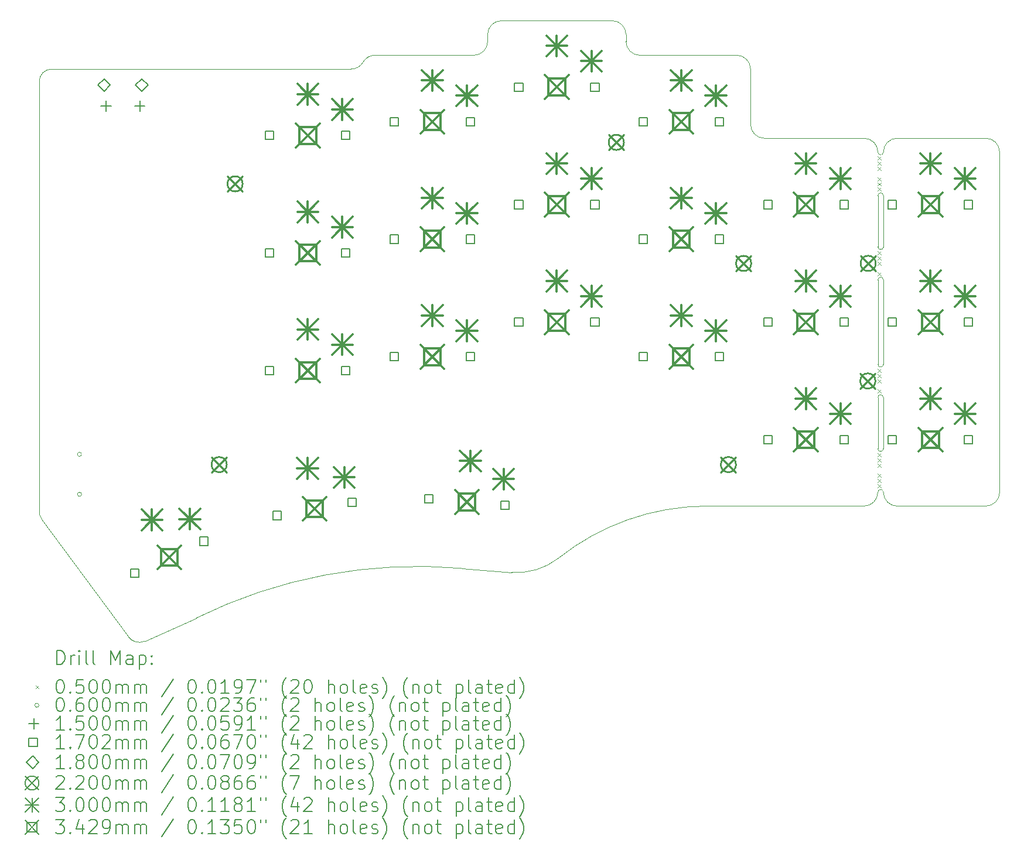
<source format=gbr>
%TF.GenerationSoftware,KiCad,Pcbnew,8.0.8*%
%TF.CreationDate,2025-06-10T10:10:26+02:00*%
%TF.ProjectId,keyboard_pcb,6b657962-6f61-4726-945f-7063622e6b69,rev1.0*%
%TF.SameCoordinates,Original*%
%TF.FileFunction,Drillmap*%
%TF.FilePolarity,Positive*%
%FSLAX45Y45*%
G04 Gerber Fmt 4.5, Leading zero omitted, Abs format (unit mm)*
G04 Created by KiCad (PCBNEW 8.0.8) date 2025-06-10 10:10:26*
%MOMM*%
%LPD*%
G01*
G04 APERTURE LIST*
%ADD10C,0.100000*%
%ADD11C,0.200000*%
%ADD12C,0.150000*%
%ADD13C,0.170180*%
%ADD14C,0.180000*%
%ADD15C,0.220000*%
%ADD16C,0.300000*%
%ADD17C,0.342900*%
G04 APERTURE END LIST*
D10*
X18764000Y-10530000D02*
X18764000Y-9790000D01*
X6644000Y-5220000D02*
G75*
G02*
X6824000Y-5040000I180000J0D01*
G01*
X18564000Y-6040000D02*
X17124000Y-6040000D01*
X16724000Y-4840000D02*
G75*
G02*
X16924000Y-5040000I0J-200000D01*
G01*
X16274000Y-11360000D02*
X18564000Y-11360000D01*
X6680596Y-11548790D02*
X7929000Y-13245000D01*
X14149000Y-12112500D02*
G75*
G02*
X13474000Y-12317502I-598540J757010D01*
G01*
X14924000Y-4340000D02*
G75*
G02*
X15124000Y-4540000I0J-200000D01*
G01*
X18844000Y-6240000D02*
G75*
G02*
X19044000Y-6040000I200000J0D01*
G01*
X11149000Y-5040000D02*
X6824000Y-5040000D01*
X15124000Y-4640000D02*
X15124000Y-4540000D01*
X18844000Y-6240000D02*
G75*
G02*
X18764000Y-6240000I-40000J0D01*
G01*
X13124000Y-4540000D02*
X13124000Y-4640000D01*
X18764000Y-7610000D02*
X18764000Y-6870000D01*
X18844000Y-9310000D02*
G75*
G02*
X18764000Y-9310000I-40000J0D01*
G01*
X18764000Y-11160000D02*
G75*
G02*
X18844000Y-11160000I40000J0D01*
G01*
X18844000Y-7610000D02*
G75*
G02*
X18764000Y-7610000I-40000J0D01*
G01*
X19044000Y-11360000D02*
G75*
G02*
X18844000Y-11160000I0J200000D01*
G01*
X18844000Y-10530000D02*
X18844000Y-9790000D01*
X6680596Y-11548790D02*
G75*
G02*
X6644000Y-11440000I143404J108790D01*
G01*
X16924000Y-5840000D02*
X16924000Y-5040000D01*
X18764000Y-6870000D02*
G75*
G02*
X18844000Y-6870000I40000J0D01*
G01*
X20324000Y-6040000D02*
X19044000Y-6040000D01*
X19044000Y-11360000D02*
X20324000Y-11360000D01*
X13124000Y-4540000D02*
G75*
G02*
X13324000Y-4340000I200000J0D01*
G01*
X15324000Y-4840000D02*
G75*
G02*
X15124000Y-4640000I0J200000D01*
G01*
X20524000Y-11160000D02*
G75*
G02*
X20324000Y-11360000I-200000J0D01*
G01*
X6644000Y-11320000D02*
X6644000Y-11440000D01*
X13474000Y-12317500D02*
X12744000Y-12260000D01*
X8172613Y-13312145D02*
X8911060Y-12980000D01*
X18764000Y-11160000D02*
G75*
G02*
X18564000Y-11360000I-200000J0D01*
G01*
X13124000Y-4640000D02*
G75*
G02*
X12924000Y-4840000I-200000J0D01*
G01*
X18844000Y-7610000D02*
X18844000Y-6870000D01*
X11324000Y-4940000D02*
G75*
G02*
X11149000Y-5039999I-174990J103110D01*
G01*
X20524000Y-11160000D02*
X20524000Y-6240000D01*
X18764000Y-9790000D02*
G75*
G02*
X18844000Y-9790000I40000J0D01*
G01*
X18844000Y-9310000D02*
X18844000Y-8090000D01*
X18764000Y-8090000D02*
G75*
G02*
X18844000Y-8090000I40000J0D01*
G01*
X14924000Y-4340000D02*
X13324000Y-4340000D01*
X20324000Y-6040000D02*
G75*
G02*
X20524000Y-6240000I0J-200000D01*
G01*
X14149000Y-12112500D02*
G75*
G02*
X16274000Y-11360000I2152276J-2701190D01*
G01*
X16724000Y-4840000D02*
X15324000Y-4840000D01*
X11324000Y-4940000D02*
G75*
G02*
X11494000Y-4840000I170000J-94500D01*
G01*
X18764000Y-9310000D02*
X18764000Y-8090000D01*
X6644000Y-5220000D02*
X6644000Y-11320000D01*
X18844000Y-10530000D02*
G75*
G02*
X18764000Y-10530000I-40000J0D01*
G01*
X17124000Y-6040000D02*
G75*
G02*
X16924000Y-5840000I0J200000D01*
G01*
X18564000Y-6040000D02*
G75*
G02*
X18764000Y-6240000I0J-200000D01*
G01*
X8172613Y-13312145D02*
G75*
G02*
X7929000Y-13245000I-83613J172145D01*
G01*
X12924000Y-4840000D02*
X11494000Y-4840000D01*
X8911060Y-12980000D02*
G75*
G02*
X12744000Y-12260000I3200547J-6475820D01*
G01*
D11*
D10*
X18759000Y-6303520D02*
X18809000Y-6353520D01*
X18809000Y-6303520D02*
X18759000Y-6353520D01*
X18759000Y-6378520D02*
X18809000Y-6428520D01*
X18809000Y-6378520D02*
X18759000Y-6428520D01*
X18759000Y-6453520D02*
X18809000Y-6503520D01*
X18809000Y-6453520D02*
X18759000Y-6503520D01*
X18759000Y-6603520D02*
X18809000Y-6653520D01*
X18809000Y-6603520D02*
X18759000Y-6653520D01*
X18759000Y-6678520D02*
X18809000Y-6728520D01*
X18809000Y-6678520D02*
X18759000Y-6728520D01*
X18759000Y-6753520D02*
X18809000Y-6803520D01*
X18809000Y-6753520D02*
X18759000Y-6803520D01*
X18759000Y-7675000D02*
X18809000Y-7725000D01*
X18809000Y-7675000D02*
X18759000Y-7725000D01*
X18759000Y-7750000D02*
X18809000Y-7800000D01*
X18809000Y-7750000D02*
X18759000Y-7800000D01*
X18759000Y-7825000D02*
X18809000Y-7875000D01*
X18809000Y-7825000D02*
X18759000Y-7875000D01*
X18759000Y-7975000D02*
X18809000Y-8025000D01*
X18809000Y-7975000D02*
X18759000Y-8025000D01*
X18759000Y-9375000D02*
X18809000Y-9425000D01*
X18809000Y-9375000D02*
X18759000Y-9425000D01*
X18759000Y-9450000D02*
X18809000Y-9500000D01*
X18809000Y-9450000D02*
X18759000Y-9500000D01*
X18759000Y-9525000D02*
X18809000Y-9575000D01*
X18809000Y-9525000D02*
X18759000Y-9575000D01*
X18759000Y-9675000D02*
X18809000Y-9725000D01*
X18809000Y-9675000D02*
X18759000Y-9725000D01*
X18759000Y-10593520D02*
X18809000Y-10643520D01*
X18809000Y-10593520D02*
X18759000Y-10643520D01*
X18759000Y-10668520D02*
X18809000Y-10718520D01*
X18809000Y-10668520D02*
X18759000Y-10718520D01*
X18759000Y-10743520D02*
X18809000Y-10793520D01*
X18809000Y-10743520D02*
X18759000Y-10793520D01*
X18759000Y-10893520D02*
X18809000Y-10943520D01*
X18809000Y-10893520D02*
X18759000Y-10943520D01*
X18759000Y-10968520D02*
X18809000Y-11018520D01*
X18809000Y-10968520D02*
X18759000Y-11018520D01*
X18759000Y-11043520D02*
X18809000Y-11093520D01*
X18809000Y-11043520D02*
X18759000Y-11093520D01*
X7255000Y-10611000D02*
G75*
G02*
X7195000Y-10611000I-30000J0D01*
G01*
X7195000Y-10611000D02*
G75*
G02*
X7255000Y-10611000I30000J0D01*
G01*
X7255000Y-11189000D02*
G75*
G02*
X7195000Y-11189000I-30000J0D01*
G01*
X7195000Y-11189000D02*
G75*
G02*
X7255000Y-11189000I30000J0D01*
G01*
D12*
X7611180Y-5498800D02*
X7611180Y-5648800D01*
X7536180Y-5573800D02*
X7686180Y-5573800D01*
X8096180Y-5498800D02*
X8096180Y-5648800D01*
X8021180Y-5573800D02*
X8171180Y-5573800D01*
D13*
X8085699Y-12392608D02*
X8085699Y-12272272D01*
X7965362Y-12272272D01*
X7965362Y-12392608D01*
X8085699Y-12392608D01*
X9082638Y-11927728D02*
X9082638Y-11807392D01*
X8962301Y-11807392D01*
X8962301Y-11927728D01*
X9082638Y-11927728D01*
X10034168Y-6060168D02*
X10034168Y-5939832D01*
X9913832Y-5939832D01*
X9913832Y-6060168D01*
X10034168Y-6060168D01*
X10034168Y-7760168D02*
X10034168Y-7639832D01*
X9913832Y-7639832D01*
X9913832Y-7760168D01*
X10034168Y-7760168D01*
X10034168Y-9460168D02*
X10034168Y-9339832D01*
X9913832Y-9339832D01*
X9913832Y-9460168D01*
X10034168Y-9460168D01*
X10142524Y-11555675D02*
X10142524Y-11435338D01*
X10022187Y-11435338D01*
X10022187Y-11555675D01*
X10142524Y-11555675D01*
X11134168Y-6060168D02*
X11134168Y-5939832D01*
X11013832Y-5939832D01*
X11013832Y-6060168D01*
X11134168Y-6060168D01*
X11134168Y-7760168D02*
X11134168Y-7639832D01*
X11013832Y-7639832D01*
X11013832Y-7760168D01*
X11134168Y-7760168D01*
X11134168Y-9460168D02*
X11134168Y-9339832D01*
X11013832Y-9339832D01*
X11013832Y-9460168D01*
X11134168Y-9460168D01*
X11225813Y-11364662D02*
X11225813Y-11244325D01*
X11105476Y-11244325D01*
X11105476Y-11364662D01*
X11225813Y-11364662D01*
X11834168Y-5860168D02*
X11834168Y-5739832D01*
X11713832Y-5739832D01*
X11713832Y-5860168D01*
X11834168Y-5860168D01*
X11834168Y-7560168D02*
X11834168Y-7439832D01*
X11713832Y-7439832D01*
X11713832Y-7560168D01*
X11834168Y-7560168D01*
X11834168Y-9260168D02*
X11834168Y-9139832D01*
X11713832Y-9139832D01*
X11713832Y-9260168D01*
X11834168Y-9260168D01*
X12336261Y-11312233D02*
X12336261Y-11191896D01*
X12215925Y-11191896D01*
X12215925Y-11312233D01*
X12336261Y-11312233D01*
X12934168Y-5860168D02*
X12934168Y-5739832D01*
X12813832Y-5739832D01*
X12813832Y-5860168D01*
X12934168Y-5860168D01*
X12934168Y-7560168D02*
X12934168Y-7439832D01*
X12813832Y-7439832D01*
X12813832Y-7560168D01*
X12934168Y-7560168D01*
X12934168Y-9260168D02*
X12934168Y-9139832D01*
X12813832Y-9139832D01*
X12813832Y-9260168D01*
X12934168Y-9260168D01*
X13432075Y-11408104D02*
X13432075Y-11287767D01*
X13311739Y-11287767D01*
X13311739Y-11408104D01*
X13432075Y-11408104D01*
X13634168Y-5360168D02*
X13634168Y-5239832D01*
X13513832Y-5239832D01*
X13513832Y-5360168D01*
X13634168Y-5360168D01*
X13634168Y-7060168D02*
X13634168Y-6939832D01*
X13513832Y-6939832D01*
X13513832Y-7060168D01*
X13634168Y-7060168D01*
X13634168Y-8760168D02*
X13634168Y-8639832D01*
X13513832Y-8639832D01*
X13513832Y-8760168D01*
X13634168Y-8760168D01*
X14734168Y-5360168D02*
X14734168Y-5239832D01*
X14613832Y-5239832D01*
X14613832Y-5360168D01*
X14734168Y-5360168D01*
X14734168Y-7060168D02*
X14734168Y-6939832D01*
X14613832Y-6939832D01*
X14613832Y-7060168D01*
X14734168Y-7060168D01*
X14734168Y-8760168D02*
X14734168Y-8639832D01*
X14613832Y-8639832D01*
X14613832Y-8760168D01*
X14734168Y-8760168D01*
X15434168Y-5860168D02*
X15434168Y-5739832D01*
X15313832Y-5739832D01*
X15313832Y-5860168D01*
X15434168Y-5860168D01*
X15434168Y-7560168D02*
X15434168Y-7439832D01*
X15313832Y-7439832D01*
X15313832Y-7560168D01*
X15434168Y-7560168D01*
X15434168Y-9260168D02*
X15434168Y-9139832D01*
X15313832Y-9139832D01*
X15313832Y-9260168D01*
X15434168Y-9260168D01*
X16534168Y-5860168D02*
X16534168Y-5739832D01*
X16413832Y-5739832D01*
X16413832Y-5860168D01*
X16534168Y-5860168D01*
X16534168Y-7560168D02*
X16534168Y-7439832D01*
X16413832Y-7439832D01*
X16413832Y-7560168D01*
X16534168Y-7560168D01*
X16534168Y-9260168D02*
X16534168Y-9139832D01*
X16413832Y-9139832D01*
X16413832Y-9260168D01*
X16534168Y-9260168D01*
X17234168Y-7060168D02*
X17234168Y-6939832D01*
X17113832Y-6939832D01*
X17113832Y-7060168D01*
X17234168Y-7060168D01*
X17234168Y-8760168D02*
X17234168Y-8639832D01*
X17113832Y-8639832D01*
X17113832Y-8760168D01*
X17234168Y-8760168D01*
X17234168Y-10460168D02*
X17234168Y-10339832D01*
X17113832Y-10339832D01*
X17113832Y-10460168D01*
X17234168Y-10460168D01*
X18334168Y-7060168D02*
X18334168Y-6939832D01*
X18213832Y-6939832D01*
X18213832Y-7060168D01*
X18334168Y-7060168D01*
X18334168Y-8760168D02*
X18334168Y-8639832D01*
X18213832Y-8639832D01*
X18213832Y-8760168D01*
X18334168Y-8760168D01*
X18334168Y-10460168D02*
X18334168Y-10339832D01*
X18213832Y-10339832D01*
X18213832Y-10460168D01*
X18334168Y-10460168D01*
X19034168Y-7060168D02*
X19034168Y-6939832D01*
X18913832Y-6939832D01*
X18913832Y-7060168D01*
X19034168Y-7060168D01*
X19034168Y-8760168D02*
X19034168Y-8639832D01*
X18913832Y-8639832D01*
X18913832Y-8760168D01*
X19034168Y-8760168D01*
X19034168Y-10460168D02*
X19034168Y-10339832D01*
X18913832Y-10339832D01*
X18913832Y-10460168D01*
X19034168Y-10460168D01*
X20134168Y-7060168D02*
X20134168Y-6939832D01*
X20013832Y-6939832D01*
X20013832Y-7060168D01*
X20134168Y-7060168D01*
X20134168Y-8760168D02*
X20134168Y-8639832D01*
X20013832Y-8639832D01*
X20013832Y-8760168D01*
X20134168Y-8760168D01*
X20134168Y-10460168D02*
X20134168Y-10339832D01*
X20013832Y-10339832D01*
X20013832Y-10460168D01*
X20134168Y-10460168D01*
D14*
X7581180Y-5360800D02*
X7671180Y-5270800D01*
X7581180Y-5180800D01*
X7491180Y-5270800D01*
X7581180Y-5360800D01*
X8126180Y-5360800D02*
X8216180Y-5270800D01*
X8126180Y-5180800D01*
X8036180Y-5270800D01*
X8126180Y-5360800D01*
D15*
X9134000Y-10650000D02*
X9354000Y-10870000D01*
X9354000Y-10650000D02*
X9134000Y-10870000D01*
X9354000Y-10760000D02*
G75*
G02*
X9134000Y-10760000I-110000J0D01*
G01*
X9134000Y-10760000D02*
G75*
G02*
X9354000Y-10760000I110000J0D01*
G01*
X9364000Y-6590000D02*
X9584000Y-6810000D01*
X9584000Y-6590000D02*
X9364000Y-6810000D01*
X9584000Y-6700000D02*
G75*
G02*
X9364000Y-6700000I-110000J0D01*
G01*
X9364000Y-6700000D02*
G75*
G02*
X9584000Y-6700000I110000J0D01*
G01*
X14874000Y-5990000D02*
X15094000Y-6210000D01*
X15094000Y-5990000D02*
X14874000Y-6210000D01*
X15094000Y-6100000D02*
G75*
G02*
X14874000Y-6100000I-110000J0D01*
G01*
X14874000Y-6100000D02*
G75*
G02*
X15094000Y-6100000I110000J0D01*
G01*
X16494000Y-10650000D02*
X16714000Y-10870000D01*
X16714000Y-10650000D02*
X16494000Y-10870000D01*
X16714000Y-10760000D02*
G75*
G02*
X16494000Y-10760000I-110000J0D01*
G01*
X16494000Y-10760000D02*
G75*
G02*
X16714000Y-10760000I110000J0D01*
G01*
X16714000Y-7740000D02*
X16934000Y-7960000D01*
X16934000Y-7740000D02*
X16714000Y-7960000D01*
X16934000Y-7850000D02*
G75*
G02*
X16714000Y-7850000I-110000J0D01*
G01*
X16714000Y-7850000D02*
G75*
G02*
X16934000Y-7850000I110000J0D01*
G01*
X18509000Y-9440000D02*
X18729000Y-9660000D01*
X18729000Y-9440000D02*
X18509000Y-9660000D01*
X18729000Y-9550000D02*
G75*
G02*
X18509000Y-9550000I-110000J0D01*
G01*
X18509000Y-9550000D02*
G75*
G02*
X18729000Y-9550000I110000J0D01*
G01*
X18514000Y-7740000D02*
X18734000Y-7960000D01*
X18734000Y-7740000D02*
X18514000Y-7960000D01*
X18734000Y-7850000D02*
G75*
G02*
X18514000Y-7850000I-110000J0D01*
G01*
X18514000Y-7850000D02*
G75*
G02*
X18734000Y-7850000I110000J0D01*
G01*
D16*
X8122542Y-11410747D02*
X8422542Y-11710747D01*
X8422542Y-11410747D02*
X8122542Y-11710747D01*
X8272542Y-11410747D02*
X8272542Y-11710747D01*
X8122542Y-11560747D02*
X8422542Y-11560747D01*
X8668672Y-11398825D02*
X8968672Y-11698825D01*
X8968672Y-11398825D02*
X8668672Y-11698825D01*
X8818672Y-11398825D02*
X8818672Y-11698825D01*
X8668672Y-11548825D02*
X8968672Y-11548825D01*
X10370679Y-10664039D02*
X10670679Y-10964039D01*
X10670679Y-10664039D02*
X10370679Y-10964039D01*
X10520679Y-10664039D02*
X10520679Y-10964039D01*
X10370679Y-10814039D02*
X10670679Y-10814039D01*
X10374000Y-5255000D02*
X10674000Y-5555000D01*
X10674000Y-5255000D02*
X10374000Y-5555000D01*
X10524000Y-5255000D02*
X10524000Y-5555000D01*
X10374000Y-5405000D02*
X10674000Y-5405000D01*
X10374000Y-6955000D02*
X10674000Y-7255000D01*
X10674000Y-6955000D02*
X10374000Y-7255000D01*
X10524000Y-6955000D02*
X10524000Y-7255000D01*
X10374000Y-7105000D02*
X10674000Y-7105000D01*
X10374000Y-8655000D02*
X10674000Y-8955000D01*
X10674000Y-8655000D02*
X10374000Y-8955000D01*
X10524000Y-8655000D02*
X10524000Y-8955000D01*
X10374000Y-8805000D02*
X10674000Y-8805000D01*
X10874000Y-5475000D02*
X11174000Y-5775000D01*
X11174000Y-5475000D02*
X10874000Y-5775000D01*
X11024000Y-5475000D02*
X11024000Y-5775000D01*
X10874000Y-5625000D02*
X11174000Y-5625000D01*
X10874000Y-7175000D02*
X11174000Y-7475000D01*
X11174000Y-7175000D02*
X10874000Y-7475000D01*
X11024000Y-7175000D02*
X11024000Y-7475000D01*
X10874000Y-7325000D02*
X11174000Y-7325000D01*
X10874000Y-8875000D02*
X11174000Y-9175000D01*
X11174000Y-8875000D02*
X10874000Y-9175000D01*
X11024000Y-8875000D02*
X11024000Y-9175000D01*
X10874000Y-9025000D02*
X11174000Y-9025000D01*
X10901286Y-10793873D02*
X11201286Y-11093873D01*
X11201286Y-10793873D02*
X10901286Y-11093873D01*
X11051286Y-10793873D02*
X11051286Y-11093873D01*
X10901286Y-10943873D02*
X11201286Y-10943873D01*
X12174000Y-5055000D02*
X12474000Y-5355000D01*
X12474000Y-5055000D02*
X12174000Y-5355000D01*
X12324000Y-5055000D02*
X12324000Y-5355000D01*
X12174000Y-5205000D02*
X12474000Y-5205000D01*
X12174000Y-6755000D02*
X12474000Y-7055000D01*
X12474000Y-6755000D02*
X12174000Y-7055000D01*
X12324000Y-6755000D02*
X12324000Y-7055000D01*
X12174000Y-6905000D02*
X12474000Y-6905000D01*
X12174000Y-8455000D02*
X12474000Y-8755000D01*
X12474000Y-8455000D02*
X12174000Y-8755000D01*
X12324000Y-8455000D02*
X12324000Y-8755000D01*
X12174000Y-8605000D02*
X12474000Y-8605000D01*
X12674000Y-5275000D02*
X12974000Y-5575000D01*
X12974000Y-5275000D02*
X12674000Y-5575000D01*
X12824000Y-5275000D02*
X12824000Y-5575000D01*
X12674000Y-5425000D02*
X12974000Y-5425000D01*
X12674000Y-6975000D02*
X12974000Y-7275000D01*
X12974000Y-6975000D02*
X12674000Y-7275000D01*
X12824000Y-6975000D02*
X12824000Y-7275000D01*
X12674000Y-7125000D02*
X12974000Y-7125000D01*
X12674000Y-8675000D02*
X12974000Y-8975000D01*
X12974000Y-8675000D02*
X12674000Y-8975000D01*
X12824000Y-8675000D02*
X12824000Y-8975000D01*
X12674000Y-8825000D02*
X12974000Y-8825000D01*
X12725858Y-10557264D02*
X13025858Y-10857264D01*
X13025858Y-10557264D02*
X12725858Y-10857264D01*
X12875858Y-10557264D02*
X12875858Y-10857264D01*
X12725858Y-10707264D02*
X13025858Y-10707264D01*
X13204781Y-10820005D02*
X13504781Y-11120005D01*
X13504781Y-10820005D02*
X13204781Y-11120005D01*
X13354781Y-10820005D02*
X13354781Y-11120005D01*
X13204781Y-10970005D02*
X13504781Y-10970005D01*
X13974000Y-4555000D02*
X14274000Y-4855000D01*
X14274000Y-4555000D02*
X13974000Y-4855000D01*
X14124000Y-4555000D02*
X14124000Y-4855000D01*
X13974000Y-4705000D02*
X14274000Y-4705000D01*
X13974000Y-6255000D02*
X14274000Y-6555000D01*
X14274000Y-6255000D02*
X13974000Y-6555000D01*
X14124000Y-6255000D02*
X14124000Y-6555000D01*
X13974000Y-6405000D02*
X14274000Y-6405000D01*
X13974000Y-7955000D02*
X14274000Y-8255000D01*
X14274000Y-7955000D02*
X13974000Y-8255000D01*
X14124000Y-7955000D02*
X14124000Y-8255000D01*
X13974000Y-8105000D02*
X14274000Y-8105000D01*
X14474000Y-4775000D02*
X14774000Y-5075000D01*
X14774000Y-4775000D02*
X14474000Y-5075000D01*
X14624000Y-4775000D02*
X14624000Y-5075000D01*
X14474000Y-4925000D02*
X14774000Y-4925000D01*
X14474000Y-6475000D02*
X14774000Y-6775000D01*
X14774000Y-6475000D02*
X14474000Y-6775000D01*
X14624000Y-6475000D02*
X14624000Y-6775000D01*
X14474000Y-6625000D02*
X14774000Y-6625000D01*
X14474000Y-8175000D02*
X14774000Y-8475000D01*
X14774000Y-8175000D02*
X14474000Y-8475000D01*
X14624000Y-8175000D02*
X14624000Y-8475000D01*
X14474000Y-8325000D02*
X14774000Y-8325000D01*
X15774000Y-5055000D02*
X16074000Y-5355000D01*
X16074000Y-5055000D02*
X15774000Y-5355000D01*
X15924000Y-5055000D02*
X15924000Y-5355000D01*
X15774000Y-5205000D02*
X16074000Y-5205000D01*
X15774000Y-6755000D02*
X16074000Y-7055000D01*
X16074000Y-6755000D02*
X15774000Y-7055000D01*
X15924000Y-6755000D02*
X15924000Y-7055000D01*
X15774000Y-6905000D02*
X16074000Y-6905000D01*
X15774000Y-8455000D02*
X16074000Y-8755000D01*
X16074000Y-8455000D02*
X15774000Y-8755000D01*
X15924000Y-8455000D02*
X15924000Y-8755000D01*
X15774000Y-8605000D02*
X16074000Y-8605000D01*
X16274000Y-5275000D02*
X16574000Y-5575000D01*
X16574000Y-5275000D02*
X16274000Y-5575000D01*
X16424000Y-5275000D02*
X16424000Y-5575000D01*
X16274000Y-5425000D02*
X16574000Y-5425000D01*
X16274000Y-6975000D02*
X16574000Y-7275000D01*
X16574000Y-6975000D02*
X16274000Y-7275000D01*
X16424000Y-6975000D02*
X16424000Y-7275000D01*
X16274000Y-7125000D02*
X16574000Y-7125000D01*
X16274000Y-8675000D02*
X16574000Y-8975000D01*
X16574000Y-8675000D02*
X16274000Y-8975000D01*
X16424000Y-8675000D02*
X16424000Y-8975000D01*
X16274000Y-8825000D02*
X16574000Y-8825000D01*
X17574000Y-6255000D02*
X17874000Y-6555000D01*
X17874000Y-6255000D02*
X17574000Y-6555000D01*
X17724000Y-6255000D02*
X17724000Y-6555000D01*
X17574000Y-6405000D02*
X17874000Y-6405000D01*
X17574000Y-7955000D02*
X17874000Y-8255000D01*
X17874000Y-7955000D02*
X17574000Y-8255000D01*
X17724000Y-7955000D02*
X17724000Y-8255000D01*
X17574000Y-8105000D02*
X17874000Y-8105000D01*
X17574000Y-9655000D02*
X17874000Y-9955000D01*
X17874000Y-9655000D02*
X17574000Y-9955000D01*
X17724000Y-9655000D02*
X17724000Y-9955000D01*
X17574000Y-9805000D02*
X17874000Y-9805000D01*
X18074000Y-6475000D02*
X18374000Y-6775000D01*
X18374000Y-6475000D02*
X18074000Y-6775000D01*
X18224000Y-6475000D02*
X18224000Y-6775000D01*
X18074000Y-6625000D02*
X18374000Y-6625000D01*
X18074000Y-8175000D02*
X18374000Y-8475000D01*
X18374000Y-8175000D02*
X18074000Y-8475000D01*
X18224000Y-8175000D02*
X18224000Y-8475000D01*
X18074000Y-8325000D02*
X18374000Y-8325000D01*
X18074000Y-9875000D02*
X18374000Y-10175000D01*
X18374000Y-9875000D02*
X18074000Y-10175000D01*
X18224000Y-9875000D02*
X18224000Y-10175000D01*
X18074000Y-10025000D02*
X18374000Y-10025000D01*
X19374000Y-6255000D02*
X19674000Y-6555000D01*
X19674000Y-6255000D02*
X19374000Y-6555000D01*
X19524000Y-6255000D02*
X19524000Y-6555000D01*
X19374000Y-6405000D02*
X19674000Y-6405000D01*
X19374000Y-7955000D02*
X19674000Y-8255000D01*
X19674000Y-7955000D02*
X19374000Y-8255000D01*
X19524000Y-7955000D02*
X19524000Y-8255000D01*
X19374000Y-8105000D02*
X19674000Y-8105000D01*
X19374000Y-9655000D02*
X19674000Y-9955000D01*
X19674000Y-9655000D02*
X19374000Y-9955000D01*
X19524000Y-9655000D02*
X19524000Y-9955000D01*
X19374000Y-9805000D02*
X19674000Y-9805000D01*
X19874000Y-6475000D02*
X20174000Y-6775000D01*
X20174000Y-6475000D02*
X19874000Y-6775000D01*
X20024000Y-6475000D02*
X20024000Y-6775000D01*
X19874000Y-6625000D02*
X20174000Y-6625000D01*
X19874000Y-8175000D02*
X20174000Y-8475000D01*
X20174000Y-8175000D02*
X19874000Y-8475000D01*
X20024000Y-8175000D02*
X20024000Y-8475000D01*
X19874000Y-8325000D02*
X20174000Y-8325000D01*
X19874000Y-9875000D02*
X20174000Y-10175000D01*
X20174000Y-9875000D02*
X19874000Y-10175000D01*
X20024000Y-9875000D02*
X20024000Y-10175000D01*
X19874000Y-10025000D02*
X20174000Y-10025000D01*
D17*
X8352550Y-11928550D02*
X8695450Y-12271450D01*
X8695450Y-11928550D02*
X8352550Y-12271450D01*
X8645235Y-12221235D02*
X8645235Y-11978765D01*
X8402765Y-11978765D01*
X8402765Y-12221235D01*
X8645235Y-12221235D01*
X10352550Y-5828550D02*
X10695450Y-6171450D01*
X10695450Y-5828550D02*
X10352550Y-6171450D01*
X10645235Y-6121235D02*
X10645235Y-5878765D01*
X10402765Y-5878765D01*
X10402765Y-6121235D01*
X10645235Y-6121235D01*
X10352550Y-7528550D02*
X10695450Y-7871450D01*
X10695450Y-7528550D02*
X10352550Y-7871450D01*
X10645235Y-7821235D02*
X10645235Y-7578765D01*
X10402765Y-7578765D01*
X10402765Y-7821235D01*
X10645235Y-7821235D01*
X10352550Y-9228550D02*
X10695450Y-9571450D01*
X10695450Y-9228550D02*
X10352550Y-9571450D01*
X10645235Y-9521235D02*
X10645235Y-9278765D01*
X10402765Y-9278765D01*
X10402765Y-9521235D01*
X10645235Y-9521235D01*
X10452550Y-11228550D02*
X10795450Y-11571450D01*
X10795450Y-11228550D02*
X10452550Y-11571450D01*
X10745235Y-11521235D02*
X10745235Y-11278765D01*
X10502765Y-11278765D01*
X10502765Y-11521235D01*
X10745235Y-11521235D01*
X12152550Y-5628550D02*
X12495450Y-5971450D01*
X12495450Y-5628550D02*
X12152550Y-5971450D01*
X12445235Y-5921235D02*
X12445235Y-5678765D01*
X12202765Y-5678765D01*
X12202765Y-5921235D01*
X12445235Y-5921235D01*
X12152550Y-7328550D02*
X12495450Y-7671450D01*
X12495450Y-7328550D02*
X12152550Y-7671450D01*
X12445235Y-7621235D02*
X12445235Y-7378765D01*
X12202765Y-7378765D01*
X12202765Y-7621235D01*
X12445235Y-7621235D01*
X12152550Y-9028550D02*
X12495450Y-9371450D01*
X12495450Y-9028550D02*
X12152550Y-9371450D01*
X12445235Y-9321235D02*
X12445235Y-9078765D01*
X12202765Y-9078765D01*
X12202765Y-9321235D01*
X12445235Y-9321235D01*
X12652550Y-11128550D02*
X12995450Y-11471450D01*
X12995450Y-11128550D02*
X12652550Y-11471450D01*
X12945235Y-11421235D02*
X12945235Y-11178765D01*
X12702765Y-11178765D01*
X12702765Y-11421235D01*
X12945235Y-11421235D01*
X13952550Y-5128550D02*
X14295450Y-5471450D01*
X14295450Y-5128550D02*
X13952550Y-5471450D01*
X14245235Y-5421235D02*
X14245235Y-5178765D01*
X14002765Y-5178765D01*
X14002765Y-5421235D01*
X14245235Y-5421235D01*
X13952550Y-6828550D02*
X14295450Y-7171450D01*
X14295450Y-6828550D02*
X13952550Y-7171450D01*
X14245235Y-7121235D02*
X14245235Y-6878765D01*
X14002765Y-6878765D01*
X14002765Y-7121235D01*
X14245235Y-7121235D01*
X13952550Y-8528550D02*
X14295450Y-8871450D01*
X14295450Y-8528550D02*
X13952550Y-8871450D01*
X14245235Y-8821235D02*
X14245235Y-8578765D01*
X14002765Y-8578765D01*
X14002765Y-8821235D01*
X14245235Y-8821235D01*
X15752550Y-5628550D02*
X16095450Y-5971450D01*
X16095450Y-5628550D02*
X15752550Y-5971450D01*
X16045235Y-5921235D02*
X16045235Y-5678765D01*
X15802765Y-5678765D01*
X15802765Y-5921235D01*
X16045235Y-5921235D01*
X15752550Y-7328550D02*
X16095450Y-7671450D01*
X16095450Y-7328550D02*
X15752550Y-7671450D01*
X16045235Y-7621235D02*
X16045235Y-7378765D01*
X15802765Y-7378765D01*
X15802765Y-7621235D01*
X16045235Y-7621235D01*
X15752550Y-9028550D02*
X16095450Y-9371450D01*
X16095450Y-9028550D02*
X15752550Y-9371450D01*
X16045235Y-9321235D02*
X16045235Y-9078765D01*
X15802765Y-9078765D01*
X15802765Y-9321235D01*
X16045235Y-9321235D01*
X17552550Y-6828550D02*
X17895450Y-7171450D01*
X17895450Y-6828550D02*
X17552550Y-7171450D01*
X17845235Y-7121235D02*
X17845235Y-6878765D01*
X17602765Y-6878765D01*
X17602765Y-7121235D01*
X17845235Y-7121235D01*
X17552550Y-8528550D02*
X17895450Y-8871450D01*
X17895450Y-8528550D02*
X17552550Y-8871450D01*
X17845235Y-8821235D02*
X17845235Y-8578765D01*
X17602765Y-8578765D01*
X17602765Y-8821235D01*
X17845235Y-8821235D01*
X17552550Y-10228550D02*
X17895450Y-10571450D01*
X17895450Y-10228550D02*
X17552550Y-10571450D01*
X17845235Y-10521235D02*
X17845235Y-10278765D01*
X17602765Y-10278765D01*
X17602765Y-10521235D01*
X17845235Y-10521235D01*
X19352550Y-6828550D02*
X19695450Y-7171450D01*
X19695450Y-6828550D02*
X19352550Y-7171450D01*
X19645235Y-7121235D02*
X19645235Y-6878765D01*
X19402765Y-6878765D01*
X19402765Y-7121235D01*
X19645235Y-7121235D01*
X19352550Y-8528550D02*
X19695450Y-8871450D01*
X19695450Y-8528550D02*
X19352550Y-8871450D01*
X19645235Y-8821235D02*
X19645235Y-8578765D01*
X19402765Y-8578765D01*
X19402765Y-8821235D01*
X19645235Y-8821235D01*
X19352550Y-10228550D02*
X19695450Y-10571450D01*
X19695450Y-10228550D02*
X19352550Y-10571450D01*
X19645235Y-10521235D02*
X19645235Y-10278765D01*
X19402765Y-10278765D01*
X19402765Y-10521235D01*
X19645235Y-10521235D01*
D11*
X6899777Y-13647860D02*
X6899777Y-13447860D01*
X6899777Y-13447860D02*
X6947396Y-13447860D01*
X6947396Y-13447860D02*
X6975967Y-13457384D01*
X6975967Y-13457384D02*
X6995015Y-13476432D01*
X6995015Y-13476432D02*
X7004539Y-13495479D01*
X7004539Y-13495479D02*
X7014062Y-13533574D01*
X7014062Y-13533574D02*
X7014062Y-13562146D01*
X7014062Y-13562146D02*
X7004539Y-13600241D01*
X7004539Y-13600241D02*
X6995015Y-13619289D01*
X6995015Y-13619289D02*
X6975967Y-13638336D01*
X6975967Y-13638336D02*
X6947396Y-13647860D01*
X6947396Y-13647860D02*
X6899777Y-13647860D01*
X7099777Y-13647860D02*
X7099777Y-13514527D01*
X7099777Y-13552622D02*
X7109301Y-13533574D01*
X7109301Y-13533574D02*
X7118824Y-13524051D01*
X7118824Y-13524051D02*
X7137872Y-13514527D01*
X7137872Y-13514527D02*
X7156920Y-13514527D01*
X7223586Y-13647860D02*
X7223586Y-13514527D01*
X7223586Y-13447860D02*
X7214062Y-13457384D01*
X7214062Y-13457384D02*
X7223586Y-13466908D01*
X7223586Y-13466908D02*
X7233110Y-13457384D01*
X7233110Y-13457384D02*
X7223586Y-13447860D01*
X7223586Y-13447860D02*
X7223586Y-13466908D01*
X7347396Y-13647860D02*
X7328348Y-13638336D01*
X7328348Y-13638336D02*
X7318824Y-13619289D01*
X7318824Y-13619289D02*
X7318824Y-13447860D01*
X7452158Y-13647860D02*
X7433110Y-13638336D01*
X7433110Y-13638336D02*
X7423586Y-13619289D01*
X7423586Y-13619289D02*
X7423586Y-13447860D01*
X7680729Y-13647860D02*
X7680729Y-13447860D01*
X7680729Y-13447860D02*
X7747396Y-13590717D01*
X7747396Y-13590717D02*
X7814062Y-13447860D01*
X7814062Y-13447860D02*
X7814062Y-13647860D01*
X7995015Y-13647860D02*
X7995015Y-13543098D01*
X7995015Y-13543098D02*
X7985491Y-13524051D01*
X7985491Y-13524051D02*
X7966443Y-13514527D01*
X7966443Y-13514527D02*
X7928348Y-13514527D01*
X7928348Y-13514527D02*
X7909301Y-13524051D01*
X7995015Y-13638336D02*
X7975967Y-13647860D01*
X7975967Y-13647860D02*
X7928348Y-13647860D01*
X7928348Y-13647860D02*
X7909301Y-13638336D01*
X7909301Y-13638336D02*
X7899777Y-13619289D01*
X7899777Y-13619289D02*
X7899777Y-13600241D01*
X7899777Y-13600241D02*
X7909301Y-13581194D01*
X7909301Y-13581194D02*
X7928348Y-13571670D01*
X7928348Y-13571670D02*
X7975967Y-13571670D01*
X7975967Y-13571670D02*
X7995015Y-13562146D01*
X8090253Y-13514527D02*
X8090253Y-13714527D01*
X8090253Y-13524051D02*
X8109301Y-13514527D01*
X8109301Y-13514527D02*
X8147396Y-13514527D01*
X8147396Y-13514527D02*
X8166443Y-13524051D01*
X8166443Y-13524051D02*
X8175967Y-13533574D01*
X8175967Y-13533574D02*
X8185491Y-13552622D01*
X8185491Y-13552622D02*
X8185491Y-13609765D01*
X8185491Y-13609765D02*
X8175967Y-13628813D01*
X8175967Y-13628813D02*
X8166443Y-13638336D01*
X8166443Y-13638336D02*
X8147396Y-13647860D01*
X8147396Y-13647860D02*
X8109301Y-13647860D01*
X8109301Y-13647860D02*
X8090253Y-13638336D01*
X8271205Y-13628813D02*
X8280729Y-13638336D01*
X8280729Y-13638336D02*
X8271205Y-13647860D01*
X8271205Y-13647860D02*
X8261682Y-13638336D01*
X8261682Y-13638336D02*
X8271205Y-13628813D01*
X8271205Y-13628813D02*
X8271205Y-13647860D01*
X8271205Y-13524051D02*
X8280729Y-13533574D01*
X8280729Y-13533574D02*
X8271205Y-13543098D01*
X8271205Y-13543098D02*
X8261682Y-13533574D01*
X8261682Y-13533574D02*
X8271205Y-13524051D01*
X8271205Y-13524051D02*
X8271205Y-13543098D01*
D10*
X6589000Y-13951376D02*
X6639000Y-14001376D01*
X6639000Y-13951376D02*
X6589000Y-14001376D01*
D11*
X6937872Y-13867860D02*
X6956920Y-13867860D01*
X6956920Y-13867860D02*
X6975967Y-13877384D01*
X6975967Y-13877384D02*
X6985491Y-13886908D01*
X6985491Y-13886908D02*
X6995015Y-13905955D01*
X6995015Y-13905955D02*
X7004539Y-13944051D01*
X7004539Y-13944051D02*
X7004539Y-13991670D01*
X7004539Y-13991670D02*
X6995015Y-14029765D01*
X6995015Y-14029765D02*
X6985491Y-14048813D01*
X6985491Y-14048813D02*
X6975967Y-14058336D01*
X6975967Y-14058336D02*
X6956920Y-14067860D01*
X6956920Y-14067860D02*
X6937872Y-14067860D01*
X6937872Y-14067860D02*
X6918824Y-14058336D01*
X6918824Y-14058336D02*
X6909301Y-14048813D01*
X6909301Y-14048813D02*
X6899777Y-14029765D01*
X6899777Y-14029765D02*
X6890253Y-13991670D01*
X6890253Y-13991670D02*
X6890253Y-13944051D01*
X6890253Y-13944051D02*
X6899777Y-13905955D01*
X6899777Y-13905955D02*
X6909301Y-13886908D01*
X6909301Y-13886908D02*
X6918824Y-13877384D01*
X6918824Y-13877384D02*
X6937872Y-13867860D01*
X7090253Y-14048813D02*
X7099777Y-14058336D01*
X7099777Y-14058336D02*
X7090253Y-14067860D01*
X7090253Y-14067860D02*
X7080729Y-14058336D01*
X7080729Y-14058336D02*
X7090253Y-14048813D01*
X7090253Y-14048813D02*
X7090253Y-14067860D01*
X7280729Y-13867860D02*
X7185491Y-13867860D01*
X7185491Y-13867860D02*
X7175967Y-13963098D01*
X7175967Y-13963098D02*
X7185491Y-13953574D01*
X7185491Y-13953574D02*
X7204539Y-13944051D01*
X7204539Y-13944051D02*
X7252158Y-13944051D01*
X7252158Y-13944051D02*
X7271205Y-13953574D01*
X7271205Y-13953574D02*
X7280729Y-13963098D01*
X7280729Y-13963098D02*
X7290253Y-13982146D01*
X7290253Y-13982146D02*
X7290253Y-14029765D01*
X7290253Y-14029765D02*
X7280729Y-14048813D01*
X7280729Y-14048813D02*
X7271205Y-14058336D01*
X7271205Y-14058336D02*
X7252158Y-14067860D01*
X7252158Y-14067860D02*
X7204539Y-14067860D01*
X7204539Y-14067860D02*
X7185491Y-14058336D01*
X7185491Y-14058336D02*
X7175967Y-14048813D01*
X7414062Y-13867860D02*
X7433110Y-13867860D01*
X7433110Y-13867860D02*
X7452158Y-13877384D01*
X7452158Y-13877384D02*
X7461682Y-13886908D01*
X7461682Y-13886908D02*
X7471205Y-13905955D01*
X7471205Y-13905955D02*
X7480729Y-13944051D01*
X7480729Y-13944051D02*
X7480729Y-13991670D01*
X7480729Y-13991670D02*
X7471205Y-14029765D01*
X7471205Y-14029765D02*
X7461682Y-14048813D01*
X7461682Y-14048813D02*
X7452158Y-14058336D01*
X7452158Y-14058336D02*
X7433110Y-14067860D01*
X7433110Y-14067860D02*
X7414062Y-14067860D01*
X7414062Y-14067860D02*
X7395015Y-14058336D01*
X7395015Y-14058336D02*
X7385491Y-14048813D01*
X7385491Y-14048813D02*
X7375967Y-14029765D01*
X7375967Y-14029765D02*
X7366443Y-13991670D01*
X7366443Y-13991670D02*
X7366443Y-13944051D01*
X7366443Y-13944051D02*
X7375967Y-13905955D01*
X7375967Y-13905955D02*
X7385491Y-13886908D01*
X7385491Y-13886908D02*
X7395015Y-13877384D01*
X7395015Y-13877384D02*
X7414062Y-13867860D01*
X7604539Y-13867860D02*
X7623586Y-13867860D01*
X7623586Y-13867860D02*
X7642634Y-13877384D01*
X7642634Y-13877384D02*
X7652158Y-13886908D01*
X7652158Y-13886908D02*
X7661682Y-13905955D01*
X7661682Y-13905955D02*
X7671205Y-13944051D01*
X7671205Y-13944051D02*
X7671205Y-13991670D01*
X7671205Y-13991670D02*
X7661682Y-14029765D01*
X7661682Y-14029765D02*
X7652158Y-14048813D01*
X7652158Y-14048813D02*
X7642634Y-14058336D01*
X7642634Y-14058336D02*
X7623586Y-14067860D01*
X7623586Y-14067860D02*
X7604539Y-14067860D01*
X7604539Y-14067860D02*
X7585491Y-14058336D01*
X7585491Y-14058336D02*
X7575967Y-14048813D01*
X7575967Y-14048813D02*
X7566443Y-14029765D01*
X7566443Y-14029765D02*
X7556920Y-13991670D01*
X7556920Y-13991670D02*
X7556920Y-13944051D01*
X7556920Y-13944051D02*
X7566443Y-13905955D01*
X7566443Y-13905955D02*
X7575967Y-13886908D01*
X7575967Y-13886908D02*
X7585491Y-13877384D01*
X7585491Y-13877384D02*
X7604539Y-13867860D01*
X7756920Y-14067860D02*
X7756920Y-13934527D01*
X7756920Y-13953574D02*
X7766443Y-13944051D01*
X7766443Y-13944051D02*
X7785491Y-13934527D01*
X7785491Y-13934527D02*
X7814063Y-13934527D01*
X7814063Y-13934527D02*
X7833110Y-13944051D01*
X7833110Y-13944051D02*
X7842634Y-13963098D01*
X7842634Y-13963098D02*
X7842634Y-14067860D01*
X7842634Y-13963098D02*
X7852158Y-13944051D01*
X7852158Y-13944051D02*
X7871205Y-13934527D01*
X7871205Y-13934527D02*
X7899777Y-13934527D01*
X7899777Y-13934527D02*
X7918824Y-13944051D01*
X7918824Y-13944051D02*
X7928348Y-13963098D01*
X7928348Y-13963098D02*
X7928348Y-14067860D01*
X8023586Y-14067860D02*
X8023586Y-13934527D01*
X8023586Y-13953574D02*
X8033110Y-13944051D01*
X8033110Y-13944051D02*
X8052158Y-13934527D01*
X8052158Y-13934527D02*
X8080729Y-13934527D01*
X8080729Y-13934527D02*
X8099777Y-13944051D01*
X8099777Y-13944051D02*
X8109301Y-13963098D01*
X8109301Y-13963098D02*
X8109301Y-14067860D01*
X8109301Y-13963098D02*
X8118824Y-13944051D01*
X8118824Y-13944051D02*
X8137872Y-13934527D01*
X8137872Y-13934527D02*
X8166443Y-13934527D01*
X8166443Y-13934527D02*
X8185491Y-13944051D01*
X8185491Y-13944051D02*
X8195015Y-13963098D01*
X8195015Y-13963098D02*
X8195015Y-14067860D01*
X8585491Y-13858336D02*
X8414063Y-14115479D01*
X8842634Y-13867860D02*
X8861682Y-13867860D01*
X8861682Y-13867860D02*
X8880729Y-13877384D01*
X8880729Y-13877384D02*
X8890253Y-13886908D01*
X8890253Y-13886908D02*
X8899777Y-13905955D01*
X8899777Y-13905955D02*
X8909301Y-13944051D01*
X8909301Y-13944051D02*
X8909301Y-13991670D01*
X8909301Y-13991670D02*
X8899777Y-14029765D01*
X8899777Y-14029765D02*
X8890253Y-14048813D01*
X8890253Y-14048813D02*
X8880729Y-14058336D01*
X8880729Y-14058336D02*
X8861682Y-14067860D01*
X8861682Y-14067860D02*
X8842634Y-14067860D01*
X8842634Y-14067860D02*
X8823587Y-14058336D01*
X8823587Y-14058336D02*
X8814063Y-14048813D01*
X8814063Y-14048813D02*
X8804539Y-14029765D01*
X8804539Y-14029765D02*
X8795015Y-13991670D01*
X8795015Y-13991670D02*
X8795015Y-13944051D01*
X8795015Y-13944051D02*
X8804539Y-13905955D01*
X8804539Y-13905955D02*
X8814063Y-13886908D01*
X8814063Y-13886908D02*
X8823587Y-13877384D01*
X8823587Y-13877384D02*
X8842634Y-13867860D01*
X8995015Y-14048813D02*
X9004539Y-14058336D01*
X9004539Y-14058336D02*
X8995015Y-14067860D01*
X8995015Y-14067860D02*
X8985491Y-14058336D01*
X8985491Y-14058336D02*
X8995015Y-14048813D01*
X8995015Y-14048813D02*
X8995015Y-14067860D01*
X9128348Y-13867860D02*
X9147396Y-13867860D01*
X9147396Y-13867860D02*
X9166444Y-13877384D01*
X9166444Y-13877384D02*
X9175968Y-13886908D01*
X9175968Y-13886908D02*
X9185491Y-13905955D01*
X9185491Y-13905955D02*
X9195015Y-13944051D01*
X9195015Y-13944051D02*
X9195015Y-13991670D01*
X9195015Y-13991670D02*
X9185491Y-14029765D01*
X9185491Y-14029765D02*
X9175968Y-14048813D01*
X9175968Y-14048813D02*
X9166444Y-14058336D01*
X9166444Y-14058336D02*
X9147396Y-14067860D01*
X9147396Y-14067860D02*
X9128348Y-14067860D01*
X9128348Y-14067860D02*
X9109301Y-14058336D01*
X9109301Y-14058336D02*
X9099777Y-14048813D01*
X9099777Y-14048813D02*
X9090253Y-14029765D01*
X9090253Y-14029765D02*
X9080729Y-13991670D01*
X9080729Y-13991670D02*
X9080729Y-13944051D01*
X9080729Y-13944051D02*
X9090253Y-13905955D01*
X9090253Y-13905955D02*
X9099777Y-13886908D01*
X9099777Y-13886908D02*
X9109301Y-13877384D01*
X9109301Y-13877384D02*
X9128348Y-13867860D01*
X9385491Y-14067860D02*
X9271206Y-14067860D01*
X9328348Y-14067860D02*
X9328348Y-13867860D01*
X9328348Y-13867860D02*
X9309301Y-13896432D01*
X9309301Y-13896432D02*
X9290253Y-13915479D01*
X9290253Y-13915479D02*
X9271206Y-13925003D01*
X9480729Y-14067860D02*
X9518825Y-14067860D01*
X9518825Y-14067860D02*
X9537872Y-14058336D01*
X9537872Y-14058336D02*
X9547396Y-14048813D01*
X9547396Y-14048813D02*
X9566444Y-14020241D01*
X9566444Y-14020241D02*
X9575968Y-13982146D01*
X9575968Y-13982146D02*
X9575968Y-13905955D01*
X9575968Y-13905955D02*
X9566444Y-13886908D01*
X9566444Y-13886908D02*
X9556920Y-13877384D01*
X9556920Y-13877384D02*
X9537872Y-13867860D01*
X9537872Y-13867860D02*
X9499777Y-13867860D01*
X9499777Y-13867860D02*
X9480729Y-13877384D01*
X9480729Y-13877384D02*
X9471206Y-13886908D01*
X9471206Y-13886908D02*
X9461682Y-13905955D01*
X9461682Y-13905955D02*
X9461682Y-13953574D01*
X9461682Y-13953574D02*
X9471206Y-13972622D01*
X9471206Y-13972622D02*
X9480729Y-13982146D01*
X9480729Y-13982146D02*
X9499777Y-13991670D01*
X9499777Y-13991670D02*
X9537872Y-13991670D01*
X9537872Y-13991670D02*
X9556920Y-13982146D01*
X9556920Y-13982146D02*
X9566444Y-13972622D01*
X9566444Y-13972622D02*
X9575968Y-13953574D01*
X9642634Y-13867860D02*
X9775968Y-13867860D01*
X9775968Y-13867860D02*
X9690253Y-14067860D01*
X9842634Y-13867860D02*
X9842634Y-13905955D01*
X9918825Y-13867860D02*
X9918825Y-13905955D01*
X10214063Y-14144051D02*
X10204539Y-14134527D01*
X10204539Y-14134527D02*
X10185491Y-14105955D01*
X10185491Y-14105955D02*
X10175968Y-14086908D01*
X10175968Y-14086908D02*
X10166444Y-14058336D01*
X10166444Y-14058336D02*
X10156920Y-14010717D01*
X10156920Y-14010717D02*
X10156920Y-13972622D01*
X10156920Y-13972622D02*
X10166444Y-13925003D01*
X10166444Y-13925003D02*
X10175968Y-13896432D01*
X10175968Y-13896432D02*
X10185491Y-13877384D01*
X10185491Y-13877384D02*
X10204539Y-13848813D01*
X10204539Y-13848813D02*
X10214063Y-13839289D01*
X10280730Y-13886908D02*
X10290253Y-13877384D01*
X10290253Y-13877384D02*
X10309301Y-13867860D01*
X10309301Y-13867860D02*
X10356920Y-13867860D01*
X10356920Y-13867860D02*
X10375968Y-13877384D01*
X10375968Y-13877384D02*
X10385491Y-13886908D01*
X10385491Y-13886908D02*
X10395015Y-13905955D01*
X10395015Y-13905955D02*
X10395015Y-13925003D01*
X10395015Y-13925003D02*
X10385491Y-13953574D01*
X10385491Y-13953574D02*
X10271206Y-14067860D01*
X10271206Y-14067860D02*
X10395015Y-14067860D01*
X10518825Y-13867860D02*
X10537872Y-13867860D01*
X10537872Y-13867860D02*
X10556920Y-13877384D01*
X10556920Y-13877384D02*
X10566444Y-13886908D01*
X10566444Y-13886908D02*
X10575968Y-13905955D01*
X10575968Y-13905955D02*
X10585491Y-13944051D01*
X10585491Y-13944051D02*
X10585491Y-13991670D01*
X10585491Y-13991670D02*
X10575968Y-14029765D01*
X10575968Y-14029765D02*
X10566444Y-14048813D01*
X10566444Y-14048813D02*
X10556920Y-14058336D01*
X10556920Y-14058336D02*
X10537872Y-14067860D01*
X10537872Y-14067860D02*
X10518825Y-14067860D01*
X10518825Y-14067860D02*
X10499777Y-14058336D01*
X10499777Y-14058336D02*
X10490253Y-14048813D01*
X10490253Y-14048813D02*
X10480730Y-14029765D01*
X10480730Y-14029765D02*
X10471206Y-13991670D01*
X10471206Y-13991670D02*
X10471206Y-13944051D01*
X10471206Y-13944051D02*
X10480730Y-13905955D01*
X10480730Y-13905955D02*
X10490253Y-13886908D01*
X10490253Y-13886908D02*
X10499777Y-13877384D01*
X10499777Y-13877384D02*
X10518825Y-13867860D01*
X10823587Y-14067860D02*
X10823587Y-13867860D01*
X10909301Y-14067860D02*
X10909301Y-13963098D01*
X10909301Y-13963098D02*
X10899777Y-13944051D01*
X10899777Y-13944051D02*
X10880730Y-13934527D01*
X10880730Y-13934527D02*
X10852158Y-13934527D01*
X10852158Y-13934527D02*
X10833111Y-13944051D01*
X10833111Y-13944051D02*
X10823587Y-13953574D01*
X11033111Y-14067860D02*
X11014063Y-14058336D01*
X11014063Y-14058336D02*
X11004539Y-14048813D01*
X11004539Y-14048813D02*
X10995015Y-14029765D01*
X10995015Y-14029765D02*
X10995015Y-13972622D01*
X10995015Y-13972622D02*
X11004539Y-13953574D01*
X11004539Y-13953574D02*
X11014063Y-13944051D01*
X11014063Y-13944051D02*
X11033111Y-13934527D01*
X11033111Y-13934527D02*
X11061682Y-13934527D01*
X11061682Y-13934527D02*
X11080730Y-13944051D01*
X11080730Y-13944051D02*
X11090253Y-13953574D01*
X11090253Y-13953574D02*
X11099777Y-13972622D01*
X11099777Y-13972622D02*
X11099777Y-14029765D01*
X11099777Y-14029765D02*
X11090253Y-14048813D01*
X11090253Y-14048813D02*
X11080730Y-14058336D01*
X11080730Y-14058336D02*
X11061682Y-14067860D01*
X11061682Y-14067860D02*
X11033111Y-14067860D01*
X11214063Y-14067860D02*
X11195015Y-14058336D01*
X11195015Y-14058336D02*
X11185491Y-14039289D01*
X11185491Y-14039289D02*
X11185491Y-13867860D01*
X11366444Y-14058336D02*
X11347396Y-14067860D01*
X11347396Y-14067860D02*
X11309301Y-14067860D01*
X11309301Y-14067860D02*
X11290253Y-14058336D01*
X11290253Y-14058336D02*
X11280730Y-14039289D01*
X11280730Y-14039289D02*
X11280730Y-13963098D01*
X11280730Y-13963098D02*
X11290253Y-13944051D01*
X11290253Y-13944051D02*
X11309301Y-13934527D01*
X11309301Y-13934527D02*
X11347396Y-13934527D01*
X11347396Y-13934527D02*
X11366444Y-13944051D01*
X11366444Y-13944051D02*
X11375968Y-13963098D01*
X11375968Y-13963098D02*
X11375968Y-13982146D01*
X11375968Y-13982146D02*
X11280730Y-14001194D01*
X11452158Y-14058336D02*
X11471206Y-14067860D01*
X11471206Y-14067860D02*
X11509301Y-14067860D01*
X11509301Y-14067860D02*
X11528349Y-14058336D01*
X11528349Y-14058336D02*
X11537872Y-14039289D01*
X11537872Y-14039289D02*
X11537872Y-14029765D01*
X11537872Y-14029765D02*
X11528349Y-14010717D01*
X11528349Y-14010717D02*
X11509301Y-14001194D01*
X11509301Y-14001194D02*
X11480730Y-14001194D01*
X11480730Y-14001194D02*
X11461682Y-13991670D01*
X11461682Y-13991670D02*
X11452158Y-13972622D01*
X11452158Y-13972622D02*
X11452158Y-13963098D01*
X11452158Y-13963098D02*
X11461682Y-13944051D01*
X11461682Y-13944051D02*
X11480730Y-13934527D01*
X11480730Y-13934527D02*
X11509301Y-13934527D01*
X11509301Y-13934527D02*
X11528349Y-13944051D01*
X11604539Y-14144051D02*
X11614063Y-14134527D01*
X11614063Y-14134527D02*
X11633111Y-14105955D01*
X11633111Y-14105955D02*
X11642634Y-14086908D01*
X11642634Y-14086908D02*
X11652158Y-14058336D01*
X11652158Y-14058336D02*
X11661682Y-14010717D01*
X11661682Y-14010717D02*
X11661682Y-13972622D01*
X11661682Y-13972622D02*
X11652158Y-13925003D01*
X11652158Y-13925003D02*
X11642634Y-13896432D01*
X11642634Y-13896432D02*
X11633111Y-13877384D01*
X11633111Y-13877384D02*
X11614063Y-13848813D01*
X11614063Y-13848813D02*
X11604539Y-13839289D01*
X11966444Y-14144051D02*
X11956920Y-14134527D01*
X11956920Y-14134527D02*
X11937872Y-14105955D01*
X11937872Y-14105955D02*
X11928349Y-14086908D01*
X11928349Y-14086908D02*
X11918825Y-14058336D01*
X11918825Y-14058336D02*
X11909301Y-14010717D01*
X11909301Y-14010717D02*
X11909301Y-13972622D01*
X11909301Y-13972622D02*
X11918825Y-13925003D01*
X11918825Y-13925003D02*
X11928349Y-13896432D01*
X11928349Y-13896432D02*
X11937872Y-13877384D01*
X11937872Y-13877384D02*
X11956920Y-13848813D01*
X11956920Y-13848813D02*
X11966444Y-13839289D01*
X12042634Y-13934527D02*
X12042634Y-14067860D01*
X12042634Y-13953574D02*
X12052158Y-13944051D01*
X12052158Y-13944051D02*
X12071206Y-13934527D01*
X12071206Y-13934527D02*
X12099777Y-13934527D01*
X12099777Y-13934527D02*
X12118825Y-13944051D01*
X12118825Y-13944051D02*
X12128349Y-13963098D01*
X12128349Y-13963098D02*
X12128349Y-14067860D01*
X12252158Y-14067860D02*
X12233111Y-14058336D01*
X12233111Y-14058336D02*
X12223587Y-14048813D01*
X12223587Y-14048813D02*
X12214063Y-14029765D01*
X12214063Y-14029765D02*
X12214063Y-13972622D01*
X12214063Y-13972622D02*
X12223587Y-13953574D01*
X12223587Y-13953574D02*
X12233111Y-13944051D01*
X12233111Y-13944051D02*
X12252158Y-13934527D01*
X12252158Y-13934527D02*
X12280730Y-13934527D01*
X12280730Y-13934527D02*
X12299777Y-13944051D01*
X12299777Y-13944051D02*
X12309301Y-13953574D01*
X12309301Y-13953574D02*
X12318825Y-13972622D01*
X12318825Y-13972622D02*
X12318825Y-14029765D01*
X12318825Y-14029765D02*
X12309301Y-14048813D01*
X12309301Y-14048813D02*
X12299777Y-14058336D01*
X12299777Y-14058336D02*
X12280730Y-14067860D01*
X12280730Y-14067860D02*
X12252158Y-14067860D01*
X12375968Y-13934527D02*
X12452158Y-13934527D01*
X12404539Y-13867860D02*
X12404539Y-14039289D01*
X12404539Y-14039289D02*
X12414063Y-14058336D01*
X12414063Y-14058336D02*
X12433111Y-14067860D01*
X12433111Y-14067860D02*
X12452158Y-14067860D01*
X12671206Y-13934527D02*
X12671206Y-14134527D01*
X12671206Y-13944051D02*
X12690253Y-13934527D01*
X12690253Y-13934527D02*
X12728349Y-13934527D01*
X12728349Y-13934527D02*
X12747396Y-13944051D01*
X12747396Y-13944051D02*
X12756920Y-13953574D01*
X12756920Y-13953574D02*
X12766444Y-13972622D01*
X12766444Y-13972622D02*
X12766444Y-14029765D01*
X12766444Y-14029765D02*
X12756920Y-14048813D01*
X12756920Y-14048813D02*
X12747396Y-14058336D01*
X12747396Y-14058336D02*
X12728349Y-14067860D01*
X12728349Y-14067860D02*
X12690253Y-14067860D01*
X12690253Y-14067860D02*
X12671206Y-14058336D01*
X12880730Y-14067860D02*
X12861682Y-14058336D01*
X12861682Y-14058336D02*
X12852158Y-14039289D01*
X12852158Y-14039289D02*
X12852158Y-13867860D01*
X13042634Y-14067860D02*
X13042634Y-13963098D01*
X13042634Y-13963098D02*
X13033111Y-13944051D01*
X13033111Y-13944051D02*
X13014063Y-13934527D01*
X13014063Y-13934527D02*
X12975968Y-13934527D01*
X12975968Y-13934527D02*
X12956920Y-13944051D01*
X13042634Y-14058336D02*
X13023587Y-14067860D01*
X13023587Y-14067860D02*
X12975968Y-14067860D01*
X12975968Y-14067860D02*
X12956920Y-14058336D01*
X12956920Y-14058336D02*
X12947396Y-14039289D01*
X12947396Y-14039289D02*
X12947396Y-14020241D01*
X12947396Y-14020241D02*
X12956920Y-14001194D01*
X12956920Y-14001194D02*
X12975968Y-13991670D01*
X12975968Y-13991670D02*
X13023587Y-13991670D01*
X13023587Y-13991670D02*
X13042634Y-13982146D01*
X13109301Y-13934527D02*
X13185492Y-13934527D01*
X13137873Y-13867860D02*
X13137873Y-14039289D01*
X13137873Y-14039289D02*
X13147396Y-14058336D01*
X13147396Y-14058336D02*
X13166444Y-14067860D01*
X13166444Y-14067860D02*
X13185492Y-14067860D01*
X13328349Y-14058336D02*
X13309301Y-14067860D01*
X13309301Y-14067860D02*
X13271206Y-14067860D01*
X13271206Y-14067860D02*
X13252158Y-14058336D01*
X13252158Y-14058336D02*
X13242634Y-14039289D01*
X13242634Y-14039289D02*
X13242634Y-13963098D01*
X13242634Y-13963098D02*
X13252158Y-13944051D01*
X13252158Y-13944051D02*
X13271206Y-13934527D01*
X13271206Y-13934527D02*
X13309301Y-13934527D01*
X13309301Y-13934527D02*
X13328349Y-13944051D01*
X13328349Y-13944051D02*
X13337873Y-13963098D01*
X13337873Y-13963098D02*
X13337873Y-13982146D01*
X13337873Y-13982146D02*
X13242634Y-14001194D01*
X13509301Y-14067860D02*
X13509301Y-13867860D01*
X13509301Y-14058336D02*
X13490254Y-14067860D01*
X13490254Y-14067860D02*
X13452158Y-14067860D01*
X13452158Y-14067860D02*
X13433111Y-14058336D01*
X13433111Y-14058336D02*
X13423587Y-14048813D01*
X13423587Y-14048813D02*
X13414063Y-14029765D01*
X13414063Y-14029765D02*
X13414063Y-13972622D01*
X13414063Y-13972622D02*
X13423587Y-13953574D01*
X13423587Y-13953574D02*
X13433111Y-13944051D01*
X13433111Y-13944051D02*
X13452158Y-13934527D01*
X13452158Y-13934527D02*
X13490254Y-13934527D01*
X13490254Y-13934527D02*
X13509301Y-13944051D01*
X13585492Y-14144051D02*
X13595015Y-14134527D01*
X13595015Y-14134527D02*
X13614063Y-14105955D01*
X13614063Y-14105955D02*
X13623587Y-14086908D01*
X13623587Y-14086908D02*
X13633111Y-14058336D01*
X13633111Y-14058336D02*
X13642634Y-14010717D01*
X13642634Y-14010717D02*
X13642634Y-13972622D01*
X13642634Y-13972622D02*
X13633111Y-13925003D01*
X13633111Y-13925003D02*
X13623587Y-13896432D01*
X13623587Y-13896432D02*
X13614063Y-13877384D01*
X13614063Y-13877384D02*
X13595015Y-13848813D01*
X13595015Y-13848813D02*
X13585492Y-13839289D01*
D10*
X6639000Y-14240376D02*
G75*
G02*
X6579000Y-14240376I-30000J0D01*
G01*
X6579000Y-14240376D02*
G75*
G02*
X6639000Y-14240376I30000J0D01*
G01*
D11*
X6937872Y-14131860D02*
X6956920Y-14131860D01*
X6956920Y-14131860D02*
X6975967Y-14141384D01*
X6975967Y-14141384D02*
X6985491Y-14150908D01*
X6985491Y-14150908D02*
X6995015Y-14169955D01*
X6995015Y-14169955D02*
X7004539Y-14208051D01*
X7004539Y-14208051D02*
X7004539Y-14255670D01*
X7004539Y-14255670D02*
X6995015Y-14293765D01*
X6995015Y-14293765D02*
X6985491Y-14312813D01*
X6985491Y-14312813D02*
X6975967Y-14322336D01*
X6975967Y-14322336D02*
X6956920Y-14331860D01*
X6956920Y-14331860D02*
X6937872Y-14331860D01*
X6937872Y-14331860D02*
X6918824Y-14322336D01*
X6918824Y-14322336D02*
X6909301Y-14312813D01*
X6909301Y-14312813D02*
X6899777Y-14293765D01*
X6899777Y-14293765D02*
X6890253Y-14255670D01*
X6890253Y-14255670D02*
X6890253Y-14208051D01*
X6890253Y-14208051D02*
X6899777Y-14169955D01*
X6899777Y-14169955D02*
X6909301Y-14150908D01*
X6909301Y-14150908D02*
X6918824Y-14141384D01*
X6918824Y-14141384D02*
X6937872Y-14131860D01*
X7090253Y-14312813D02*
X7099777Y-14322336D01*
X7099777Y-14322336D02*
X7090253Y-14331860D01*
X7090253Y-14331860D02*
X7080729Y-14322336D01*
X7080729Y-14322336D02*
X7090253Y-14312813D01*
X7090253Y-14312813D02*
X7090253Y-14331860D01*
X7271205Y-14131860D02*
X7233110Y-14131860D01*
X7233110Y-14131860D02*
X7214062Y-14141384D01*
X7214062Y-14141384D02*
X7204539Y-14150908D01*
X7204539Y-14150908D02*
X7185491Y-14179479D01*
X7185491Y-14179479D02*
X7175967Y-14217574D01*
X7175967Y-14217574D02*
X7175967Y-14293765D01*
X7175967Y-14293765D02*
X7185491Y-14312813D01*
X7185491Y-14312813D02*
X7195015Y-14322336D01*
X7195015Y-14322336D02*
X7214062Y-14331860D01*
X7214062Y-14331860D02*
X7252158Y-14331860D01*
X7252158Y-14331860D02*
X7271205Y-14322336D01*
X7271205Y-14322336D02*
X7280729Y-14312813D01*
X7280729Y-14312813D02*
X7290253Y-14293765D01*
X7290253Y-14293765D02*
X7290253Y-14246146D01*
X7290253Y-14246146D02*
X7280729Y-14227098D01*
X7280729Y-14227098D02*
X7271205Y-14217574D01*
X7271205Y-14217574D02*
X7252158Y-14208051D01*
X7252158Y-14208051D02*
X7214062Y-14208051D01*
X7214062Y-14208051D02*
X7195015Y-14217574D01*
X7195015Y-14217574D02*
X7185491Y-14227098D01*
X7185491Y-14227098D02*
X7175967Y-14246146D01*
X7414062Y-14131860D02*
X7433110Y-14131860D01*
X7433110Y-14131860D02*
X7452158Y-14141384D01*
X7452158Y-14141384D02*
X7461682Y-14150908D01*
X7461682Y-14150908D02*
X7471205Y-14169955D01*
X7471205Y-14169955D02*
X7480729Y-14208051D01*
X7480729Y-14208051D02*
X7480729Y-14255670D01*
X7480729Y-14255670D02*
X7471205Y-14293765D01*
X7471205Y-14293765D02*
X7461682Y-14312813D01*
X7461682Y-14312813D02*
X7452158Y-14322336D01*
X7452158Y-14322336D02*
X7433110Y-14331860D01*
X7433110Y-14331860D02*
X7414062Y-14331860D01*
X7414062Y-14331860D02*
X7395015Y-14322336D01*
X7395015Y-14322336D02*
X7385491Y-14312813D01*
X7385491Y-14312813D02*
X7375967Y-14293765D01*
X7375967Y-14293765D02*
X7366443Y-14255670D01*
X7366443Y-14255670D02*
X7366443Y-14208051D01*
X7366443Y-14208051D02*
X7375967Y-14169955D01*
X7375967Y-14169955D02*
X7385491Y-14150908D01*
X7385491Y-14150908D02*
X7395015Y-14141384D01*
X7395015Y-14141384D02*
X7414062Y-14131860D01*
X7604539Y-14131860D02*
X7623586Y-14131860D01*
X7623586Y-14131860D02*
X7642634Y-14141384D01*
X7642634Y-14141384D02*
X7652158Y-14150908D01*
X7652158Y-14150908D02*
X7661682Y-14169955D01*
X7661682Y-14169955D02*
X7671205Y-14208051D01*
X7671205Y-14208051D02*
X7671205Y-14255670D01*
X7671205Y-14255670D02*
X7661682Y-14293765D01*
X7661682Y-14293765D02*
X7652158Y-14312813D01*
X7652158Y-14312813D02*
X7642634Y-14322336D01*
X7642634Y-14322336D02*
X7623586Y-14331860D01*
X7623586Y-14331860D02*
X7604539Y-14331860D01*
X7604539Y-14331860D02*
X7585491Y-14322336D01*
X7585491Y-14322336D02*
X7575967Y-14312813D01*
X7575967Y-14312813D02*
X7566443Y-14293765D01*
X7566443Y-14293765D02*
X7556920Y-14255670D01*
X7556920Y-14255670D02*
X7556920Y-14208051D01*
X7556920Y-14208051D02*
X7566443Y-14169955D01*
X7566443Y-14169955D02*
X7575967Y-14150908D01*
X7575967Y-14150908D02*
X7585491Y-14141384D01*
X7585491Y-14141384D02*
X7604539Y-14131860D01*
X7756920Y-14331860D02*
X7756920Y-14198527D01*
X7756920Y-14217574D02*
X7766443Y-14208051D01*
X7766443Y-14208051D02*
X7785491Y-14198527D01*
X7785491Y-14198527D02*
X7814063Y-14198527D01*
X7814063Y-14198527D02*
X7833110Y-14208051D01*
X7833110Y-14208051D02*
X7842634Y-14227098D01*
X7842634Y-14227098D02*
X7842634Y-14331860D01*
X7842634Y-14227098D02*
X7852158Y-14208051D01*
X7852158Y-14208051D02*
X7871205Y-14198527D01*
X7871205Y-14198527D02*
X7899777Y-14198527D01*
X7899777Y-14198527D02*
X7918824Y-14208051D01*
X7918824Y-14208051D02*
X7928348Y-14227098D01*
X7928348Y-14227098D02*
X7928348Y-14331860D01*
X8023586Y-14331860D02*
X8023586Y-14198527D01*
X8023586Y-14217574D02*
X8033110Y-14208051D01*
X8033110Y-14208051D02*
X8052158Y-14198527D01*
X8052158Y-14198527D02*
X8080729Y-14198527D01*
X8080729Y-14198527D02*
X8099777Y-14208051D01*
X8099777Y-14208051D02*
X8109301Y-14227098D01*
X8109301Y-14227098D02*
X8109301Y-14331860D01*
X8109301Y-14227098D02*
X8118824Y-14208051D01*
X8118824Y-14208051D02*
X8137872Y-14198527D01*
X8137872Y-14198527D02*
X8166443Y-14198527D01*
X8166443Y-14198527D02*
X8185491Y-14208051D01*
X8185491Y-14208051D02*
X8195015Y-14227098D01*
X8195015Y-14227098D02*
X8195015Y-14331860D01*
X8585491Y-14122336D02*
X8414063Y-14379479D01*
X8842634Y-14131860D02*
X8861682Y-14131860D01*
X8861682Y-14131860D02*
X8880729Y-14141384D01*
X8880729Y-14141384D02*
X8890253Y-14150908D01*
X8890253Y-14150908D02*
X8899777Y-14169955D01*
X8899777Y-14169955D02*
X8909301Y-14208051D01*
X8909301Y-14208051D02*
X8909301Y-14255670D01*
X8909301Y-14255670D02*
X8899777Y-14293765D01*
X8899777Y-14293765D02*
X8890253Y-14312813D01*
X8890253Y-14312813D02*
X8880729Y-14322336D01*
X8880729Y-14322336D02*
X8861682Y-14331860D01*
X8861682Y-14331860D02*
X8842634Y-14331860D01*
X8842634Y-14331860D02*
X8823587Y-14322336D01*
X8823587Y-14322336D02*
X8814063Y-14312813D01*
X8814063Y-14312813D02*
X8804539Y-14293765D01*
X8804539Y-14293765D02*
X8795015Y-14255670D01*
X8795015Y-14255670D02*
X8795015Y-14208051D01*
X8795015Y-14208051D02*
X8804539Y-14169955D01*
X8804539Y-14169955D02*
X8814063Y-14150908D01*
X8814063Y-14150908D02*
X8823587Y-14141384D01*
X8823587Y-14141384D02*
X8842634Y-14131860D01*
X8995015Y-14312813D02*
X9004539Y-14322336D01*
X9004539Y-14322336D02*
X8995015Y-14331860D01*
X8995015Y-14331860D02*
X8985491Y-14322336D01*
X8985491Y-14322336D02*
X8995015Y-14312813D01*
X8995015Y-14312813D02*
X8995015Y-14331860D01*
X9128348Y-14131860D02*
X9147396Y-14131860D01*
X9147396Y-14131860D02*
X9166444Y-14141384D01*
X9166444Y-14141384D02*
X9175968Y-14150908D01*
X9175968Y-14150908D02*
X9185491Y-14169955D01*
X9185491Y-14169955D02*
X9195015Y-14208051D01*
X9195015Y-14208051D02*
X9195015Y-14255670D01*
X9195015Y-14255670D02*
X9185491Y-14293765D01*
X9185491Y-14293765D02*
X9175968Y-14312813D01*
X9175968Y-14312813D02*
X9166444Y-14322336D01*
X9166444Y-14322336D02*
X9147396Y-14331860D01*
X9147396Y-14331860D02*
X9128348Y-14331860D01*
X9128348Y-14331860D02*
X9109301Y-14322336D01*
X9109301Y-14322336D02*
X9099777Y-14312813D01*
X9099777Y-14312813D02*
X9090253Y-14293765D01*
X9090253Y-14293765D02*
X9080729Y-14255670D01*
X9080729Y-14255670D02*
X9080729Y-14208051D01*
X9080729Y-14208051D02*
X9090253Y-14169955D01*
X9090253Y-14169955D02*
X9099777Y-14150908D01*
X9099777Y-14150908D02*
X9109301Y-14141384D01*
X9109301Y-14141384D02*
X9128348Y-14131860D01*
X9271206Y-14150908D02*
X9280729Y-14141384D01*
X9280729Y-14141384D02*
X9299777Y-14131860D01*
X9299777Y-14131860D02*
X9347396Y-14131860D01*
X9347396Y-14131860D02*
X9366444Y-14141384D01*
X9366444Y-14141384D02*
X9375968Y-14150908D01*
X9375968Y-14150908D02*
X9385491Y-14169955D01*
X9385491Y-14169955D02*
X9385491Y-14189003D01*
X9385491Y-14189003D02*
X9375968Y-14217574D01*
X9375968Y-14217574D02*
X9261682Y-14331860D01*
X9261682Y-14331860D02*
X9385491Y-14331860D01*
X9452158Y-14131860D02*
X9575968Y-14131860D01*
X9575968Y-14131860D02*
X9509301Y-14208051D01*
X9509301Y-14208051D02*
X9537872Y-14208051D01*
X9537872Y-14208051D02*
X9556920Y-14217574D01*
X9556920Y-14217574D02*
X9566444Y-14227098D01*
X9566444Y-14227098D02*
X9575968Y-14246146D01*
X9575968Y-14246146D02*
X9575968Y-14293765D01*
X9575968Y-14293765D02*
X9566444Y-14312813D01*
X9566444Y-14312813D02*
X9556920Y-14322336D01*
X9556920Y-14322336D02*
X9537872Y-14331860D01*
X9537872Y-14331860D02*
X9480729Y-14331860D01*
X9480729Y-14331860D02*
X9461682Y-14322336D01*
X9461682Y-14322336D02*
X9452158Y-14312813D01*
X9747396Y-14131860D02*
X9709301Y-14131860D01*
X9709301Y-14131860D02*
X9690253Y-14141384D01*
X9690253Y-14141384D02*
X9680729Y-14150908D01*
X9680729Y-14150908D02*
X9661682Y-14179479D01*
X9661682Y-14179479D02*
X9652158Y-14217574D01*
X9652158Y-14217574D02*
X9652158Y-14293765D01*
X9652158Y-14293765D02*
X9661682Y-14312813D01*
X9661682Y-14312813D02*
X9671206Y-14322336D01*
X9671206Y-14322336D02*
X9690253Y-14331860D01*
X9690253Y-14331860D02*
X9728349Y-14331860D01*
X9728349Y-14331860D02*
X9747396Y-14322336D01*
X9747396Y-14322336D02*
X9756920Y-14312813D01*
X9756920Y-14312813D02*
X9766444Y-14293765D01*
X9766444Y-14293765D02*
X9766444Y-14246146D01*
X9766444Y-14246146D02*
X9756920Y-14227098D01*
X9756920Y-14227098D02*
X9747396Y-14217574D01*
X9747396Y-14217574D02*
X9728349Y-14208051D01*
X9728349Y-14208051D02*
X9690253Y-14208051D01*
X9690253Y-14208051D02*
X9671206Y-14217574D01*
X9671206Y-14217574D02*
X9661682Y-14227098D01*
X9661682Y-14227098D02*
X9652158Y-14246146D01*
X9842634Y-14131860D02*
X9842634Y-14169955D01*
X9918825Y-14131860D02*
X9918825Y-14169955D01*
X10214063Y-14408051D02*
X10204539Y-14398527D01*
X10204539Y-14398527D02*
X10185491Y-14369955D01*
X10185491Y-14369955D02*
X10175968Y-14350908D01*
X10175968Y-14350908D02*
X10166444Y-14322336D01*
X10166444Y-14322336D02*
X10156920Y-14274717D01*
X10156920Y-14274717D02*
X10156920Y-14236622D01*
X10156920Y-14236622D02*
X10166444Y-14189003D01*
X10166444Y-14189003D02*
X10175968Y-14160432D01*
X10175968Y-14160432D02*
X10185491Y-14141384D01*
X10185491Y-14141384D02*
X10204539Y-14112813D01*
X10204539Y-14112813D02*
X10214063Y-14103289D01*
X10280730Y-14150908D02*
X10290253Y-14141384D01*
X10290253Y-14141384D02*
X10309301Y-14131860D01*
X10309301Y-14131860D02*
X10356920Y-14131860D01*
X10356920Y-14131860D02*
X10375968Y-14141384D01*
X10375968Y-14141384D02*
X10385491Y-14150908D01*
X10385491Y-14150908D02*
X10395015Y-14169955D01*
X10395015Y-14169955D02*
X10395015Y-14189003D01*
X10395015Y-14189003D02*
X10385491Y-14217574D01*
X10385491Y-14217574D02*
X10271206Y-14331860D01*
X10271206Y-14331860D02*
X10395015Y-14331860D01*
X10633111Y-14331860D02*
X10633111Y-14131860D01*
X10718825Y-14331860D02*
X10718825Y-14227098D01*
X10718825Y-14227098D02*
X10709301Y-14208051D01*
X10709301Y-14208051D02*
X10690253Y-14198527D01*
X10690253Y-14198527D02*
X10661682Y-14198527D01*
X10661682Y-14198527D02*
X10642634Y-14208051D01*
X10642634Y-14208051D02*
X10633111Y-14217574D01*
X10842634Y-14331860D02*
X10823587Y-14322336D01*
X10823587Y-14322336D02*
X10814063Y-14312813D01*
X10814063Y-14312813D02*
X10804539Y-14293765D01*
X10804539Y-14293765D02*
X10804539Y-14236622D01*
X10804539Y-14236622D02*
X10814063Y-14217574D01*
X10814063Y-14217574D02*
X10823587Y-14208051D01*
X10823587Y-14208051D02*
X10842634Y-14198527D01*
X10842634Y-14198527D02*
X10871206Y-14198527D01*
X10871206Y-14198527D02*
X10890253Y-14208051D01*
X10890253Y-14208051D02*
X10899777Y-14217574D01*
X10899777Y-14217574D02*
X10909301Y-14236622D01*
X10909301Y-14236622D02*
X10909301Y-14293765D01*
X10909301Y-14293765D02*
X10899777Y-14312813D01*
X10899777Y-14312813D02*
X10890253Y-14322336D01*
X10890253Y-14322336D02*
X10871206Y-14331860D01*
X10871206Y-14331860D02*
X10842634Y-14331860D01*
X11023587Y-14331860D02*
X11004539Y-14322336D01*
X11004539Y-14322336D02*
X10995015Y-14303289D01*
X10995015Y-14303289D02*
X10995015Y-14131860D01*
X11175968Y-14322336D02*
X11156920Y-14331860D01*
X11156920Y-14331860D02*
X11118825Y-14331860D01*
X11118825Y-14331860D02*
X11099777Y-14322336D01*
X11099777Y-14322336D02*
X11090253Y-14303289D01*
X11090253Y-14303289D02*
X11090253Y-14227098D01*
X11090253Y-14227098D02*
X11099777Y-14208051D01*
X11099777Y-14208051D02*
X11118825Y-14198527D01*
X11118825Y-14198527D02*
X11156920Y-14198527D01*
X11156920Y-14198527D02*
X11175968Y-14208051D01*
X11175968Y-14208051D02*
X11185491Y-14227098D01*
X11185491Y-14227098D02*
X11185491Y-14246146D01*
X11185491Y-14246146D02*
X11090253Y-14265194D01*
X11261682Y-14322336D02*
X11280730Y-14331860D01*
X11280730Y-14331860D02*
X11318825Y-14331860D01*
X11318825Y-14331860D02*
X11337872Y-14322336D01*
X11337872Y-14322336D02*
X11347396Y-14303289D01*
X11347396Y-14303289D02*
X11347396Y-14293765D01*
X11347396Y-14293765D02*
X11337872Y-14274717D01*
X11337872Y-14274717D02*
X11318825Y-14265194D01*
X11318825Y-14265194D02*
X11290253Y-14265194D01*
X11290253Y-14265194D02*
X11271206Y-14255670D01*
X11271206Y-14255670D02*
X11261682Y-14236622D01*
X11261682Y-14236622D02*
X11261682Y-14227098D01*
X11261682Y-14227098D02*
X11271206Y-14208051D01*
X11271206Y-14208051D02*
X11290253Y-14198527D01*
X11290253Y-14198527D02*
X11318825Y-14198527D01*
X11318825Y-14198527D02*
X11337872Y-14208051D01*
X11414063Y-14408051D02*
X11423587Y-14398527D01*
X11423587Y-14398527D02*
X11442634Y-14369955D01*
X11442634Y-14369955D02*
X11452158Y-14350908D01*
X11452158Y-14350908D02*
X11461682Y-14322336D01*
X11461682Y-14322336D02*
X11471206Y-14274717D01*
X11471206Y-14274717D02*
X11471206Y-14236622D01*
X11471206Y-14236622D02*
X11461682Y-14189003D01*
X11461682Y-14189003D02*
X11452158Y-14160432D01*
X11452158Y-14160432D02*
X11442634Y-14141384D01*
X11442634Y-14141384D02*
X11423587Y-14112813D01*
X11423587Y-14112813D02*
X11414063Y-14103289D01*
X11775968Y-14408051D02*
X11766444Y-14398527D01*
X11766444Y-14398527D02*
X11747396Y-14369955D01*
X11747396Y-14369955D02*
X11737872Y-14350908D01*
X11737872Y-14350908D02*
X11728349Y-14322336D01*
X11728349Y-14322336D02*
X11718825Y-14274717D01*
X11718825Y-14274717D02*
X11718825Y-14236622D01*
X11718825Y-14236622D02*
X11728349Y-14189003D01*
X11728349Y-14189003D02*
X11737872Y-14160432D01*
X11737872Y-14160432D02*
X11747396Y-14141384D01*
X11747396Y-14141384D02*
X11766444Y-14112813D01*
X11766444Y-14112813D02*
X11775968Y-14103289D01*
X11852158Y-14198527D02*
X11852158Y-14331860D01*
X11852158Y-14217574D02*
X11861682Y-14208051D01*
X11861682Y-14208051D02*
X11880730Y-14198527D01*
X11880730Y-14198527D02*
X11909301Y-14198527D01*
X11909301Y-14198527D02*
X11928349Y-14208051D01*
X11928349Y-14208051D02*
X11937872Y-14227098D01*
X11937872Y-14227098D02*
X11937872Y-14331860D01*
X12061682Y-14331860D02*
X12042634Y-14322336D01*
X12042634Y-14322336D02*
X12033111Y-14312813D01*
X12033111Y-14312813D02*
X12023587Y-14293765D01*
X12023587Y-14293765D02*
X12023587Y-14236622D01*
X12023587Y-14236622D02*
X12033111Y-14217574D01*
X12033111Y-14217574D02*
X12042634Y-14208051D01*
X12042634Y-14208051D02*
X12061682Y-14198527D01*
X12061682Y-14198527D02*
X12090253Y-14198527D01*
X12090253Y-14198527D02*
X12109301Y-14208051D01*
X12109301Y-14208051D02*
X12118825Y-14217574D01*
X12118825Y-14217574D02*
X12128349Y-14236622D01*
X12128349Y-14236622D02*
X12128349Y-14293765D01*
X12128349Y-14293765D02*
X12118825Y-14312813D01*
X12118825Y-14312813D02*
X12109301Y-14322336D01*
X12109301Y-14322336D02*
X12090253Y-14331860D01*
X12090253Y-14331860D02*
X12061682Y-14331860D01*
X12185492Y-14198527D02*
X12261682Y-14198527D01*
X12214063Y-14131860D02*
X12214063Y-14303289D01*
X12214063Y-14303289D02*
X12223587Y-14322336D01*
X12223587Y-14322336D02*
X12242634Y-14331860D01*
X12242634Y-14331860D02*
X12261682Y-14331860D01*
X12480730Y-14198527D02*
X12480730Y-14398527D01*
X12480730Y-14208051D02*
X12499777Y-14198527D01*
X12499777Y-14198527D02*
X12537873Y-14198527D01*
X12537873Y-14198527D02*
X12556920Y-14208051D01*
X12556920Y-14208051D02*
X12566444Y-14217574D01*
X12566444Y-14217574D02*
X12575968Y-14236622D01*
X12575968Y-14236622D02*
X12575968Y-14293765D01*
X12575968Y-14293765D02*
X12566444Y-14312813D01*
X12566444Y-14312813D02*
X12556920Y-14322336D01*
X12556920Y-14322336D02*
X12537873Y-14331860D01*
X12537873Y-14331860D02*
X12499777Y-14331860D01*
X12499777Y-14331860D02*
X12480730Y-14322336D01*
X12690253Y-14331860D02*
X12671206Y-14322336D01*
X12671206Y-14322336D02*
X12661682Y-14303289D01*
X12661682Y-14303289D02*
X12661682Y-14131860D01*
X12852158Y-14331860D02*
X12852158Y-14227098D01*
X12852158Y-14227098D02*
X12842634Y-14208051D01*
X12842634Y-14208051D02*
X12823587Y-14198527D01*
X12823587Y-14198527D02*
X12785492Y-14198527D01*
X12785492Y-14198527D02*
X12766444Y-14208051D01*
X12852158Y-14322336D02*
X12833111Y-14331860D01*
X12833111Y-14331860D02*
X12785492Y-14331860D01*
X12785492Y-14331860D02*
X12766444Y-14322336D01*
X12766444Y-14322336D02*
X12756920Y-14303289D01*
X12756920Y-14303289D02*
X12756920Y-14284241D01*
X12756920Y-14284241D02*
X12766444Y-14265194D01*
X12766444Y-14265194D02*
X12785492Y-14255670D01*
X12785492Y-14255670D02*
X12833111Y-14255670D01*
X12833111Y-14255670D02*
X12852158Y-14246146D01*
X12918825Y-14198527D02*
X12995015Y-14198527D01*
X12947396Y-14131860D02*
X12947396Y-14303289D01*
X12947396Y-14303289D02*
X12956920Y-14322336D01*
X12956920Y-14322336D02*
X12975968Y-14331860D01*
X12975968Y-14331860D02*
X12995015Y-14331860D01*
X13137873Y-14322336D02*
X13118825Y-14331860D01*
X13118825Y-14331860D02*
X13080730Y-14331860D01*
X13080730Y-14331860D02*
X13061682Y-14322336D01*
X13061682Y-14322336D02*
X13052158Y-14303289D01*
X13052158Y-14303289D02*
X13052158Y-14227098D01*
X13052158Y-14227098D02*
X13061682Y-14208051D01*
X13061682Y-14208051D02*
X13080730Y-14198527D01*
X13080730Y-14198527D02*
X13118825Y-14198527D01*
X13118825Y-14198527D02*
X13137873Y-14208051D01*
X13137873Y-14208051D02*
X13147396Y-14227098D01*
X13147396Y-14227098D02*
X13147396Y-14246146D01*
X13147396Y-14246146D02*
X13052158Y-14265194D01*
X13318825Y-14331860D02*
X13318825Y-14131860D01*
X13318825Y-14322336D02*
X13299777Y-14331860D01*
X13299777Y-14331860D02*
X13261682Y-14331860D01*
X13261682Y-14331860D02*
X13242634Y-14322336D01*
X13242634Y-14322336D02*
X13233111Y-14312813D01*
X13233111Y-14312813D02*
X13223587Y-14293765D01*
X13223587Y-14293765D02*
X13223587Y-14236622D01*
X13223587Y-14236622D02*
X13233111Y-14217574D01*
X13233111Y-14217574D02*
X13242634Y-14208051D01*
X13242634Y-14208051D02*
X13261682Y-14198527D01*
X13261682Y-14198527D02*
X13299777Y-14198527D01*
X13299777Y-14198527D02*
X13318825Y-14208051D01*
X13395015Y-14408051D02*
X13404539Y-14398527D01*
X13404539Y-14398527D02*
X13423587Y-14369955D01*
X13423587Y-14369955D02*
X13433111Y-14350908D01*
X13433111Y-14350908D02*
X13442634Y-14322336D01*
X13442634Y-14322336D02*
X13452158Y-14274717D01*
X13452158Y-14274717D02*
X13452158Y-14236622D01*
X13452158Y-14236622D02*
X13442634Y-14189003D01*
X13442634Y-14189003D02*
X13433111Y-14160432D01*
X13433111Y-14160432D02*
X13423587Y-14141384D01*
X13423587Y-14141384D02*
X13404539Y-14112813D01*
X13404539Y-14112813D02*
X13395015Y-14103289D01*
D12*
X6564000Y-14429376D02*
X6564000Y-14579376D01*
X6489000Y-14504376D02*
X6639000Y-14504376D01*
D11*
X7004539Y-14595860D02*
X6890253Y-14595860D01*
X6947396Y-14595860D02*
X6947396Y-14395860D01*
X6947396Y-14395860D02*
X6928348Y-14424432D01*
X6928348Y-14424432D02*
X6909301Y-14443479D01*
X6909301Y-14443479D02*
X6890253Y-14453003D01*
X7090253Y-14576813D02*
X7099777Y-14586336D01*
X7099777Y-14586336D02*
X7090253Y-14595860D01*
X7090253Y-14595860D02*
X7080729Y-14586336D01*
X7080729Y-14586336D02*
X7090253Y-14576813D01*
X7090253Y-14576813D02*
X7090253Y-14595860D01*
X7280729Y-14395860D02*
X7185491Y-14395860D01*
X7185491Y-14395860D02*
X7175967Y-14491098D01*
X7175967Y-14491098D02*
X7185491Y-14481574D01*
X7185491Y-14481574D02*
X7204539Y-14472051D01*
X7204539Y-14472051D02*
X7252158Y-14472051D01*
X7252158Y-14472051D02*
X7271205Y-14481574D01*
X7271205Y-14481574D02*
X7280729Y-14491098D01*
X7280729Y-14491098D02*
X7290253Y-14510146D01*
X7290253Y-14510146D02*
X7290253Y-14557765D01*
X7290253Y-14557765D02*
X7280729Y-14576813D01*
X7280729Y-14576813D02*
X7271205Y-14586336D01*
X7271205Y-14586336D02*
X7252158Y-14595860D01*
X7252158Y-14595860D02*
X7204539Y-14595860D01*
X7204539Y-14595860D02*
X7185491Y-14586336D01*
X7185491Y-14586336D02*
X7175967Y-14576813D01*
X7414062Y-14395860D02*
X7433110Y-14395860D01*
X7433110Y-14395860D02*
X7452158Y-14405384D01*
X7452158Y-14405384D02*
X7461682Y-14414908D01*
X7461682Y-14414908D02*
X7471205Y-14433955D01*
X7471205Y-14433955D02*
X7480729Y-14472051D01*
X7480729Y-14472051D02*
X7480729Y-14519670D01*
X7480729Y-14519670D02*
X7471205Y-14557765D01*
X7471205Y-14557765D02*
X7461682Y-14576813D01*
X7461682Y-14576813D02*
X7452158Y-14586336D01*
X7452158Y-14586336D02*
X7433110Y-14595860D01*
X7433110Y-14595860D02*
X7414062Y-14595860D01*
X7414062Y-14595860D02*
X7395015Y-14586336D01*
X7395015Y-14586336D02*
X7385491Y-14576813D01*
X7385491Y-14576813D02*
X7375967Y-14557765D01*
X7375967Y-14557765D02*
X7366443Y-14519670D01*
X7366443Y-14519670D02*
X7366443Y-14472051D01*
X7366443Y-14472051D02*
X7375967Y-14433955D01*
X7375967Y-14433955D02*
X7385491Y-14414908D01*
X7385491Y-14414908D02*
X7395015Y-14405384D01*
X7395015Y-14405384D02*
X7414062Y-14395860D01*
X7604539Y-14395860D02*
X7623586Y-14395860D01*
X7623586Y-14395860D02*
X7642634Y-14405384D01*
X7642634Y-14405384D02*
X7652158Y-14414908D01*
X7652158Y-14414908D02*
X7661682Y-14433955D01*
X7661682Y-14433955D02*
X7671205Y-14472051D01*
X7671205Y-14472051D02*
X7671205Y-14519670D01*
X7671205Y-14519670D02*
X7661682Y-14557765D01*
X7661682Y-14557765D02*
X7652158Y-14576813D01*
X7652158Y-14576813D02*
X7642634Y-14586336D01*
X7642634Y-14586336D02*
X7623586Y-14595860D01*
X7623586Y-14595860D02*
X7604539Y-14595860D01*
X7604539Y-14595860D02*
X7585491Y-14586336D01*
X7585491Y-14586336D02*
X7575967Y-14576813D01*
X7575967Y-14576813D02*
X7566443Y-14557765D01*
X7566443Y-14557765D02*
X7556920Y-14519670D01*
X7556920Y-14519670D02*
X7556920Y-14472051D01*
X7556920Y-14472051D02*
X7566443Y-14433955D01*
X7566443Y-14433955D02*
X7575967Y-14414908D01*
X7575967Y-14414908D02*
X7585491Y-14405384D01*
X7585491Y-14405384D02*
X7604539Y-14395860D01*
X7756920Y-14595860D02*
X7756920Y-14462527D01*
X7756920Y-14481574D02*
X7766443Y-14472051D01*
X7766443Y-14472051D02*
X7785491Y-14462527D01*
X7785491Y-14462527D02*
X7814063Y-14462527D01*
X7814063Y-14462527D02*
X7833110Y-14472051D01*
X7833110Y-14472051D02*
X7842634Y-14491098D01*
X7842634Y-14491098D02*
X7842634Y-14595860D01*
X7842634Y-14491098D02*
X7852158Y-14472051D01*
X7852158Y-14472051D02*
X7871205Y-14462527D01*
X7871205Y-14462527D02*
X7899777Y-14462527D01*
X7899777Y-14462527D02*
X7918824Y-14472051D01*
X7918824Y-14472051D02*
X7928348Y-14491098D01*
X7928348Y-14491098D02*
X7928348Y-14595860D01*
X8023586Y-14595860D02*
X8023586Y-14462527D01*
X8023586Y-14481574D02*
X8033110Y-14472051D01*
X8033110Y-14472051D02*
X8052158Y-14462527D01*
X8052158Y-14462527D02*
X8080729Y-14462527D01*
X8080729Y-14462527D02*
X8099777Y-14472051D01*
X8099777Y-14472051D02*
X8109301Y-14491098D01*
X8109301Y-14491098D02*
X8109301Y-14595860D01*
X8109301Y-14491098D02*
X8118824Y-14472051D01*
X8118824Y-14472051D02*
X8137872Y-14462527D01*
X8137872Y-14462527D02*
X8166443Y-14462527D01*
X8166443Y-14462527D02*
X8185491Y-14472051D01*
X8185491Y-14472051D02*
X8195015Y-14491098D01*
X8195015Y-14491098D02*
X8195015Y-14595860D01*
X8585491Y-14386336D02*
X8414063Y-14643479D01*
X8842634Y-14395860D02*
X8861682Y-14395860D01*
X8861682Y-14395860D02*
X8880729Y-14405384D01*
X8880729Y-14405384D02*
X8890253Y-14414908D01*
X8890253Y-14414908D02*
X8899777Y-14433955D01*
X8899777Y-14433955D02*
X8909301Y-14472051D01*
X8909301Y-14472051D02*
X8909301Y-14519670D01*
X8909301Y-14519670D02*
X8899777Y-14557765D01*
X8899777Y-14557765D02*
X8890253Y-14576813D01*
X8890253Y-14576813D02*
X8880729Y-14586336D01*
X8880729Y-14586336D02*
X8861682Y-14595860D01*
X8861682Y-14595860D02*
X8842634Y-14595860D01*
X8842634Y-14595860D02*
X8823587Y-14586336D01*
X8823587Y-14586336D02*
X8814063Y-14576813D01*
X8814063Y-14576813D02*
X8804539Y-14557765D01*
X8804539Y-14557765D02*
X8795015Y-14519670D01*
X8795015Y-14519670D02*
X8795015Y-14472051D01*
X8795015Y-14472051D02*
X8804539Y-14433955D01*
X8804539Y-14433955D02*
X8814063Y-14414908D01*
X8814063Y-14414908D02*
X8823587Y-14405384D01*
X8823587Y-14405384D02*
X8842634Y-14395860D01*
X8995015Y-14576813D02*
X9004539Y-14586336D01*
X9004539Y-14586336D02*
X8995015Y-14595860D01*
X8995015Y-14595860D02*
X8985491Y-14586336D01*
X8985491Y-14586336D02*
X8995015Y-14576813D01*
X8995015Y-14576813D02*
X8995015Y-14595860D01*
X9128348Y-14395860D02*
X9147396Y-14395860D01*
X9147396Y-14395860D02*
X9166444Y-14405384D01*
X9166444Y-14405384D02*
X9175968Y-14414908D01*
X9175968Y-14414908D02*
X9185491Y-14433955D01*
X9185491Y-14433955D02*
X9195015Y-14472051D01*
X9195015Y-14472051D02*
X9195015Y-14519670D01*
X9195015Y-14519670D02*
X9185491Y-14557765D01*
X9185491Y-14557765D02*
X9175968Y-14576813D01*
X9175968Y-14576813D02*
X9166444Y-14586336D01*
X9166444Y-14586336D02*
X9147396Y-14595860D01*
X9147396Y-14595860D02*
X9128348Y-14595860D01*
X9128348Y-14595860D02*
X9109301Y-14586336D01*
X9109301Y-14586336D02*
X9099777Y-14576813D01*
X9099777Y-14576813D02*
X9090253Y-14557765D01*
X9090253Y-14557765D02*
X9080729Y-14519670D01*
X9080729Y-14519670D02*
X9080729Y-14472051D01*
X9080729Y-14472051D02*
X9090253Y-14433955D01*
X9090253Y-14433955D02*
X9099777Y-14414908D01*
X9099777Y-14414908D02*
X9109301Y-14405384D01*
X9109301Y-14405384D02*
X9128348Y-14395860D01*
X9375968Y-14395860D02*
X9280729Y-14395860D01*
X9280729Y-14395860D02*
X9271206Y-14491098D01*
X9271206Y-14491098D02*
X9280729Y-14481574D01*
X9280729Y-14481574D02*
X9299777Y-14472051D01*
X9299777Y-14472051D02*
X9347396Y-14472051D01*
X9347396Y-14472051D02*
X9366444Y-14481574D01*
X9366444Y-14481574D02*
X9375968Y-14491098D01*
X9375968Y-14491098D02*
X9385491Y-14510146D01*
X9385491Y-14510146D02*
X9385491Y-14557765D01*
X9385491Y-14557765D02*
X9375968Y-14576813D01*
X9375968Y-14576813D02*
X9366444Y-14586336D01*
X9366444Y-14586336D02*
X9347396Y-14595860D01*
X9347396Y-14595860D02*
X9299777Y-14595860D01*
X9299777Y-14595860D02*
X9280729Y-14586336D01*
X9280729Y-14586336D02*
X9271206Y-14576813D01*
X9480729Y-14595860D02*
X9518825Y-14595860D01*
X9518825Y-14595860D02*
X9537872Y-14586336D01*
X9537872Y-14586336D02*
X9547396Y-14576813D01*
X9547396Y-14576813D02*
X9566444Y-14548241D01*
X9566444Y-14548241D02*
X9575968Y-14510146D01*
X9575968Y-14510146D02*
X9575968Y-14433955D01*
X9575968Y-14433955D02*
X9566444Y-14414908D01*
X9566444Y-14414908D02*
X9556920Y-14405384D01*
X9556920Y-14405384D02*
X9537872Y-14395860D01*
X9537872Y-14395860D02*
X9499777Y-14395860D01*
X9499777Y-14395860D02*
X9480729Y-14405384D01*
X9480729Y-14405384D02*
X9471206Y-14414908D01*
X9471206Y-14414908D02*
X9461682Y-14433955D01*
X9461682Y-14433955D02*
X9461682Y-14481574D01*
X9461682Y-14481574D02*
X9471206Y-14500622D01*
X9471206Y-14500622D02*
X9480729Y-14510146D01*
X9480729Y-14510146D02*
X9499777Y-14519670D01*
X9499777Y-14519670D02*
X9537872Y-14519670D01*
X9537872Y-14519670D02*
X9556920Y-14510146D01*
X9556920Y-14510146D02*
X9566444Y-14500622D01*
X9566444Y-14500622D02*
X9575968Y-14481574D01*
X9766444Y-14595860D02*
X9652158Y-14595860D01*
X9709301Y-14595860D02*
X9709301Y-14395860D01*
X9709301Y-14395860D02*
X9690253Y-14424432D01*
X9690253Y-14424432D02*
X9671206Y-14443479D01*
X9671206Y-14443479D02*
X9652158Y-14453003D01*
X9842634Y-14395860D02*
X9842634Y-14433955D01*
X9918825Y-14395860D02*
X9918825Y-14433955D01*
X10214063Y-14672051D02*
X10204539Y-14662527D01*
X10204539Y-14662527D02*
X10185491Y-14633955D01*
X10185491Y-14633955D02*
X10175968Y-14614908D01*
X10175968Y-14614908D02*
X10166444Y-14586336D01*
X10166444Y-14586336D02*
X10156920Y-14538717D01*
X10156920Y-14538717D02*
X10156920Y-14500622D01*
X10156920Y-14500622D02*
X10166444Y-14453003D01*
X10166444Y-14453003D02*
X10175968Y-14424432D01*
X10175968Y-14424432D02*
X10185491Y-14405384D01*
X10185491Y-14405384D02*
X10204539Y-14376813D01*
X10204539Y-14376813D02*
X10214063Y-14367289D01*
X10280730Y-14414908D02*
X10290253Y-14405384D01*
X10290253Y-14405384D02*
X10309301Y-14395860D01*
X10309301Y-14395860D02*
X10356920Y-14395860D01*
X10356920Y-14395860D02*
X10375968Y-14405384D01*
X10375968Y-14405384D02*
X10385491Y-14414908D01*
X10385491Y-14414908D02*
X10395015Y-14433955D01*
X10395015Y-14433955D02*
X10395015Y-14453003D01*
X10395015Y-14453003D02*
X10385491Y-14481574D01*
X10385491Y-14481574D02*
X10271206Y-14595860D01*
X10271206Y-14595860D02*
X10395015Y-14595860D01*
X10633111Y-14595860D02*
X10633111Y-14395860D01*
X10718825Y-14595860D02*
X10718825Y-14491098D01*
X10718825Y-14491098D02*
X10709301Y-14472051D01*
X10709301Y-14472051D02*
X10690253Y-14462527D01*
X10690253Y-14462527D02*
X10661682Y-14462527D01*
X10661682Y-14462527D02*
X10642634Y-14472051D01*
X10642634Y-14472051D02*
X10633111Y-14481574D01*
X10842634Y-14595860D02*
X10823587Y-14586336D01*
X10823587Y-14586336D02*
X10814063Y-14576813D01*
X10814063Y-14576813D02*
X10804539Y-14557765D01*
X10804539Y-14557765D02*
X10804539Y-14500622D01*
X10804539Y-14500622D02*
X10814063Y-14481574D01*
X10814063Y-14481574D02*
X10823587Y-14472051D01*
X10823587Y-14472051D02*
X10842634Y-14462527D01*
X10842634Y-14462527D02*
X10871206Y-14462527D01*
X10871206Y-14462527D02*
X10890253Y-14472051D01*
X10890253Y-14472051D02*
X10899777Y-14481574D01*
X10899777Y-14481574D02*
X10909301Y-14500622D01*
X10909301Y-14500622D02*
X10909301Y-14557765D01*
X10909301Y-14557765D02*
X10899777Y-14576813D01*
X10899777Y-14576813D02*
X10890253Y-14586336D01*
X10890253Y-14586336D02*
X10871206Y-14595860D01*
X10871206Y-14595860D02*
X10842634Y-14595860D01*
X11023587Y-14595860D02*
X11004539Y-14586336D01*
X11004539Y-14586336D02*
X10995015Y-14567289D01*
X10995015Y-14567289D02*
X10995015Y-14395860D01*
X11175968Y-14586336D02*
X11156920Y-14595860D01*
X11156920Y-14595860D02*
X11118825Y-14595860D01*
X11118825Y-14595860D02*
X11099777Y-14586336D01*
X11099777Y-14586336D02*
X11090253Y-14567289D01*
X11090253Y-14567289D02*
X11090253Y-14491098D01*
X11090253Y-14491098D02*
X11099777Y-14472051D01*
X11099777Y-14472051D02*
X11118825Y-14462527D01*
X11118825Y-14462527D02*
X11156920Y-14462527D01*
X11156920Y-14462527D02*
X11175968Y-14472051D01*
X11175968Y-14472051D02*
X11185491Y-14491098D01*
X11185491Y-14491098D02*
X11185491Y-14510146D01*
X11185491Y-14510146D02*
X11090253Y-14529194D01*
X11261682Y-14586336D02*
X11280730Y-14595860D01*
X11280730Y-14595860D02*
X11318825Y-14595860D01*
X11318825Y-14595860D02*
X11337872Y-14586336D01*
X11337872Y-14586336D02*
X11347396Y-14567289D01*
X11347396Y-14567289D02*
X11347396Y-14557765D01*
X11347396Y-14557765D02*
X11337872Y-14538717D01*
X11337872Y-14538717D02*
X11318825Y-14529194D01*
X11318825Y-14529194D02*
X11290253Y-14529194D01*
X11290253Y-14529194D02*
X11271206Y-14519670D01*
X11271206Y-14519670D02*
X11261682Y-14500622D01*
X11261682Y-14500622D02*
X11261682Y-14491098D01*
X11261682Y-14491098D02*
X11271206Y-14472051D01*
X11271206Y-14472051D02*
X11290253Y-14462527D01*
X11290253Y-14462527D02*
X11318825Y-14462527D01*
X11318825Y-14462527D02*
X11337872Y-14472051D01*
X11414063Y-14672051D02*
X11423587Y-14662527D01*
X11423587Y-14662527D02*
X11442634Y-14633955D01*
X11442634Y-14633955D02*
X11452158Y-14614908D01*
X11452158Y-14614908D02*
X11461682Y-14586336D01*
X11461682Y-14586336D02*
X11471206Y-14538717D01*
X11471206Y-14538717D02*
X11471206Y-14500622D01*
X11471206Y-14500622D02*
X11461682Y-14453003D01*
X11461682Y-14453003D02*
X11452158Y-14424432D01*
X11452158Y-14424432D02*
X11442634Y-14405384D01*
X11442634Y-14405384D02*
X11423587Y-14376813D01*
X11423587Y-14376813D02*
X11414063Y-14367289D01*
X11775968Y-14672051D02*
X11766444Y-14662527D01*
X11766444Y-14662527D02*
X11747396Y-14633955D01*
X11747396Y-14633955D02*
X11737872Y-14614908D01*
X11737872Y-14614908D02*
X11728349Y-14586336D01*
X11728349Y-14586336D02*
X11718825Y-14538717D01*
X11718825Y-14538717D02*
X11718825Y-14500622D01*
X11718825Y-14500622D02*
X11728349Y-14453003D01*
X11728349Y-14453003D02*
X11737872Y-14424432D01*
X11737872Y-14424432D02*
X11747396Y-14405384D01*
X11747396Y-14405384D02*
X11766444Y-14376813D01*
X11766444Y-14376813D02*
X11775968Y-14367289D01*
X11852158Y-14462527D02*
X11852158Y-14595860D01*
X11852158Y-14481574D02*
X11861682Y-14472051D01*
X11861682Y-14472051D02*
X11880730Y-14462527D01*
X11880730Y-14462527D02*
X11909301Y-14462527D01*
X11909301Y-14462527D02*
X11928349Y-14472051D01*
X11928349Y-14472051D02*
X11937872Y-14491098D01*
X11937872Y-14491098D02*
X11937872Y-14595860D01*
X12061682Y-14595860D02*
X12042634Y-14586336D01*
X12042634Y-14586336D02*
X12033111Y-14576813D01*
X12033111Y-14576813D02*
X12023587Y-14557765D01*
X12023587Y-14557765D02*
X12023587Y-14500622D01*
X12023587Y-14500622D02*
X12033111Y-14481574D01*
X12033111Y-14481574D02*
X12042634Y-14472051D01*
X12042634Y-14472051D02*
X12061682Y-14462527D01*
X12061682Y-14462527D02*
X12090253Y-14462527D01*
X12090253Y-14462527D02*
X12109301Y-14472051D01*
X12109301Y-14472051D02*
X12118825Y-14481574D01*
X12118825Y-14481574D02*
X12128349Y-14500622D01*
X12128349Y-14500622D02*
X12128349Y-14557765D01*
X12128349Y-14557765D02*
X12118825Y-14576813D01*
X12118825Y-14576813D02*
X12109301Y-14586336D01*
X12109301Y-14586336D02*
X12090253Y-14595860D01*
X12090253Y-14595860D02*
X12061682Y-14595860D01*
X12185492Y-14462527D02*
X12261682Y-14462527D01*
X12214063Y-14395860D02*
X12214063Y-14567289D01*
X12214063Y-14567289D02*
X12223587Y-14586336D01*
X12223587Y-14586336D02*
X12242634Y-14595860D01*
X12242634Y-14595860D02*
X12261682Y-14595860D01*
X12480730Y-14462527D02*
X12480730Y-14662527D01*
X12480730Y-14472051D02*
X12499777Y-14462527D01*
X12499777Y-14462527D02*
X12537873Y-14462527D01*
X12537873Y-14462527D02*
X12556920Y-14472051D01*
X12556920Y-14472051D02*
X12566444Y-14481574D01*
X12566444Y-14481574D02*
X12575968Y-14500622D01*
X12575968Y-14500622D02*
X12575968Y-14557765D01*
X12575968Y-14557765D02*
X12566444Y-14576813D01*
X12566444Y-14576813D02*
X12556920Y-14586336D01*
X12556920Y-14586336D02*
X12537873Y-14595860D01*
X12537873Y-14595860D02*
X12499777Y-14595860D01*
X12499777Y-14595860D02*
X12480730Y-14586336D01*
X12690253Y-14595860D02*
X12671206Y-14586336D01*
X12671206Y-14586336D02*
X12661682Y-14567289D01*
X12661682Y-14567289D02*
X12661682Y-14395860D01*
X12852158Y-14595860D02*
X12852158Y-14491098D01*
X12852158Y-14491098D02*
X12842634Y-14472051D01*
X12842634Y-14472051D02*
X12823587Y-14462527D01*
X12823587Y-14462527D02*
X12785492Y-14462527D01*
X12785492Y-14462527D02*
X12766444Y-14472051D01*
X12852158Y-14586336D02*
X12833111Y-14595860D01*
X12833111Y-14595860D02*
X12785492Y-14595860D01*
X12785492Y-14595860D02*
X12766444Y-14586336D01*
X12766444Y-14586336D02*
X12756920Y-14567289D01*
X12756920Y-14567289D02*
X12756920Y-14548241D01*
X12756920Y-14548241D02*
X12766444Y-14529194D01*
X12766444Y-14529194D02*
X12785492Y-14519670D01*
X12785492Y-14519670D02*
X12833111Y-14519670D01*
X12833111Y-14519670D02*
X12852158Y-14510146D01*
X12918825Y-14462527D02*
X12995015Y-14462527D01*
X12947396Y-14395860D02*
X12947396Y-14567289D01*
X12947396Y-14567289D02*
X12956920Y-14586336D01*
X12956920Y-14586336D02*
X12975968Y-14595860D01*
X12975968Y-14595860D02*
X12995015Y-14595860D01*
X13137873Y-14586336D02*
X13118825Y-14595860D01*
X13118825Y-14595860D02*
X13080730Y-14595860D01*
X13080730Y-14595860D02*
X13061682Y-14586336D01*
X13061682Y-14586336D02*
X13052158Y-14567289D01*
X13052158Y-14567289D02*
X13052158Y-14491098D01*
X13052158Y-14491098D02*
X13061682Y-14472051D01*
X13061682Y-14472051D02*
X13080730Y-14462527D01*
X13080730Y-14462527D02*
X13118825Y-14462527D01*
X13118825Y-14462527D02*
X13137873Y-14472051D01*
X13137873Y-14472051D02*
X13147396Y-14491098D01*
X13147396Y-14491098D02*
X13147396Y-14510146D01*
X13147396Y-14510146D02*
X13052158Y-14529194D01*
X13318825Y-14595860D02*
X13318825Y-14395860D01*
X13318825Y-14586336D02*
X13299777Y-14595860D01*
X13299777Y-14595860D02*
X13261682Y-14595860D01*
X13261682Y-14595860D02*
X13242634Y-14586336D01*
X13242634Y-14586336D02*
X13233111Y-14576813D01*
X13233111Y-14576813D02*
X13223587Y-14557765D01*
X13223587Y-14557765D02*
X13223587Y-14500622D01*
X13223587Y-14500622D02*
X13233111Y-14481574D01*
X13233111Y-14481574D02*
X13242634Y-14472051D01*
X13242634Y-14472051D02*
X13261682Y-14462527D01*
X13261682Y-14462527D02*
X13299777Y-14462527D01*
X13299777Y-14462527D02*
X13318825Y-14472051D01*
X13395015Y-14672051D02*
X13404539Y-14662527D01*
X13404539Y-14662527D02*
X13423587Y-14633955D01*
X13423587Y-14633955D02*
X13433111Y-14614908D01*
X13433111Y-14614908D02*
X13442634Y-14586336D01*
X13442634Y-14586336D02*
X13452158Y-14538717D01*
X13452158Y-14538717D02*
X13452158Y-14500622D01*
X13452158Y-14500622D02*
X13442634Y-14453003D01*
X13442634Y-14453003D02*
X13433111Y-14424432D01*
X13433111Y-14424432D02*
X13423587Y-14405384D01*
X13423587Y-14405384D02*
X13404539Y-14376813D01*
X13404539Y-14376813D02*
X13395015Y-14367289D01*
D13*
X6614078Y-14834545D02*
X6614078Y-14714208D01*
X6493742Y-14714208D01*
X6493742Y-14834545D01*
X6614078Y-14834545D01*
D11*
X7004539Y-14865860D02*
X6890253Y-14865860D01*
X6947396Y-14865860D02*
X6947396Y-14665860D01*
X6947396Y-14665860D02*
X6928348Y-14694432D01*
X6928348Y-14694432D02*
X6909301Y-14713479D01*
X6909301Y-14713479D02*
X6890253Y-14723003D01*
X7090253Y-14846813D02*
X7099777Y-14856336D01*
X7099777Y-14856336D02*
X7090253Y-14865860D01*
X7090253Y-14865860D02*
X7080729Y-14856336D01*
X7080729Y-14856336D02*
X7090253Y-14846813D01*
X7090253Y-14846813D02*
X7090253Y-14865860D01*
X7166443Y-14665860D02*
X7299777Y-14665860D01*
X7299777Y-14665860D02*
X7214062Y-14865860D01*
X7414062Y-14665860D02*
X7433110Y-14665860D01*
X7433110Y-14665860D02*
X7452158Y-14675384D01*
X7452158Y-14675384D02*
X7461682Y-14684908D01*
X7461682Y-14684908D02*
X7471205Y-14703955D01*
X7471205Y-14703955D02*
X7480729Y-14742051D01*
X7480729Y-14742051D02*
X7480729Y-14789670D01*
X7480729Y-14789670D02*
X7471205Y-14827765D01*
X7471205Y-14827765D02*
X7461682Y-14846813D01*
X7461682Y-14846813D02*
X7452158Y-14856336D01*
X7452158Y-14856336D02*
X7433110Y-14865860D01*
X7433110Y-14865860D02*
X7414062Y-14865860D01*
X7414062Y-14865860D02*
X7395015Y-14856336D01*
X7395015Y-14856336D02*
X7385491Y-14846813D01*
X7385491Y-14846813D02*
X7375967Y-14827765D01*
X7375967Y-14827765D02*
X7366443Y-14789670D01*
X7366443Y-14789670D02*
X7366443Y-14742051D01*
X7366443Y-14742051D02*
X7375967Y-14703955D01*
X7375967Y-14703955D02*
X7385491Y-14684908D01*
X7385491Y-14684908D02*
X7395015Y-14675384D01*
X7395015Y-14675384D02*
X7414062Y-14665860D01*
X7556920Y-14684908D02*
X7566443Y-14675384D01*
X7566443Y-14675384D02*
X7585491Y-14665860D01*
X7585491Y-14665860D02*
X7633110Y-14665860D01*
X7633110Y-14665860D02*
X7652158Y-14675384D01*
X7652158Y-14675384D02*
X7661682Y-14684908D01*
X7661682Y-14684908D02*
X7671205Y-14703955D01*
X7671205Y-14703955D02*
X7671205Y-14723003D01*
X7671205Y-14723003D02*
X7661682Y-14751574D01*
X7661682Y-14751574D02*
X7547396Y-14865860D01*
X7547396Y-14865860D02*
X7671205Y-14865860D01*
X7756920Y-14865860D02*
X7756920Y-14732527D01*
X7756920Y-14751574D02*
X7766443Y-14742051D01*
X7766443Y-14742051D02*
X7785491Y-14732527D01*
X7785491Y-14732527D02*
X7814063Y-14732527D01*
X7814063Y-14732527D02*
X7833110Y-14742051D01*
X7833110Y-14742051D02*
X7842634Y-14761098D01*
X7842634Y-14761098D02*
X7842634Y-14865860D01*
X7842634Y-14761098D02*
X7852158Y-14742051D01*
X7852158Y-14742051D02*
X7871205Y-14732527D01*
X7871205Y-14732527D02*
X7899777Y-14732527D01*
X7899777Y-14732527D02*
X7918824Y-14742051D01*
X7918824Y-14742051D02*
X7928348Y-14761098D01*
X7928348Y-14761098D02*
X7928348Y-14865860D01*
X8023586Y-14865860D02*
X8023586Y-14732527D01*
X8023586Y-14751574D02*
X8033110Y-14742051D01*
X8033110Y-14742051D02*
X8052158Y-14732527D01*
X8052158Y-14732527D02*
X8080729Y-14732527D01*
X8080729Y-14732527D02*
X8099777Y-14742051D01*
X8099777Y-14742051D02*
X8109301Y-14761098D01*
X8109301Y-14761098D02*
X8109301Y-14865860D01*
X8109301Y-14761098D02*
X8118824Y-14742051D01*
X8118824Y-14742051D02*
X8137872Y-14732527D01*
X8137872Y-14732527D02*
X8166443Y-14732527D01*
X8166443Y-14732527D02*
X8185491Y-14742051D01*
X8185491Y-14742051D02*
X8195015Y-14761098D01*
X8195015Y-14761098D02*
X8195015Y-14865860D01*
X8585491Y-14656336D02*
X8414063Y-14913479D01*
X8842634Y-14665860D02*
X8861682Y-14665860D01*
X8861682Y-14665860D02*
X8880729Y-14675384D01*
X8880729Y-14675384D02*
X8890253Y-14684908D01*
X8890253Y-14684908D02*
X8899777Y-14703955D01*
X8899777Y-14703955D02*
X8909301Y-14742051D01*
X8909301Y-14742051D02*
X8909301Y-14789670D01*
X8909301Y-14789670D02*
X8899777Y-14827765D01*
X8899777Y-14827765D02*
X8890253Y-14846813D01*
X8890253Y-14846813D02*
X8880729Y-14856336D01*
X8880729Y-14856336D02*
X8861682Y-14865860D01*
X8861682Y-14865860D02*
X8842634Y-14865860D01*
X8842634Y-14865860D02*
X8823587Y-14856336D01*
X8823587Y-14856336D02*
X8814063Y-14846813D01*
X8814063Y-14846813D02*
X8804539Y-14827765D01*
X8804539Y-14827765D02*
X8795015Y-14789670D01*
X8795015Y-14789670D02*
X8795015Y-14742051D01*
X8795015Y-14742051D02*
X8804539Y-14703955D01*
X8804539Y-14703955D02*
X8814063Y-14684908D01*
X8814063Y-14684908D02*
X8823587Y-14675384D01*
X8823587Y-14675384D02*
X8842634Y-14665860D01*
X8995015Y-14846813D02*
X9004539Y-14856336D01*
X9004539Y-14856336D02*
X8995015Y-14865860D01*
X8995015Y-14865860D02*
X8985491Y-14856336D01*
X8985491Y-14856336D02*
X8995015Y-14846813D01*
X8995015Y-14846813D02*
X8995015Y-14865860D01*
X9128348Y-14665860D02*
X9147396Y-14665860D01*
X9147396Y-14665860D02*
X9166444Y-14675384D01*
X9166444Y-14675384D02*
X9175968Y-14684908D01*
X9175968Y-14684908D02*
X9185491Y-14703955D01*
X9185491Y-14703955D02*
X9195015Y-14742051D01*
X9195015Y-14742051D02*
X9195015Y-14789670D01*
X9195015Y-14789670D02*
X9185491Y-14827765D01*
X9185491Y-14827765D02*
X9175968Y-14846813D01*
X9175968Y-14846813D02*
X9166444Y-14856336D01*
X9166444Y-14856336D02*
X9147396Y-14865860D01*
X9147396Y-14865860D02*
X9128348Y-14865860D01*
X9128348Y-14865860D02*
X9109301Y-14856336D01*
X9109301Y-14856336D02*
X9099777Y-14846813D01*
X9099777Y-14846813D02*
X9090253Y-14827765D01*
X9090253Y-14827765D02*
X9080729Y-14789670D01*
X9080729Y-14789670D02*
X9080729Y-14742051D01*
X9080729Y-14742051D02*
X9090253Y-14703955D01*
X9090253Y-14703955D02*
X9099777Y-14684908D01*
X9099777Y-14684908D02*
X9109301Y-14675384D01*
X9109301Y-14675384D02*
X9128348Y-14665860D01*
X9366444Y-14665860D02*
X9328348Y-14665860D01*
X9328348Y-14665860D02*
X9309301Y-14675384D01*
X9309301Y-14675384D02*
X9299777Y-14684908D01*
X9299777Y-14684908D02*
X9280729Y-14713479D01*
X9280729Y-14713479D02*
X9271206Y-14751574D01*
X9271206Y-14751574D02*
X9271206Y-14827765D01*
X9271206Y-14827765D02*
X9280729Y-14846813D01*
X9280729Y-14846813D02*
X9290253Y-14856336D01*
X9290253Y-14856336D02*
X9309301Y-14865860D01*
X9309301Y-14865860D02*
X9347396Y-14865860D01*
X9347396Y-14865860D02*
X9366444Y-14856336D01*
X9366444Y-14856336D02*
X9375968Y-14846813D01*
X9375968Y-14846813D02*
X9385491Y-14827765D01*
X9385491Y-14827765D02*
X9385491Y-14780146D01*
X9385491Y-14780146D02*
X9375968Y-14761098D01*
X9375968Y-14761098D02*
X9366444Y-14751574D01*
X9366444Y-14751574D02*
X9347396Y-14742051D01*
X9347396Y-14742051D02*
X9309301Y-14742051D01*
X9309301Y-14742051D02*
X9290253Y-14751574D01*
X9290253Y-14751574D02*
X9280729Y-14761098D01*
X9280729Y-14761098D02*
X9271206Y-14780146D01*
X9452158Y-14665860D02*
X9585491Y-14665860D01*
X9585491Y-14665860D02*
X9499777Y-14865860D01*
X9699777Y-14665860D02*
X9718825Y-14665860D01*
X9718825Y-14665860D02*
X9737872Y-14675384D01*
X9737872Y-14675384D02*
X9747396Y-14684908D01*
X9747396Y-14684908D02*
X9756920Y-14703955D01*
X9756920Y-14703955D02*
X9766444Y-14742051D01*
X9766444Y-14742051D02*
X9766444Y-14789670D01*
X9766444Y-14789670D02*
X9756920Y-14827765D01*
X9756920Y-14827765D02*
X9747396Y-14846813D01*
X9747396Y-14846813D02*
X9737872Y-14856336D01*
X9737872Y-14856336D02*
X9718825Y-14865860D01*
X9718825Y-14865860D02*
X9699777Y-14865860D01*
X9699777Y-14865860D02*
X9680729Y-14856336D01*
X9680729Y-14856336D02*
X9671206Y-14846813D01*
X9671206Y-14846813D02*
X9661682Y-14827765D01*
X9661682Y-14827765D02*
X9652158Y-14789670D01*
X9652158Y-14789670D02*
X9652158Y-14742051D01*
X9652158Y-14742051D02*
X9661682Y-14703955D01*
X9661682Y-14703955D02*
X9671206Y-14684908D01*
X9671206Y-14684908D02*
X9680729Y-14675384D01*
X9680729Y-14675384D02*
X9699777Y-14665860D01*
X9842634Y-14665860D02*
X9842634Y-14703955D01*
X9918825Y-14665860D02*
X9918825Y-14703955D01*
X10214063Y-14942051D02*
X10204539Y-14932527D01*
X10204539Y-14932527D02*
X10185491Y-14903955D01*
X10185491Y-14903955D02*
X10175968Y-14884908D01*
X10175968Y-14884908D02*
X10166444Y-14856336D01*
X10166444Y-14856336D02*
X10156920Y-14808717D01*
X10156920Y-14808717D02*
X10156920Y-14770622D01*
X10156920Y-14770622D02*
X10166444Y-14723003D01*
X10166444Y-14723003D02*
X10175968Y-14694432D01*
X10175968Y-14694432D02*
X10185491Y-14675384D01*
X10185491Y-14675384D02*
X10204539Y-14646813D01*
X10204539Y-14646813D02*
X10214063Y-14637289D01*
X10375968Y-14732527D02*
X10375968Y-14865860D01*
X10328349Y-14656336D02*
X10280730Y-14799194D01*
X10280730Y-14799194D02*
X10404539Y-14799194D01*
X10471206Y-14684908D02*
X10480730Y-14675384D01*
X10480730Y-14675384D02*
X10499777Y-14665860D01*
X10499777Y-14665860D02*
X10547396Y-14665860D01*
X10547396Y-14665860D02*
X10566444Y-14675384D01*
X10566444Y-14675384D02*
X10575968Y-14684908D01*
X10575968Y-14684908D02*
X10585491Y-14703955D01*
X10585491Y-14703955D02*
X10585491Y-14723003D01*
X10585491Y-14723003D02*
X10575968Y-14751574D01*
X10575968Y-14751574D02*
X10461682Y-14865860D01*
X10461682Y-14865860D02*
X10585491Y-14865860D01*
X10823587Y-14865860D02*
X10823587Y-14665860D01*
X10909301Y-14865860D02*
X10909301Y-14761098D01*
X10909301Y-14761098D02*
X10899777Y-14742051D01*
X10899777Y-14742051D02*
X10880730Y-14732527D01*
X10880730Y-14732527D02*
X10852158Y-14732527D01*
X10852158Y-14732527D02*
X10833111Y-14742051D01*
X10833111Y-14742051D02*
X10823587Y-14751574D01*
X11033111Y-14865860D02*
X11014063Y-14856336D01*
X11014063Y-14856336D02*
X11004539Y-14846813D01*
X11004539Y-14846813D02*
X10995015Y-14827765D01*
X10995015Y-14827765D02*
X10995015Y-14770622D01*
X10995015Y-14770622D02*
X11004539Y-14751574D01*
X11004539Y-14751574D02*
X11014063Y-14742051D01*
X11014063Y-14742051D02*
X11033111Y-14732527D01*
X11033111Y-14732527D02*
X11061682Y-14732527D01*
X11061682Y-14732527D02*
X11080730Y-14742051D01*
X11080730Y-14742051D02*
X11090253Y-14751574D01*
X11090253Y-14751574D02*
X11099777Y-14770622D01*
X11099777Y-14770622D02*
X11099777Y-14827765D01*
X11099777Y-14827765D02*
X11090253Y-14846813D01*
X11090253Y-14846813D02*
X11080730Y-14856336D01*
X11080730Y-14856336D02*
X11061682Y-14865860D01*
X11061682Y-14865860D02*
X11033111Y-14865860D01*
X11214063Y-14865860D02*
X11195015Y-14856336D01*
X11195015Y-14856336D02*
X11185491Y-14837289D01*
X11185491Y-14837289D02*
X11185491Y-14665860D01*
X11366444Y-14856336D02*
X11347396Y-14865860D01*
X11347396Y-14865860D02*
X11309301Y-14865860D01*
X11309301Y-14865860D02*
X11290253Y-14856336D01*
X11290253Y-14856336D02*
X11280730Y-14837289D01*
X11280730Y-14837289D02*
X11280730Y-14761098D01*
X11280730Y-14761098D02*
X11290253Y-14742051D01*
X11290253Y-14742051D02*
X11309301Y-14732527D01*
X11309301Y-14732527D02*
X11347396Y-14732527D01*
X11347396Y-14732527D02*
X11366444Y-14742051D01*
X11366444Y-14742051D02*
X11375968Y-14761098D01*
X11375968Y-14761098D02*
X11375968Y-14780146D01*
X11375968Y-14780146D02*
X11280730Y-14799194D01*
X11452158Y-14856336D02*
X11471206Y-14865860D01*
X11471206Y-14865860D02*
X11509301Y-14865860D01*
X11509301Y-14865860D02*
X11528349Y-14856336D01*
X11528349Y-14856336D02*
X11537872Y-14837289D01*
X11537872Y-14837289D02*
X11537872Y-14827765D01*
X11537872Y-14827765D02*
X11528349Y-14808717D01*
X11528349Y-14808717D02*
X11509301Y-14799194D01*
X11509301Y-14799194D02*
X11480730Y-14799194D01*
X11480730Y-14799194D02*
X11461682Y-14789670D01*
X11461682Y-14789670D02*
X11452158Y-14770622D01*
X11452158Y-14770622D02*
X11452158Y-14761098D01*
X11452158Y-14761098D02*
X11461682Y-14742051D01*
X11461682Y-14742051D02*
X11480730Y-14732527D01*
X11480730Y-14732527D02*
X11509301Y-14732527D01*
X11509301Y-14732527D02*
X11528349Y-14742051D01*
X11604539Y-14942051D02*
X11614063Y-14932527D01*
X11614063Y-14932527D02*
X11633111Y-14903955D01*
X11633111Y-14903955D02*
X11642634Y-14884908D01*
X11642634Y-14884908D02*
X11652158Y-14856336D01*
X11652158Y-14856336D02*
X11661682Y-14808717D01*
X11661682Y-14808717D02*
X11661682Y-14770622D01*
X11661682Y-14770622D02*
X11652158Y-14723003D01*
X11652158Y-14723003D02*
X11642634Y-14694432D01*
X11642634Y-14694432D02*
X11633111Y-14675384D01*
X11633111Y-14675384D02*
X11614063Y-14646813D01*
X11614063Y-14646813D02*
X11604539Y-14637289D01*
X11966444Y-14942051D02*
X11956920Y-14932527D01*
X11956920Y-14932527D02*
X11937872Y-14903955D01*
X11937872Y-14903955D02*
X11928349Y-14884908D01*
X11928349Y-14884908D02*
X11918825Y-14856336D01*
X11918825Y-14856336D02*
X11909301Y-14808717D01*
X11909301Y-14808717D02*
X11909301Y-14770622D01*
X11909301Y-14770622D02*
X11918825Y-14723003D01*
X11918825Y-14723003D02*
X11928349Y-14694432D01*
X11928349Y-14694432D02*
X11937872Y-14675384D01*
X11937872Y-14675384D02*
X11956920Y-14646813D01*
X11956920Y-14646813D02*
X11966444Y-14637289D01*
X12042634Y-14732527D02*
X12042634Y-14865860D01*
X12042634Y-14751574D02*
X12052158Y-14742051D01*
X12052158Y-14742051D02*
X12071206Y-14732527D01*
X12071206Y-14732527D02*
X12099777Y-14732527D01*
X12099777Y-14732527D02*
X12118825Y-14742051D01*
X12118825Y-14742051D02*
X12128349Y-14761098D01*
X12128349Y-14761098D02*
X12128349Y-14865860D01*
X12252158Y-14865860D02*
X12233111Y-14856336D01*
X12233111Y-14856336D02*
X12223587Y-14846813D01*
X12223587Y-14846813D02*
X12214063Y-14827765D01*
X12214063Y-14827765D02*
X12214063Y-14770622D01*
X12214063Y-14770622D02*
X12223587Y-14751574D01*
X12223587Y-14751574D02*
X12233111Y-14742051D01*
X12233111Y-14742051D02*
X12252158Y-14732527D01*
X12252158Y-14732527D02*
X12280730Y-14732527D01*
X12280730Y-14732527D02*
X12299777Y-14742051D01*
X12299777Y-14742051D02*
X12309301Y-14751574D01*
X12309301Y-14751574D02*
X12318825Y-14770622D01*
X12318825Y-14770622D02*
X12318825Y-14827765D01*
X12318825Y-14827765D02*
X12309301Y-14846813D01*
X12309301Y-14846813D02*
X12299777Y-14856336D01*
X12299777Y-14856336D02*
X12280730Y-14865860D01*
X12280730Y-14865860D02*
X12252158Y-14865860D01*
X12375968Y-14732527D02*
X12452158Y-14732527D01*
X12404539Y-14665860D02*
X12404539Y-14837289D01*
X12404539Y-14837289D02*
X12414063Y-14856336D01*
X12414063Y-14856336D02*
X12433111Y-14865860D01*
X12433111Y-14865860D02*
X12452158Y-14865860D01*
X12671206Y-14732527D02*
X12671206Y-14932527D01*
X12671206Y-14742051D02*
X12690253Y-14732527D01*
X12690253Y-14732527D02*
X12728349Y-14732527D01*
X12728349Y-14732527D02*
X12747396Y-14742051D01*
X12747396Y-14742051D02*
X12756920Y-14751574D01*
X12756920Y-14751574D02*
X12766444Y-14770622D01*
X12766444Y-14770622D02*
X12766444Y-14827765D01*
X12766444Y-14827765D02*
X12756920Y-14846813D01*
X12756920Y-14846813D02*
X12747396Y-14856336D01*
X12747396Y-14856336D02*
X12728349Y-14865860D01*
X12728349Y-14865860D02*
X12690253Y-14865860D01*
X12690253Y-14865860D02*
X12671206Y-14856336D01*
X12880730Y-14865860D02*
X12861682Y-14856336D01*
X12861682Y-14856336D02*
X12852158Y-14837289D01*
X12852158Y-14837289D02*
X12852158Y-14665860D01*
X13042634Y-14865860D02*
X13042634Y-14761098D01*
X13042634Y-14761098D02*
X13033111Y-14742051D01*
X13033111Y-14742051D02*
X13014063Y-14732527D01*
X13014063Y-14732527D02*
X12975968Y-14732527D01*
X12975968Y-14732527D02*
X12956920Y-14742051D01*
X13042634Y-14856336D02*
X13023587Y-14865860D01*
X13023587Y-14865860D02*
X12975968Y-14865860D01*
X12975968Y-14865860D02*
X12956920Y-14856336D01*
X12956920Y-14856336D02*
X12947396Y-14837289D01*
X12947396Y-14837289D02*
X12947396Y-14818241D01*
X12947396Y-14818241D02*
X12956920Y-14799194D01*
X12956920Y-14799194D02*
X12975968Y-14789670D01*
X12975968Y-14789670D02*
X13023587Y-14789670D01*
X13023587Y-14789670D02*
X13042634Y-14780146D01*
X13109301Y-14732527D02*
X13185492Y-14732527D01*
X13137873Y-14665860D02*
X13137873Y-14837289D01*
X13137873Y-14837289D02*
X13147396Y-14856336D01*
X13147396Y-14856336D02*
X13166444Y-14865860D01*
X13166444Y-14865860D02*
X13185492Y-14865860D01*
X13328349Y-14856336D02*
X13309301Y-14865860D01*
X13309301Y-14865860D02*
X13271206Y-14865860D01*
X13271206Y-14865860D02*
X13252158Y-14856336D01*
X13252158Y-14856336D02*
X13242634Y-14837289D01*
X13242634Y-14837289D02*
X13242634Y-14761098D01*
X13242634Y-14761098D02*
X13252158Y-14742051D01*
X13252158Y-14742051D02*
X13271206Y-14732527D01*
X13271206Y-14732527D02*
X13309301Y-14732527D01*
X13309301Y-14732527D02*
X13328349Y-14742051D01*
X13328349Y-14742051D02*
X13337873Y-14761098D01*
X13337873Y-14761098D02*
X13337873Y-14780146D01*
X13337873Y-14780146D02*
X13242634Y-14799194D01*
X13509301Y-14865860D02*
X13509301Y-14665860D01*
X13509301Y-14856336D02*
X13490254Y-14865860D01*
X13490254Y-14865860D02*
X13452158Y-14865860D01*
X13452158Y-14865860D02*
X13433111Y-14856336D01*
X13433111Y-14856336D02*
X13423587Y-14846813D01*
X13423587Y-14846813D02*
X13414063Y-14827765D01*
X13414063Y-14827765D02*
X13414063Y-14770622D01*
X13414063Y-14770622D02*
X13423587Y-14751574D01*
X13423587Y-14751574D02*
X13433111Y-14742051D01*
X13433111Y-14742051D02*
X13452158Y-14732527D01*
X13452158Y-14732527D02*
X13490254Y-14732527D01*
X13490254Y-14732527D02*
X13509301Y-14742051D01*
X13585492Y-14942051D02*
X13595015Y-14932527D01*
X13595015Y-14932527D02*
X13614063Y-14903955D01*
X13614063Y-14903955D02*
X13623587Y-14884908D01*
X13623587Y-14884908D02*
X13633111Y-14856336D01*
X13633111Y-14856336D02*
X13642634Y-14808717D01*
X13642634Y-14808717D02*
X13642634Y-14770622D01*
X13642634Y-14770622D02*
X13633111Y-14723003D01*
X13633111Y-14723003D02*
X13623587Y-14694432D01*
X13623587Y-14694432D02*
X13614063Y-14675384D01*
X13614063Y-14675384D02*
X13595015Y-14646813D01*
X13595015Y-14646813D02*
X13585492Y-14637289D01*
D14*
X6549000Y-15154556D02*
X6639000Y-15064556D01*
X6549000Y-14974556D01*
X6459000Y-15064556D01*
X6549000Y-15154556D01*
D11*
X7004539Y-15156040D02*
X6890253Y-15156040D01*
X6947396Y-15156040D02*
X6947396Y-14956040D01*
X6947396Y-14956040D02*
X6928348Y-14984612D01*
X6928348Y-14984612D02*
X6909301Y-15003659D01*
X6909301Y-15003659D02*
X6890253Y-15013183D01*
X7090253Y-15136993D02*
X7099777Y-15146516D01*
X7099777Y-15146516D02*
X7090253Y-15156040D01*
X7090253Y-15156040D02*
X7080729Y-15146516D01*
X7080729Y-15146516D02*
X7090253Y-15136993D01*
X7090253Y-15136993D02*
X7090253Y-15156040D01*
X7214062Y-15041754D02*
X7195015Y-15032231D01*
X7195015Y-15032231D02*
X7185491Y-15022707D01*
X7185491Y-15022707D02*
X7175967Y-15003659D01*
X7175967Y-15003659D02*
X7175967Y-14994135D01*
X7175967Y-14994135D02*
X7185491Y-14975088D01*
X7185491Y-14975088D02*
X7195015Y-14965564D01*
X7195015Y-14965564D02*
X7214062Y-14956040D01*
X7214062Y-14956040D02*
X7252158Y-14956040D01*
X7252158Y-14956040D02*
X7271205Y-14965564D01*
X7271205Y-14965564D02*
X7280729Y-14975088D01*
X7280729Y-14975088D02*
X7290253Y-14994135D01*
X7290253Y-14994135D02*
X7290253Y-15003659D01*
X7290253Y-15003659D02*
X7280729Y-15022707D01*
X7280729Y-15022707D02*
X7271205Y-15032231D01*
X7271205Y-15032231D02*
X7252158Y-15041754D01*
X7252158Y-15041754D02*
X7214062Y-15041754D01*
X7214062Y-15041754D02*
X7195015Y-15051278D01*
X7195015Y-15051278D02*
X7185491Y-15060802D01*
X7185491Y-15060802D02*
X7175967Y-15079850D01*
X7175967Y-15079850D02*
X7175967Y-15117945D01*
X7175967Y-15117945D02*
X7185491Y-15136993D01*
X7185491Y-15136993D02*
X7195015Y-15146516D01*
X7195015Y-15146516D02*
X7214062Y-15156040D01*
X7214062Y-15156040D02*
X7252158Y-15156040D01*
X7252158Y-15156040D02*
X7271205Y-15146516D01*
X7271205Y-15146516D02*
X7280729Y-15136993D01*
X7280729Y-15136993D02*
X7290253Y-15117945D01*
X7290253Y-15117945D02*
X7290253Y-15079850D01*
X7290253Y-15079850D02*
X7280729Y-15060802D01*
X7280729Y-15060802D02*
X7271205Y-15051278D01*
X7271205Y-15051278D02*
X7252158Y-15041754D01*
X7414062Y-14956040D02*
X7433110Y-14956040D01*
X7433110Y-14956040D02*
X7452158Y-14965564D01*
X7452158Y-14965564D02*
X7461682Y-14975088D01*
X7461682Y-14975088D02*
X7471205Y-14994135D01*
X7471205Y-14994135D02*
X7480729Y-15032231D01*
X7480729Y-15032231D02*
X7480729Y-15079850D01*
X7480729Y-15079850D02*
X7471205Y-15117945D01*
X7471205Y-15117945D02*
X7461682Y-15136993D01*
X7461682Y-15136993D02*
X7452158Y-15146516D01*
X7452158Y-15146516D02*
X7433110Y-15156040D01*
X7433110Y-15156040D02*
X7414062Y-15156040D01*
X7414062Y-15156040D02*
X7395015Y-15146516D01*
X7395015Y-15146516D02*
X7385491Y-15136993D01*
X7385491Y-15136993D02*
X7375967Y-15117945D01*
X7375967Y-15117945D02*
X7366443Y-15079850D01*
X7366443Y-15079850D02*
X7366443Y-15032231D01*
X7366443Y-15032231D02*
X7375967Y-14994135D01*
X7375967Y-14994135D02*
X7385491Y-14975088D01*
X7385491Y-14975088D02*
X7395015Y-14965564D01*
X7395015Y-14965564D02*
X7414062Y-14956040D01*
X7604539Y-14956040D02*
X7623586Y-14956040D01*
X7623586Y-14956040D02*
X7642634Y-14965564D01*
X7642634Y-14965564D02*
X7652158Y-14975088D01*
X7652158Y-14975088D02*
X7661682Y-14994135D01*
X7661682Y-14994135D02*
X7671205Y-15032231D01*
X7671205Y-15032231D02*
X7671205Y-15079850D01*
X7671205Y-15079850D02*
X7661682Y-15117945D01*
X7661682Y-15117945D02*
X7652158Y-15136993D01*
X7652158Y-15136993D02*
X7642634Y-15146516D01*
X7642634Y-15146516D02*
X7623586Y-15156040D01*
X7623586Y-15156040D02*
X7604539Y-15156040D01*
X7604539Y-15156040D02*
X7585491Y-15146516D01*
X7585491Y-15146516D02*
X7575967Y-15136993D01*
X7575967Y-15136993D02*
X7566443Y-15117945D01*
X7566443Y-15117945D02*
X7556920Y-15079850D01*
X7556920Y-15079850D02*
X7556920Y-15032231D01*
X7556920Y-15032231D02*
X7566443Y-14994135D01*
X7566443Y-14994135D02*
X7575967Y-14975088D01*
X7575967Y-14975088D02*
X7585491Y-14965564D01*
X7585491Y-14965564D02*
X7604539Y-14956040D01*
X7756920Y-15156040D02*
X7756920Y-15022707D01*
X7756920Y-15041754D02*
X7766443Y-15032231D01*
X7766443Y-15032231D02*
X7785491Y-15022707D01*
X7785491Y-15022707D02*
X7814063Y-15022707D01*
X7814063Y-15022707D02*
X7833110Y-15032231D01*
X7833110Y-15032231D02*
X7842634Y-15051278D01*
X7842634Y-15051278D02*
X7842634Y-15156040D01*
X7842634Y-15051278D02*
X7852158Y-15032231D01*
X7852158Y-15032231D02*
X7871205Y-15022707D01*
X7871205Y-15022707D02*
X7899777Y-15022707D01*
X7899777Y-15022707D02*
X7918824Y-15032231D01*
X7918824Y-15032231D02*
X7928348Y-15051278D01*
X7928348Y-15051278D02*
X7928348Y-15156040D01*
X8023586Y-15156040D02*
X8023586Y-15022707D01*
X8023586Y-15041754D02*
X8033110Y-15032231D01*
X8033110Y-15032231D02*
X8052158Y-15022707D01*
X8052158Y-15022707D02*
X8080729Y-15022707D01*
X8080729Y-15022707D02*
X8099777Y-15032231D01*
X8099777Y-15032231D02*
X8109301Y-15051278D01*
X8109301Y-15051278D02*
X8109301Y-15156040D01*
X8109301Y-15051278D02*
X8118824Y-15032231D01*
X8118824Y-15032231D02*
X8137872Y-15022707D01*
X8137872Y-15022707D02*
X8166443Y-15022707D01*
X8166443Y-15022707D02*
X8185491Y-15032231D01*
X8185491Y-15032231D02*
X8195015Y-15051278D01*
X8195015Y-15051278D02*
X8195015Y-15156040D01*
X8585491Y-14946516D02*
X8414063Y-15203659D01*
X8842634Y-14956040D02*
X8861682Y-14956040D01*
X8861682Y-14956040D02*
X8880729Y-14965564D01*
X8880729Y-14965564D02*
X8890253Y-14975088D01*
X8890253Y-14975088D02*
X8899777Y-14994135D01*
X8899777Y-14994135D02*
X8909301Y-15032231D01*
X8909301Y-15032231D02*
X8909301Y-15079850D01*
X8909301Y-15079850D02*
X8899777Y-15117945D01*
X8899777Y-15117945D02*
X8890253Y-15136993D01*
X8890253Y-15136993D02*
X8880729Y-15146516D01*
X8880729Y-15146516D02*
X8861682Y-15156040D01*
X8861682Y-15156040D02*
X8842634Y-15156040D01*
X8842634Y-15156040D02*
X8823587Y-15146516D01*
X8823587Y-15146516D02*
X8814063Y-15136993D01*
X8814063Y-15136993D02*
X8804539Y-15117945D01*
X8804539Y-15117945D02*
X8795015Y-15079850D01*
X8795015Y-15079850D02*
X8795015Y-15032231D01*
X8795015Y-15032231D02*
X8804539Y-14994135D01*
X8804539Y-14994135D02*
X8814063Y-14975088D01*
X8814063Y-14975088D02*
X8823587Y-14965564D01*
X8823587Y-14965564D02*
X8842634Y-14956040D01*
X8995015Y-15136993D02*
X9004539Y-15146516D01*
X9004539Y-15146516D02*
X8995015Y-15156040D01*
X8995015Y-15156040D02*
X8985491Y-15146516D01*
X8985491Y-15146516D02*
X8995015Y-15136993D01*
X8995015Y-15136993D02*
X8995015Y-15156040D01*
X9128348Y-14956040D02*
X9147396Y-14956040D01*
X9147396Y-14956040D02*
X9166444Y-14965564D01*
X9166444Y-14965564D02*
X9175968Y-14975088D01*
X9175968Y-14975088D02*
X9185491Y-14994135D01*
X9185491Y-14994135D02*
X9195015Y-15032231D01*
X9195015Y-15032231D02*
X9195015Y-15079850D01*
X9195015Y-15079850D02*
X9185491Y-15117945D01*
X9185491Y-15117945D02*
X9175968Y-15136993D01*
X9175968Y-15136993D02*
X9166444Y-15146516D01*
X9166444Y-15146516D02*
X9147396Y-15156040D01*
X9147396Y-15156040D02*
X9128348Y-15156040D01*
X9128348Y-15156040D02*
X9109301Y-15146516D01*
X9109301Y-15146516D02*
X9099777Y-15136993D01*
X9099777Y-15136993D02*
X9090253Y-15117945D01*
X9090253Y-15117945D02*
X9080729Y-15079850D01*
X9080729Y-15079850D02*
X9080729Y-15032231D01*
X9080729Y-15032231D02*
X9090253Y-14994135D01*
X9090253Y-14994135D02*
X9099777Y-14975088D01*
X9099777Y-14975088D02*
X9109301Y-14965564D01*
X9109301Y-14965564D02*
X9128348Y-14956040D01*
X9261682Y-14956040D02*
X9395015Y-14956040D01*
X9395015Y-14956040D02*
X9309301Y-15156040D01*
X9509301Y-14956040D02*
X9528349Y-14956040D01*
X9528349Y-14956040D02*
X9547396Y-14965564D01*
X9547396Y-14965564D02*
X9556920Y-14975088D01*
X9556920Y-14975088D02*
X9566444Y-14994135D01*
X9566444Y-14994135D02*
X9575968Y-15032231D01*
X9575968Y-15032231D02*
X9575968Y-15079850D01*
X9575968Y-15079850D02*
X9566444Y-15117945D01*
X9566444Y-15117945D02*
X9556920Y-15136993D01*
X9556920Y-15136993D02*
X9547396Y-15146516D01*
X9547396Y-15146516D02*
X9528349Y-15156040D01*
X9528349Y-15156040D02*
X9509301Y-15156040D01*
X9509301Y-15156040D02*
X9490253Y-15146516D01*
X9490253Y-15146516D02*
X9480729Y-15136993D01*
X9480729Y-15136993D02*
X9471206Y-15117945D01*
X9471206Y-15117945D02*
X9461682Y-15079850D01*
X9461682Y-15079850D02*
X9461682Y-15032231D01*
X9461682Y-15032231D02*
X9471206Y-14994135D01*
X9471206Y-14994135D02*
X9480729Y-14975088D01*
X9480729Y-14975088D02*
X9490253Y-14965564D01*
X9490253Y-14965564D02*
X9509301Y-14956040D01*
X9671206Y-15156040D02*
X9709301Y-15156040D01*
X9709301Y-15156040D02*
X9728349Y-15146516D01*
X9728349Y-15146516D02*
X9737872Y-15136993D01*
X9737872Y-15136993D02*
X9756920Y-15108421D01*
X9756920Y-15108421D02*
X9766444Y-15070326D01*
X9766444Y-15070326D02*
X9766444Y-14994135D01*
X9766444Y-14994135D02*
X9756920Y-14975088D01*
X9756920Y-14975088D02*
X9747396Y-14965564D01*
X9747396Y-14965564D02*
X9728349Y-14956040D01*
X9728349Y-14956040D02*
X9690253Y-14956040D01*
X9690253Y-14956040D02*
X9671206Y-14965564D01*
X9671206Y-14965564D02*
X9661682Y-14975088D01*
X9661682Y-14975088D02*
X9652158Y-14994135D01*
X9652158Y-14994135D02*
X9652158Y-15041754D01*
X9652158Y-15041754D02*
X9661682Y-15060802D01*
X9661682Y-15060802D02*
X9671206Y-15070326D01*
X9671206Y-15070326D02*
X9690253Y-15079850D01*
X9690253Y-15079850D02*
X9728349Y-15079850D01*
X9728349Y-15079850D02*
X9747396Y-15070326D01*
X9747396Y-15070326D02*
X9756920Y-15060802D01*
X9756920Y-15060802D02*
X9766444Y-15041754D01*
X9842634Y-14956040D02*
X9842634Y-14994135D01*
X9918825Y-14956040D02*
X9918825Y-14994135D01*
X10214063Y-15232231D02*
X10204539Y-15222707D01*
X10204539Y-15222707D02*
X10185491Y-15194135D01*
X10185491Y-15194135D02*
X10175968Y-15175088D01*
X10175968Y-15175088D02*
X10166444Y-15146516D01*
X10166444Y-15146516D02*
X10156920Y-15098897D01*
X10156920Y-15098897D02*
X10156920Y-15060802D01*
X10156920Y-15060802D02*
X10166444Y-15013183D01*
X10166444Y-15013183D02*
X10175968Y-14984612D01*
X10175968Y-14984612D02*
X10185491Y-14965564D01*
X10185491Y-14965564D02*
X10204539Y-14936993D01*
X10204539Y-14936993D02*
X10214063Y-14927469D01*
X10280730Y-14975088D02*
X10290253Y-14965564D01*
X10290253Y-14965564D02*
X10309301Y-14956040D01*
X10309301Y-14956040D02*
X10356920Y-14956040D01*
X10356920Y-14956040D02*
X10375968Y-14965564D01*
X10375968Y-14965564D02*
X10385491Y-14975088D01*
X10385491Y-14975088D02*
X10395015Y-14994135D01*
X10395015Y-14994135D02*
X10395015Y-15013183D01*
X10395015Y-15013183D02*
X10385491Y-15041754D01*
X10385491Y-15041754D02*
X10271206Y-15156040D01*
X10271206Y-15156040D02*
X10395015Y-15156040D01*
X10633111Y-15156040D02*
X10633111Y-14956040D01*
X10718825Y-15156040D02*
X10718825Y-15051278D01*
X10718825Y-15051278D02*
X10709301Y-15032231D01*
X10709301Y-15032231D02*
X10690253Y-15022707D01*
X10690253Y-15022707D02*
X10661682Y-15022707D01*
X10661682Y-15022707D02*
X10642634Y-15032231D01*
X10642634Y-15032231D02*
X10633111Y-15041754D01*
X10842634Y-15156040D02*
X10823587Y-15146516D01*
X10823587Y-15146516D02*
X10814063Y-15136993D01*
X10814063Y-15136993D02*
X10804539Y-15117945D01*
X10804539Y-15117945D02*
X10804539Y-15060802D01*
X10804539Y-15060802D02*
X10814063Y-15041754D01*
X10814063Y-15041754D02*
X10823587Y-15032231D01*
X10823587Y-15032231D02*
X10842634Y-15022707D01*
X10842634Y-15022707D02*
X10871206Y-15022707D01*
X10871206Y-15022707D02*
X10890253Y-15032231D01*
X10890253Y-15032231D02*
X10899777Y-15041754D01*
X10899777Y-15041754D02*
X10909301Y-15060802D01*
X10909301Y-15060802D02*
X10909301Y-15117945D01*
X10909301Y-15117945D02*
X10899777Y-15136993D01*
X10899777Y-15136993D02*
X10890253Y-15146516D01*
X10890253Y-15146516D02*
X10871206Y-15156040D01*
X10871206Y-15156040D02*
X10842634Y-15156040D01*
X11023587Y-15156040D02*
X11004539Y-15146516D01*
X11004539Y-15146516D02*
X10995015Y-15127469D01*
X10995015Y-15127469D02*
X10995015Y-14956040D01*
X11175968Y-15146516D02*
X11156920Y-15156040D01*
X11156920Y-15156040D02*
X11118825Y-15156040D01*
X11118825Y-15156040D02*
X11099777Y-15146516D01*
X11099777Y-15146516D02*
X11090253Y-15127469D01*
X11090253Y-15127469D02*
X11090253Y-15051278D01*
X11090253Y-15051278D02*
X11099777Y-15032231D01*
X11099777Y-15032231D02*
X11118825Y-15022707D01*
X11118825Y-15022707D02*
X11156920Y-15022707D01*
X11156920Y-15022707D02*
X11175968Y-15032231D01*
X11175968Y-15032231D02*
X11185491Y-15051278D01*
X11185491Y-15051278D02*
X11185491Y-15070326D01*
X11185491Y-15070326D02*
X11090253Y-15089374D01*
X11261682Y-15146516D02*
X11280730Y-15156040D01*
X11280730Y-15156040D02*
X11318825Y-15156040D01*
X11318825Y-15156040D02*
X11337872Y-15146516D01*
X11337872Y-15146516D02*
X11347396Y-15127469D01*
X11347396Y-15127469D02*
X11347396Y-15117945D01*
X11347396Y-15117945D02*
X11337872Y-15098897D01*
X11337872Y-15098897D02*
X11318825Y-15089374D01*
X11318825Y-15089374D02*
X11290253Y-15089374D01*
X11290253Y-15089374D02*
X11271206Y-15079850D01*
X11271206Y-15079850D02*
X11261682Y-15060802D01*
X11261682Y-15060802D02*
X11261682Y-15051278D01*
X11261682Y-15051278D02*
X11271206Y-15032231D01*
X11271206Y-15032231D02*
X11290253Y-15022707D01*
X11290253Y-15022707D02*
X11318825Y-15022707D01*
X11318825Y-15022707D02*
X11337872Y-15032231D01*
X11414063Y-15232231D02*
X11423587Y-15222707D01*
X11423587Y-15222707D02*
X11442634Y-15194135D01*
X11442634Y-15194135D02*
X11452158Y-15175088D01*
X11452158Y-15175088D02*
X11461682Y-15146516D01*
X11461682Y-15146516D02*
X11471206Y-15098897D01*
X11471206Y-15098897D02*
X11471206Y-15060802D01*
X11471206Y-15060802D02*
X11461682Y-15013183D01*
X11461682Y-15013183D02*
X11452158Y-14984612D01*
X11452158Y-14984612D02*
X11442634Y-14965564D01*
X11442634Y-14965564D02*
X11423587Y-14936993D01*
X11423587Y-14936993D02*
X11414063Y-14927469D01*
X11775968Y-15232231D02*
X11766444Y-15222707D01*
X11766444Y-15222707D02*
X11747396Y-15194135D01*
X11747396Y-15194135D02*
X11737872Y-15175088D01*
X11737872Y-15175088D02*
X11728349Y-15146516D01*
X11728349Y-15146516D02*
X11718825Y-15098897D01*
X11718825Y-15098897D02*
X11718825Y-15060802D01*
X11718825Y-15060802D02*
X11728349Y-15013183D01*
X11728349Y-15013183D02*
X11737872Y-14984612D01*
X11737872Y-14984612D02*
X11747396Y-14965564D01*
X11747396Y-14965564D02*
X11766444Y-14936993D01*
X11766444Y-14936993D02*
X11775968Y-14927469D01*
X11852158Y-15022707D02*
X11852158Y-15156040D01*
X11852158Y-15041754D02*
X11861682Y-15032231D01*
X11861682Y-15032231D02*
X11880730Y-15022707D01*
X11880730Y-15022707D02*
X11909301Y-15022707D01*
X11909301Y-15022707D02*
X11928349Y-15032231D01*
X11928349Y-15032231D02*
X11937872Y-15051278D01*
X11937872Y-15051278D02*
X11937872Y-15156040D01*
X12061682Y-15156040D02*
X12042634Y-15146516D01*
X12042634Y-15146516D02*
X12033111Y-15136993D01*
X12033111Y-15136993D02*
X12023587Y-15117945D01*
X12023587Y-15117945D02*
X12023587Y-15060802D01*
X12023587Y-15060802D02*
X12033111Y-15041754D01*
X12033111Y-15041754D02*
X12042634Y-15032231D01*
X12042634Y-15032231D02*
X12061682Y-15022707D01*
X12061682Y-15022707D02*
X12090253Y-15022707D01*
X12090253Y-15022707D02*
X12109301Y-15032231D01*
X12109301Y-15032231D02*
X12118825Y-15041754D01*
X12118825Y-15041754D02*
X12128349Y-15060802D01*
X12128349Y-15060802D02*
X12128349Y-15117945D01*
X12128349Y-15117945D02*
X12118825Y-15136993D01*
X12118825Y-15136993D02*
X12109301Y-15146516D01*
X12109301Y-15146516D02*
X12090253Y-15156040D01*
X12090253Y-15156040D02*
X12061682Y-15156040D01*
X12185492Y-15022707D02*
X12261682Y-15022707D01*
X12214063Y-14956040D02*
X12214063Y-15127469D01*
X12214063Y-15127469D02*
X12223587Y-15146516D01*
X12223587Y-15146516D02*
X12242634Y-15156040D01*
X12242634Y-15156040D02*
X12261682Y-15156040D01*
X12480730Y-15022707D02*
X12480730Y-15222707D01*
X12480730Y-15032231D02*
X12499777Y-15022707D01*
X12499777Y-15022707D02*
X12537873Y-15022707D01*
X12537873Y-15022707D02*
X12556920Y-15032231D01*
X12556920Y-15032231D02*
X12566444Y-15041754D01*
X12566444Y-15041754D02*
X12575968Y-15060802D01*
X12575968Y-15060802D02*
X12575968Y-15117945D01*
X12575968Y-15117945D02*
X12566444Y-15136993D01*
X12566444Y-15136993D02*
X12556920Y-15146516D01*
X12556920Y-15146516D02*
X12537873Y-15156040D01*
X12537873Y-15156040D02*
X12499777Y-15156040D01*
X12499777Y-15156040D02*
X12480730Y-15146516D01*
X12690253Y-15156040D02*
X12671206Y-15146516D01*
X12671206Y-15146516D02*
X12661682Y-15127469D01*
X12661682Y-15127469D02*
X12661682Y-14956040D01*
X12852158Y-15156040D02*
X12852158Y-15051278D01*
X12852158Y-15051278D02*
X12842634Y-15032231D01*
X12842634Y-15032231D02*
X12823587Y-15022707D01*
X12823587Y-15022707D02*
X12785492Y-15022707D01*
X12785492Y-15022707D02*
X12766444Y-15032231D01*
X12852158Y-15146516D02*
X12833111Y-15156040D01*
X12833111Y-15156040D02*
X12785492Y-15156040D01*
X12785492Y-15156040D02*
X12766444Y-15146516D01*
X12766444Y-15146516D02*
X12756920Y-15127469D01*
X12756920Y-15127469D02*
X12756920Y-15108421D01*
X12756920Y-15108421D02*
X12766444Y-15089374D01*
X12766444Y-15089374D02*
X12785492Y-15079850D01*
X12785492Y-15079850D02*
X12833111Y-15079850D01*
X12833111Y-15079850D02*
X12852158Y-15070326D01*
X12918825Y-15022707D02*
X12995015Y-15022707D01*
X12947396Y-14956040D02*
X12947396Y-15127469D01*
X12947396Y-15127469D02*
X12956920Y-15146516D01*
X12956920Y-15146516D02*
X12975968Y-15156040D01*
X12975968Y-15156040D02*
X12995015Y-15156040D01*
X13137873Y-15146516D02*
X13118825Y-15156040D01*
X13118825Y-15156040D02*
X13080730Y-15156040D01*
X13080730Y-15156040D02*
X13061682Y-15146516D01*
X13061682Y-15146516D02*
X13052158Y-15127469D01*
X13052158Y-15127469D02*
X13052158Y-15051278D01*
X13052158Y-15051278D02*
X13061682Y-15032231D01*
X13061682Y-15032231D02*
X13080730Y-15022707D01*
X13080730Y-15022707D02*
X13118825Y-15022707D01*
X13118825Y-15022707D02*
X13137873Y-15032231D01*
X13137873Y-15032231D02*
X13147396Y-15051278D01*
X13147396Y-15051278D02*
X13147396Y-15070326D01*
X13147396Y-15070326D02*
X13052158Y-15089374D01*
X13318825Y-15156040D02*
X13318825Y-14956040D01*
X13318825Y-15146516D02*
X13299777Y-15156040D01*
X13299777Y-15156040D02*
X13261682Y-15156040D01*
X13261682Y-15156040D02*
X13242634Y-15146516D01*
X13242634Y-15146516D02*
X13233111Y-15136993D01*
X13233111Y-15136993D02*
X13223587Y-15117945D01*
X13223587Y-15117945D02*
X13223587Y-15060802D01*
X13223587Y-15060802D02*
X13233111Y-15041754D01*
X13233111Y-15041754D02*
X13242634Y-15032231D01*
X13242634Y-15032231D02*
X13261682Y-15022707D01*
X13261682Y-15022707D02*
X13299777Y-15022707D01*
X13299777Y-15022707D02*
X13318825Y-15032231D01*
X13395015Y-15232231D02*
X13404539Y-15222707D01*
X13404539Y-15222707D02*
X13423587Y-15194135D01*
X13423587Y-15194135D02*
X13433111Y-15175088D01*
X13433111Y-15175088D02*
X13442634Y-15146516D01*
X13442634Y-15146516D02*
X13452158Y-15098897D01*
X13452158Y-15098897D02*
X13452158Y-15060802D01*
X13452158Y-15060802D02*
X13442634Y-15013183D01*
X13442634Y-15013183D02*
X13433111Y-14984612D01*
X13433111Y-14984612D02*
X13423587Y-14965564D01*
X13423587Y-14965564D02*
X13404539Y-14936993D01*
X13404539Y-14936993D02*
X13395015Y-14927469D01*
X6439000Y-15264556D02*
X6639000Y-15464556D01*
X6639000Y-15264556D02*
X6439000Y-15464556D01*
X6639000Y-15364556D02*
G75*
G02*
X6439000Y-15364556I-100000J0D01*
G01*
X6439000Y-15364556D02*
G75*
G02*
X6639000Y-15364556I100000J0D01*
G01*
X6890253Y-15275088D02*
X6899777Y-15265564D01*
X6899777Y-15265564D02*
X6918824Y-15256040D01*
X6918824Y-15256040D02*
X6966443Y-15256040D01*
X6966443Y-15256040D02*
X6985491Y-15265564D01*
X6985491Y-15265564D02*
X6995015Y-15275088D01*
X6995015Y-15275088D02*
X7004539Y-15294135D01*
X7004539Y-15294135D02*
X7004539Y-15313183D01*
X7004539Y-15313183D02*
X6995015Y-15341754D01*
X6995015Y-15341754D02*
X6880729Y-15456040D01*
X6880729Y-15456040D02*
X7004539Y-15456040D01*
X7090253Y-15436993D02*
X7099777Y-15446516D01*
X7099777Y-15446516D02*
X7090253Y-15456040D01*
X7090253Y-15456040D02*
X7080729Y-15446516D01*
X7080729Y-15446516D02*
X7090253Y-15436993D01*
X7090253Y-15436993D02*
X7090253Y-15456040D01*
X7175967Y-15275088D02*
X7185491Y-15265564D01*
X7185491Y-15265564D02*
X7204539Y-15256040D01*
X7204539Y-15256040D02*
X7252158Y-15256040D01*
X7252158Y-15256040D02*
X7271205Y-15265564D01*
X7271205Y-15265564D02*
X7280729Y-15275088D01*
X7280729Y-15275088D02*
X7290253Y-15294135D01*
X7290253Y-15294135D02*
X7290253Y-15313183D01*
X7290253Y-15313183D02*
X7280729Y-15341754D01*
X7280729Y-15341754D02*
X7166443Y-15456040D01*
X7166443Y-15456040D02*
X7290253Y-15456040D01*
X7414062Y-15256040D02*
X7433110Y-15256040D01*
X7433110Y-15256040D02*
X7452158Y-15265564D01*
X7452158Y-15265564D02*
X7461682Y-15275088D01*
X7461682Y-15275088D02*
X7471205Y-15294135D01*
X7471205Y-15294135D02*
X7480729Y-15332231D01*
X7480729Y-15332231D02*
X7480729Y-15379850D01*
X7480729Y-15379850D02*
X7471205Y-15417945D01*
X7471205Y-15417945D02*
X7461682Y-15436993D01*
X7461682Y-15436993D02*
X7452158Y-15446516D01*
X7452158Y-15446516D02*
X7433110Y-15456040D01*
X7433110Y-15456040D02*
X7414062Y-15456040D01*
X7414062Y-15456040D02*
X7395015Y-15446516D01*
X7395015Y-15446516D02*
X7385491Y-15436993D01*
X7385491Y-15436993D02*
X7375967Y-15417945D01*
X7375967Y-15417945D02*
X7366443Y-15379850D01*
X7366443Y-15379850D02*
X7366443Y-15332231D01*
X7366443Y-15332231D02*
X7375967Y-15294135D01*
X7375967Y-15294135D02*
X7385491Y-15275088D01*
X7385491Y-15275088D02*
X7395015Y-15265564D01*
X7395015Y-15265564D02*
X7414062Y-15256040D01*
X7604539Y-15256040D02*
X7623586Y-15256040D01*
X7623586Y-15256040D02*
X7642634Y-15265564D01*
X7642634Y-15265564D02*
X7652158Y-15275088D01*
X7652158Y-15275088D02*
X7661682Y-15294135D01*
X7661682Y-15294135D02*
X7671205Y-15332231D01*
X7671205Y-15332231D02*
X7671205Y-15379850D01*
X7671205Y-15379850D02*
X7661682Y-15417945D01*
X7661682Y-15417945D02*
X7652158Y-15436993D01*
X7652158Y-15436993D02*
X7642634Y-15446516D01*
X7642634Y-15446516D02*
X7623586Y-15456040D01*
X7623586Y-15456040D02*
X7604539Y-15456040D01*
X7604539Y-15456040D02*
X7585491Y-15446516D01*
X7585491Y-15446516D02*
X7575967Y-15436993D01*
X7575967Y-15436993D02*
X7566443Y-15417945D01*
X7566443Y-15417945D02*
X7556920Y-15379850D01*
X7556920Y-15379850D02*
X7556920Y-15332231D01*
X7556920Y-15332231D02*
X7566443Y-15294135D01*
X7566443Y-15294135D02*
X7575967Y-15275088D01*
X7575967Y-15275088D02*
X7585491Y-15265564D01*
X7585491Y-15265564D02*
X7604539Y-15256040D01*
X7756920Y-15456040D02*
X7756920Y-15322707D01*
X7756920Y-15341754D02*
X7766443Y-15332231D01*
X7766443Y-15332231D02*
X7785491Y-15322707D01*
X7785491Y-15322707D02*
X7814063Y-15322707D01*
X7814063Y-15322707D02*
X7833110Y-15332231D01*
X7833110Y-15332231D02*
X7842634Y-15351278D01*
X7842634Y-15351278D02*
X7842634Y-15456040D01*
X7842634Y-15351278D02*
X7852158Y-15332231D01*
X7852158Y-15332231D02*
X7871205Y-15322707D01*
X7871205Y-15322707D02*
X7899777Y-15322707D01*
X7899777Y-15322707D02*
X7918824Y-15332231D01*
X7918824Y-15332231D02*
X7928348Y-15351278D01*
X7928348Y-15351278D02*
X7928348Y-15456040D01*
X8023586Y-15456040D02*
X8023586Y-15322707D01*
X8023586Y-15341754D02*
X8033110Y-15332231D01*
X8033110Y-15332231D02*
X8052158Y-15322707D01*
X8052158Y-15322707D02*
X8080729Y-15322707D01*
X8080729Y-15322707D02*
X8099777Y-15332231D01*
X8099777Y-15332231D02*
X8109301Y-15351278D01*
X8109301Y-15351278D02*
X8109301Y-15456040D01*
X8109301Y-15351278D02*
X8118824Y-15332231D01*
X8118824Y-15332231D02*
X8137872Y-15322707D01*
X8137872Y-15322707D02*
X8166443Y-15322707D01*
X8166443Y-15322707D02*
X8185491Y-15332231D01*
X8185491Y-15332231D02*
X8195015Y-15351278D01*
X8195015Y-15351278D02*
X8195015Y-15456040D01*
X8585491Y-15246516D02*
X8414063Y-15503659D01*
X8842634Y-15256040D02*
X8861682Y-15256040D01*
X8861682Y-15256040D02*
X8880729Y-15265564D01*
X8880729Y-15265564D02*
X8890253Y-15275088D01*
X8890253Y-15275088D02*
X8899777Y-15294135D01*
X8899777Y-15294135D02*
X8909301Y-15332231D01*
X8909301Y-15332231D02*
X8909301Y-15379850D01*
X8909301Y-15379850D02*
X8899777Y-15417945D01*
X8899777Y-15417945D02*
X8890253Y-15436993D01*
X8890253Y-15436993D02*
X8880729Y-15446516D01*
X8880729Y-15446516D02*
X8861682Y-15456040D01*
X8861682Y-15456040D02*
X8842634Y-15456040D01*
X8842634Y-15456040D02*
X8823587Y-15446516D01*
X8823587Y-15446516D02*
X8814063Y-15436993D01*
X8814063Y-15436993D02*
X8804539Y-15417945D01*
X8804539Y-15417945D02*
X8795015Y-15379850D01*
X8795015Y-15379850D02*
X8795015Y-15332231D01*
X8795015Y-15332231D02*
X8804539Y-15294135D01*
X8804539Y-15294135D02*
X8814063Y-15275088D01*
X8814063Y-15275088D02*
X8823587Y-15265564D01*
X8823587Y-15265564D02*
X8842634Y-15256040D01*
X8995015Y-15436993D02*
X9004539Y-15446516D01*
X9004539Y-15446516D02*
X8995015Y-15456040D01*
X8995015Y-15456040D02*
X8985491Y-15446516D01*
X8985491Y-15446516D02*
X8995015Y-15436993D01*
X8995015Y-15436993D02*
X8995015Y-15456040D01*
X9128348Y-15256040D02*
X9147396Y-15256040D01*
X9147396Y-15256040D02*
X9166444Y-15265564D01*
X9166444Y-15265564D02*
X9175968Y-15275088D01*
X9175968Y-15275088D02*
X9185491Y-15294135D01*
X9185491Y-15294135D02*
X9195015Y-15332231D01*
X9195015Y-15332231D02*
X9195015Y-15379850D01*
X9195015Y-15379850D02*
X9185491Y-15417945D01*
X9185491Y-15417945D02*
X9175968Y-15436993D01*
X9175968Y-15436993D02*
X9166444Y-15446516D01*
X9166444Y-15446516D02*
X9147396Y-15456040D01*
X9147396Y-15456040D02*
X9128348Y-15456040D01*
X9128348Y-15456040D02*
X9109301Y-15446516D01*
X9109301Y-15446516D02*
X9099777Y-15436993D01*
X9099777Y-15436993D02*
X9090253Y-15417945D01*
X9090253Y-15417945D02*
X9080729Y-15379850D01*
X9080729Y-15379850D02*
X9080729Y-15332231D01*
X9080729Y-15332231D02*
X9090253Y-15294135D01*
X9090253Y-15294135D02*
X9099777Y-15275088D01*
X9099777Y-15275088D02*
X9109301Y-15265564D01*
X9109301Y-15265564D02*
X9128348Y-15256040D01*
X9309301Y-15341754D02*
X9290253Y-15332231D01*
X9290253Y-15332231D02*
X9280729Y-15322707D01*
X9280729Y-15322707D02*
X9271206Y-15303659D01*
X9271206Y-15303659D02*
X9271206Y-15294135D01*
X9271206Y-15294135D02*
X9280729Y-15275088D01*
X9280729Y-15275088D02*
X9290253Y-15265564D01*
X9290253Y-15265564D02*
X9309301Y-15256040D01*
X9309301Y-15256040D02*
X9347396Y-15256040D01*
X9347396Y-15256040D02*
X9366444Y-15265564D01*
X9366444Y-15265564D02*
X9375968Y-15275088D01*
X9375968Y-15275088D02*
X9385491Y-15294135D01*
X9385491Y-15294135D02*
X9385491Y-15303659D01*
X9385491Y-15303659D02*
X9375968Y-15322707D01*
X9375968Y-15322707D02*
X9366444Y-15332231D01*
X9366444Y-15332231D02*
X9347396Y-15341754D01*
X9347396Y-15341754D02*
X9309301Y-15341754D01*
X9309301Y-15341754D02*
X9290253Y-15351278D01*
X9290253Y-15351278D02*
X9280729Y-15360802D01*
X9280729Y-15360802D02*
X9271206Y-15379850D01*
X9271206Y-15379850D02*
X9271206Y-15417945D01*
X9271206Y-15417945D02*
X9280729Y-15436993D01*
X9280729Y-15436993D02*
X9290253Y-15446516D01*
X9290253Y-15446516D02*
X9309301Y-15456040D01*
X9309301Y-15456040D02*
X9347396Y-15456040D01*
X9347396Y-15456040D02*
X9366444Y-15446516D01*
X9366444Y-15446516D02*
X9375968Y-15436993D01*
X9375968Y-15436993D02*
X9385491Y-15417945D01*
X9385491Y-15417945D02*
X9385491Y-15379850D01*
X9385491Y-15379850D02*
X9375968Y-15360802D01*
X9375968Y-15360802D02*
X9366444Y-15351278D01*
X9366444Y-15351278D02*
X9347396Y-15341754D01*
X9556920Y-15256040D02*
X9518825Y-15256040D01*
X9518825Y-15256040D02*
X9499777Y-15265564D01*
X9499777Y-15265564D02*
X9490253Y-15275088D01*
X9490253Y-15275088D02*
X9471206Y-15303659D01*
X9471206Y-15303659D02*
X9461682Y-15341754D01*
X9461682Y-15341754D02*
X9461682Y-15417945D01*
X9461682Y-15417945D02*
X9471206Y-15436993D01*
X9471206Y-15436993D02*
X9480729Y-15446516D01*
X9480729Y-15446516D02*
X9499777Y-15456040D01*
X9499777Y-15456040D02*
X9537872Y-15456040D01*
X9537872Y-15456040D02*
X9556920Y-15446516D01*
X9556920Y-15446516D02*
X9566444Y-15436993D01*
X9566444Y-15436993D02*
X9575968Y-15417945D01*
X9575968Y-15417945D02*
X9575968Y-15370326D01*
X9575968Y-15370326D02*
X9566444Y-15351278D01*
X9566444Y-15351278D02*
X9556920Y-15341754D01*
X9556920Y-15341754D02*
X9537872Y-15332231D01*
X9537872Y-15332231D02*
X9499777Y-15332231D01*
X9499777Y-15332231D02*
X9480729Y-15341754D01*
X9480729Y-15341754D02*
X9471206Y-15351278D01*
X9471206Y-15351278D02*
X9461682Y-15370326D01*
X9747396Y-15256040D02*
X9709301Y-15256040D01*
X9709301Y-15256040D02*
X9690253Y-15265564D01*
X9690253Y-15265564D02*
X9680729Y-15275088D01*
X9680729Y-15275088D02*
X9661682Y-15303659D01*
X9661682Y-15303659D02*
X9652158Y-15341754D01*
X9652158Y-15341754D02*
X9652158Y-15417945D01*
X9652158Y-15417945D02*
X9661682Y-15436993D01*
X9661682Y-15436993D02*
X9671206Y-15446516D01*
X9671206Y-15446516D02*
X9690253Y-15456040D01*
X9690253Y-15456040D02*
X9728349Y-15456040D01*
X9728349Y-15456040D02*
X9747396Y-15446516D01*
X9747396Y-15446516D02*
X9756920Y-15436993D01*
X9756920Y-15436993D02*
X9766444Y-15417945D01*
X9766444Y-15417945D02*
X9766444Y-15370326D01*
X9766444Y-15370326D02*
X9756920Y-15351278D01*
X9756920Y-15351278D02*
X9747396Y-15341754D01*
X9747396Y-15341754D02*
X9728349Y-15332231D01*
X9728349Y-15332231D02*
X9690253Y-15332231D01*
X9690253Y-15332231D02*
X9671206Y-15341754D01*
X9671206Y-15341754D02*
X9661682Y-15351278D01*
X9661682Y-15351278D02*
X9652158Y-15370326D01*
X9842634Y-15256040D02*
X9842634Y-15294135D01*
X9918825Y-15256040D02*
X9918825Y-15294135D01*
X10214063Y-15532231D02*
X10204539Y-15522707D01*
X10204539Y-15522707D02*
X10185491Y-15494135D01*
X10185491Y-15494135D02*
X10175968Y-15475088D01*
X10175968Y-15475088D02*
X10166444Y-15446516D01*
X10166444Y-15446516D02*
X10156920Y-15398897D01*
X10156920Y-15398897D02*
X10156920Y-15360802D01*
X10156920Y-15360802D02*
X10166444Y-15313183D01*
X10166444Y-15313183D02*
X10175968Y-15284612D01*
X10175968Y-15284612D02*
X10185491Y-15265564D01*
X10185491Y-15265564D02*
X10204539Y-15236993D01*
X10204539Y-15236993D02*
X10214063Y-15227469D01*
X10271206Y-15256040D02*
X10404539Y-15256040D01*
X10404539Y-15256040D02*
X10318825Y-15456040D01*
X10633111Y-15456040D02*
X10633111Y-15256040D01*
X10718825Y-15456040D02*
X10718825Y-15351278D01*
X10718825Y-15351278D02*
X10709301Y-15332231D01*
X10709301Y-15332231D02*
X10690253Y-15322707D01*
X10690253Y-15322707D02*
X10661682Y-15322707D01*
X10661682Y-15322707D02*
X10642634Y-15332231D01*
X10642634Y-15332231D02*
X10633111Y-15341754D01*
X10842634Y-15456040D02*
X10823587Y-15446516D01*
X10823587Y-15446516D02*
X10814063Y-15436993D01*
X10814063Y-15436993D02*
X10804539Y-15417945D01*
X10804539Y-15417945D02*
X10804539Y-15360802D01*
X10804539Y-15360802D02*
X10814063Y-15341754D01*
X10814063Y-15341754D02*
X10823587Y-15332231D01*
X10823587Y-15332231D02*
X10842634Y-15322707D01*
X10842634Y-15322707D02*
X10871206Y-15322707D01*
X10871206Y-15322707D02*
X10890253Y-15332231D01*
X10890253Y-15332231D02*
X10899777Y-15341754D01*
X10899777Y-15341754D02*
X10909301Y-15360802D01*
X10909301Y-15360802D02*
X10909301Y-15417945D01*
X10909301Y-15417945D02*
X10899777Y-15436993D01*
X10899777Y-15436993D02*
X10890253Y-15446516D01*
X10890253Y-15446516D02*
X10871206Y-15456040D01*
X10871206Y-15456040D02*
X10842634Y-15456040D01*
X11023587Y-15456040D02*
X11004539Y-15446516D01*
X11004539Y-15446516D02*
X10995015Y-15427469D01*
X10995015Y-15427469D02*
X10995015Y-15256040D01*
X11175968Y-15446516D02*
X11156920Y-15456040D01*
X11156920Y-15456040D02*
X11118825Y-15456040D01*
X11118825Y-15456040D02*
X11099777Y-15446516D01*
X11099777Y-15446516D02*
X11090253Y-15427469D01*
X11090253Y-15427469D02*
X11090253Y-15351278D01*
X11090253Y-15351278D02*
X11099777Y-15332231D01*
X11099777Y-15332231D02*
X11118825Y-15322707D01*
X11118825Y-15322707D02*
X11156920Y-15322707D01*
X11156920Y-15322707D02*
X11175968Y-15332231D01*
X11175968Y-15332231D02*
X11185491Y-15351278D01*
X11185491Y-15351278D02*
X11185491Y-15370326D01*
X11185491Y-15370326D02*
X11090253Y-15389374D01*
X11261682Y-15446516D02*
X11280730Y-15456040D01*
X11280730Y-15456040D02*
X11318825Y-15456040D01*
X11318825Y-15456040D02*
X11337872Y-15446516D01*
X11337872Y-15446516D02*
X11347396Y-15427469D01*
X11347396Y-15427469D02*
X11347396Y-15417945D01*
X11347396Y-15417945D02*
X11337872Y-15398897D01*
X11337872Y-15398897D02*
X11318825Y-15389374D01*
X11318825Y-15389374D02*
X11290253Y-15389374D01*
X11290253Y-15389374D02*
X11271206Y-15379850D01*
X11271206Y-15379850D02*
X11261682Y-15360802D01*
X11261682Y-15360802D02*
X11261682Y-15351278D01*
X11261682Y-15351278D02*
X11271206Y-15332231D01*
X11271206Y-15332231D02*
X11290253Y-15322707D01*
X11290253Y-15322707D02*
X11318825Y-15322707D01*
X11318825Y-15322707D02*
X11337872Y-15332231D01*
X11414063Y-15532231D02*
X11423587Y-15522707D01*
X11423587Y-15522707D02*
X11442634Y-15494135D01*
X11442634Y-15494135D02*
X11452158Y-15475088D01*
X11452158Y-15475088D02*
X11461682Y-15446516D01*
X11461682Y-15446516D02*
X11471206Y-15398897D01*
X11471206Y-15398897D02*
X11471206Y-15360802D01*
X11471206Y-15360802D02*
X11461682Y-15313183D01*
X11461682Y-15313183D02*
X11452158Y-15284612D01*
X11452158Y-15284612D02*
X11442634Y-15265564D01*
X11442634Y-15265564D02*
X11423587Y-15236993D01*
X11423587Y-15236993D02*
X11414063Y-15227469D01*
X11775968Y-15532231D02*
X11766444Y-15522707D01*
X11766444Y-15522707D02*
X11747396Y-15494135D01*
X11747396Y-15494135D02*
X11737872Y-15475088D01*
X11737872Y-15475088D02*
X11728349Y-15446516D01*
X11728349Y-15446516D02*
X11718825Y-15398897D01*
X11718825Y-15398897D02*
X11718825Y-15360802D01*
X11718825Y-15360802D02*
X11728349Y-15313183D01*
X11728349Y-15313183D02*
X11737872Y-15284612D01*
X11737872Y-15284612D02*
X11747396Y-15265564D01*
X11747396Y-15265564D02*
X11766444Y-15236993D01*
X11766444Y-15236993D02*
X11775968Y-15227469D01*
X11852158Y-15322707D02*
X11852158Y-15456040D01*
X11852158Y-15341754D02*
X11861682Y-15332231D01*
X11861682Y-15332231D02*
X11880730Y-15322707D01*
X11880730Y-15322707D02*
X11909301Y-15322707D01*
X11909301Y-15322707D02*
X11928349Y-15332231D01*
X11928349Y-15332231D02*
X11937872Y-15351278D01*
X11937872Y-15351278D02*
X11937872Y-15456040D01*
X12061682Y-15456040D02*
X12042634Y-15446516D01*
X12042634Y-15446516D02*
X12033111Y-15436993D01*
X12033111Y-15436993D02*
X12023587Y-15417945D01*
X12023587Y-15417945D02*
X12023587Y-15360802D01*
X12023587Y-15360802D02*
X12033111Y-15341754D01*
X12033111Y-15341754D02*
X12042634Y-15332231D01*
X12042634Y-15332231D02*
X12061682Y-15322707D01*
X12061682Y-15322707D02*
X12090253Y-15322707D01*
X12090253Y-15322707D02*
X12109301Y-15332231D01*
X12109301Y-15332231D02*
X12118825Y-15341754D01*
X12118825Y-15341754D02*
X12128349Y-15360802D01*
X12128349Y-15360802D02*
X12128349Y-15417945D01*
X12128349Y-15417945D02*
X12118825Y-15436993D01*
X12118825Y-15436993D02*
X12109301Y-15446516D01*
X12109301Y-15446516D02*
X12090253Y-15456040D01*
X12090253Y-15456040D02*
X12061682Y-15456040D01*
X12185492Y-15322707D02*
X12261682Y-15322707D01*
X12214063Y-15256040D02*
X12214063Y-15427469D01*
X12214063Y-15427469D02*
X12223587Y-15446516D01*
X12223587Y-15446516D02*
X12242634Y-15456040D01*
X12242634Y-15456040D02*
X12261682Y-15456040D01*
X12480730Y-15322707D02*
X12480730Y-15522707D01*
X12480730Y-15332231D02*
X12499777Y-15322707D01*
X12499777Y-15322707D02*
X12537873Y-15322707D01*
X12537873Y-15322707D02*
X12556920Y-15332231D01*
X12556920Y-15332231D02*
X12566444Y-15341754D01*
X12566444Y-15341754D02*
X12575968Y-15360802D01*
X12575968Y-15360802D02*
X12575968Y-15417945D01*
X12575968Y-15417945D02*
X12566444Y-15436993D01*
X12566444Y-15436993D02*
X12556920Y-15446516D01*
X12556920Y-15446516D02*
X12537873Y-15456040D01*
X12537873Y-15456040D02*
X12499777Y-15456040D01*
X12499777Y-15456040D02*
X12480730Y-15446516D01*
X12690253Y-15456040D02*
X12671206Y-15446516D01*
X12671206Y-15446516D02*
X12661682Y-15427469D01*
X12661682Y-15427469D02*
X12661682Y-15256040D01*
X12852158Y-15456040D02*
X12852158Y-15351278D01*
X12852158Y-15351278D02*
X12842634Y-15332231D01*
X12842634Y-15332231D02*
X12823587Y-15322707D01*
X12823587Y-15322707D02*
X12785492Y-15322707D01*
X12785492Y-15322707D02*
X12766444Y-15332231D01*
X12852158Y-15446516D02*
X12833111Y-15456040D01*
X12833111Y-15456040D02*
X12785492Y-15456040D01*
X12785492Y-15456040D02*
X12766444Y-15446516D01*
X12766444Y-15446516D02*
X12756920Y-15427469D01*
X12756920Y-15427469D02*
X12756920Y-15408421D01*
X12756920Y-15408421D02*
X12766444Y-15389374D01*
X12766444Y-15389374D02*
X12785492Y-15379850D01*
X12785492Y-15379850D02*
X12833111Y-15379850D01*
X12833111Y-15379850D02*
X12852158Y-15370326D01*
X12918825Y-15322707D02*
X12995015Y-15322707D01*
X12947396Y-15256040D02*
X12947396Y-15427469D01*
X12947396Y-15427469D02*
X12956920Y-15446516D01*
X12956920Y-15446516D02*
X12975968Y-15456040D01*
X12975968Y-15456040D02*
X12995015Y-15456040D01*
X13137873Y-15446516D02*
X13118825Y-15456040D01*
X13118825Y-15456040D02*
X13080730Y-15456040D01*
X13080730Y-15456040D02*
X13061682Y-15446516D01*
X13061682Y-15446516D02*
X13052158Y-15427469D01*
X13052158Y-15427469D02*
X13052158Y-15351278D01*
X13052158Y-15351278D02*
X13061682Y-15332231D01*
X13061682Y-15332231D02*
X13080730Y-15322707D01*
X13080730Y-15322707D02*
X13118825Y-15322707D01*
X13118825Y-15322707D02*
X13137873Y-15332231D01*
X13137873Y-15332231D02*
X13147396Y-15351278D01*
X13147396Y-15351278D02*
X13147396Y-15370326D01*
X13147396Y-15370326D02*
X13052158Y-15389374D01*
X13318825Y-15456040D02*
X13318825Y-15256040D01*
X13318825Y-15446516D02*
X13299777Y-15456040D01*
X13299777Y-15456040D02*
X13261682Y-15456040D01*
X13261682Y-15456040D02*
X13242634Y-15446516D01*
X13242634Y-15446516D02*
X13233111Y-15436993D01*
X13233111Y-15436993D02*
X13223587Y-15417945D01*
X13223587Y-15417945D02*
X13223587Y-15360802D01*
X13223587Y-15360802D02*
X13233111Y-15341754D01*
X13233111Y-15341754D02*
X13242634Y-15332231D01*
X13242634Y-15332231D02*
X13261682Y-15322707D01*
X13261682Y-15322707D02*
X13299777Y-15322707D01*
X13299777Y-15322707D02*
X13318825Y-15332231D01*
X13395015Y-15532231D02*
X13404539Y-15522707D01*
X13404539Y-15522707D02*
X13423587Y-15494135D01*
X13423587Y-15494135D02*
X13433111Y-15475088D01*
X13433111Y-15475088D02*
X13442634Y-15446516D01*
X13442634Y-15446516D02*
X13452158Y-15398897D01*
X13452158Y-15398897D02*
X13452158Y-15360802D01*
X13452158Y-15360802D02*
X13442634Y-15313183D01*
X13442634Y-15313183D02*
X13433111Y-15284612D01*
X13433111Y-15284612D02*
X13423587Y-15265564D01*
X13423587Y-15265564D02*
X13404539Y-15236993D01*
X13404539Y-15236993D02*
X13395015Y-15227469D01*
X6439000Y-15584556D02*
X6639000Y-15784556D01*
X6639000Y-15584556D02*
X6439000Y-15784556D01*
X6539000Y-15584556D02*
X6539000Y-15784556D01*
X6439000Y-15684556D02*
X6639000Y-15684556D01*
X6880729Y-15576040D02*
X7004539Y-15576040D01*
X7004539Y-15576040D02*
X6937872Y-15652231D01*
X6937872Y-15652231D02*
X6966443Y-15652231D01*
X6966443Y-15652231D02*
X6985491Y-15661754D01*
X6985491Y-15661754D02*
X6995015Y-15671278D01*
X6995015Y-15671278D02*
X7004539Y-15690326D01*
X7004539Y-15690326D02*
X7004539Y-15737945D01*
X7004539Y-15737945D02*
X6995015Y-15756993D01*
X6995015Y-15756993D02*
X6985491Y-15766516D01*
X6985491Y-15766516D02*
X6966443Y-15776040D01*
X6966443Y-15776040D02*
X6909301Y-15776040D01*
X6909301Y-15776040D02*
X6890253Y-15766516D01*
X6890253Y-15766516D02*
X6880729Y-15756993D01*
X7090253Y-15756993D02*
X7099777Y-15766516D01*
X7099777Y-15766516D02*
X7090253Y-15776040D01*
X7090253Y-15776040D02*
X7080729Y-15766516D01*
X7080729Y-15766516D02*
X7090253Y-15756993D01*
X7090253Y-15756993D02*
X7090253Y-15776040D01*
X7223586Y-15576040D02*
X7242634Y-15576040D01*
X7242634Y-15576040D02*
X7261682Y-15585564D01*
X7261682Y-15585564D02*
X7271205Y-15595088D01*
X7271205Y-15595088D02*
X7280729Y-15614135D01*
X7280729Y-15614135D02*
X7290253Y-15652231D01*
X7290253Y-15652231D02*
X7290253Y-15699850D01*
X7290253Y-15699850D02*
X7280729Y-15737945D01*
X7280729Y-15737945D02*
X7271205Y-15756993D01*
X7271205Y-15756993D02*
X7261682Y-15766516D01*
X7261682Y-15766516D02*
X7242634Y-15776040D01*
X7242634Y-15776040D02*
X7223586Y-15776040D01*
X7223586Y-15776040D02*
X7204539Y-15766516D01*
X7204539Y-15766516D02*
X7195015Y-15756993D01*
X7195015Y-15756993D02*
X7185491Y-15737945D01*
X7185491Y-15737945D02*
X7175967Y-15699850D01*
X7175967Y-15699850D02*
X7175967Y-15652231D01*
X7175967Y-15652231D02*
X7185491Y-15614135D01*
X7185491Y-15614135D02*
X7195015Y-15595088D01*
X7195015Y-15595088D02*
X7204539Y-15585564D01*
X7204539Y-15585564D02*
X7223586Y-15576040D01*
X7414062Y-15576040D02*
X7433110Y-15576040D01*
X7433110Y-15576040D02*
X7452158Y-15585564D01*
X7452158Y-15585564D02*
X7461682Y-15595088D01*
X7461682Y-15595088D02*
X7471205Y-15614135D01*
X7471205Y-15614135D02*
X7480729Y-15652231D01*
X7480729Y-15652231D02*
X7480729Y-15699850D01*
X7480729Y-15699850D02*
X7471205Y-15737945D01*
X7471205Y-15737945D02*
X7461682Y-15756993D01*
X7461682Y-15756993D02*
X7452158Y-15766516D01*
X7452158Y-15766516D02*
X7433110Y-15776040D01*
X7433110Y-15776040D02*
X7414062Y-15776040D01*
X7414062Y-15776040D02*
X7395015Y-15766516D01*
X7395015Y-15766516D02*
X7385491Y-15756993D01*
X7385491Y-15756993D02*
X7375967Y-15737945D01*
X7375967Y-15737945D02*
X7366443Y-15699850D01*
X7366443Y-15699850D02*
X7366443Y-15652231D01*
X7366443Y-15652231D02*
X7375967Y-15614135D01*
X7375967Y-15614135D02*
X7385491Y-15595088D01*
X7385491Y-15595088D02*
X7395015Y-15585564D01*
X7395015Y-15585564D02*
X7414062Y-15576040D01*
X7604539Y-15576040D02*
X7623586Y-15576040D01*
X7623586Y-15576040D02*
X7642634Y-15585564D01*
X7642634Y-15585564D02*
X7652158Y-15595088D01*
X7652158Y-15595088D02*
X7661682Y-15614135D01*
X7661682Y-15614135D02*
X7671205Y-15652231D01*
X7671205Y-15652231D02*
X7671205Y-15699850D01*
X7671205Y-15699850D02*
X7661682Y-15737945D01*
X7661682Y-15737945D02*
X7652158Y-15756993D01*
X7652158Y-15756993D02*
X7642634Y-15766516D01*
X7642634Y-15766516D02*
X7623586Y-15776040D01*
X7623586Y-15776040D02*
X7604539Y-15776040D01*
X7604539Y-15776040D02*
X7585491Y-15766516D01*
X7585491Y-15766516D02*
X7575967Y-15756993D01*
X7575967Y-15756993D02*
X7566443Y-15737945D01*
X7566443Y-15737945D02*
X7556920Y-15699850D01*
X7556920Y-15699850D02*
X7556920Y-15652231D01*
X7556920Y-15652231D02*
X7566443Y-15614135D01*
X7566443Y-15614135D02*
X7575967Y-15595088D01*
X7575967Y-15595088D02*
X7585491Y-15585564D01*
X7585491Y-15585564D02*
X7604539Y-15576040D01*
X7756920Y-15776040D02*
X7756920Y-15642707D01*
X7756920Y-15661754D02*
X7766443Y-15652231D01*
X7766443Y-15652231D02*
X7785491Y-15642707D01*
X7785491Y-15642707D02*
X7814063Y-15642707D01*
X7814063Y-15642707D02*
X7833110Y-15652231D01*
X7833110Y-15652231D02*
X7842634Y-15671278D01*
X7842634Y-15671278D02*
X7842634Y-15776040D01*
X7842634Y-15671278D02*
X7852158Y-15652231D01*
X7852158Y-15652231D02*
X7871205Y-15642707D01*
X7871205Y-15642707D02*
X7899777Y-15642707D01*
X7899777Y-15642707D02*
X7918824Y-15652231D01*
X7918824Y-15652231D02*
X7928348Y-15671278D01*
X7928348Y-15671278D02*
X7928348Y-15776040D01*
X8023586Y-15776040D02*
X8023586Y-15642707D01*
X8023586Y-15661754D02*
X8033110Y-15652231D01*
X8033110Y-15652231D02*
X8052158Y-15642707D01*
X8052158Y-15642707D02*
X8080729Y-15642707D01*
X8080729Y-15642707D02*
X8099777Y-15652231D01*
X8099777Y-15652231D02*
X8109301Y-15671278D01*
X8109301Y-15671278D02*
X8109301Y-15776040D01*
X8109301Y-15671278D02*
X8118824Y-15652231D01*
X8118824Y-15652231D02*
X8137872Y-15642707D01*
X8137872Y-15642707D02*
X8166443Y-15642707D01*
X8166443Y-15642707D02*
X8185491Y-15652231D01*
X8185491Y-15652231D02*
X8195015Y-15671278D01*
X8195015Y-15671278D02*
X8195015Y-15776040D01*
X8585491Y-15566516D02*
X8414063Y-15823659D01*
X8842634Y-15576040D02*
X8861682Y-15576040D01*
X8861682Y-15576040D02*
X8880729Y-15585564D01*
X8880729Y-15585564D02*
X8890253Y-15595088D01*
X8890253Y-15595088D02*
X8899777Y-15614135D01*
X8899777Y-15614135D02*
X8909301Y-15652231D01*
X8909301Y-15652231D02*
X8909301Y-15699850D01*
X8909301Y-15699850D02*
X8899777Y-15737945D01*
X8899777Y-15737945D02*
X8890253Y-15756993D01*
X8890253Y-15756993D02*
X8880729Y-15766516D01*
X8880729Y-15766516D02*
X8861682Y-15776040D01*
X8861682Y-15776040D02*
X8842634Y-15776040D01*
X8842634Y-15776040D02*
X8823587Y-15766516D01*
X8823587Y-15766516D02*
X8814063Y-15756993D01*
X8814063Y-15756993D02*
X8804539Y-15737945D01*
X8804539Y-15737945D02*
X8795015Y-15699850D01*
X8795015Y-15699850D02*
X8795015Y-15652231D01*
X8795015Y-15652231D02*
X8804539Y-15614135D01*
X8804539Y-15614135D02*
X8814063Y-15595088D01*
X8814063Y-15595088D02*
X8823587Y-15585564D01*
X8823587Y-15585564D02*
X8842634Y-15576040D01*
X8995015Y-15756993D02*
X9004539Y-15766516D01*
X9004539Y-15766516D02*
X8995015Y-15776040D01*
X8995015Y-15776040D02*
X8985491Y-15766516D01*
X8985491Y-15766516D02*
X8995015Y-15756993D01*
X8995015Y-15756993D02*
X8995015Y-15776040D01*
X9195015Y-15776040D02*
X9080729Y-15776040D01*
X9137872Y-15776040D02*
X9137872Y-15576040D01*
X9137872Y-15576040D02*
X9118825Y-15604612D01*
X9118825Y-15604612D02*
X9099777Y-15623659D01*
X9099777Y-15623659D02*
X9080729Y-15633183D01*
X9385491Y-15776040D02*
X9271206Y-15776040D01*
X9328348Y-15776040D02*
X9328348Y-15576040D01*
X9328348Y-15576040D02*
X9309301Y-15604612D01*
X9309301Y-15604612D02*
X9290253Y-15623659D01*
X9290253Y-15623659D02*
X9271206Y-15633183D01*
X9499777Y-15661754D02*
X9480729Y-15652231D01*
X9480729Y-15652231D02*
X9471206Y-15642707D01*
X9471206Y-15642707D02*
X9461682Y-15623659D01*
X9461682Y-15623659D02*
X9461682Y-15614135D01*
X9461682Y-15614135D02*
X9471206Y-15595088D01*
X9471206Y-15595088D02*
X9480729Y-15585564D01*
X9480729Y-15585564D02*
X9499777Y-15576040D01*
X9499777Y-15576040D02*
X9537872Y-15576040D01*
X9537872Y-15576040D02*
X9556920Y-15585564D01*
X9556920Y-15585564D02*
X9566444Y-15595088D01*
X9566444Y-15595088D02*
X9575968Y-15614135D01*
X9575968Y-15614135D02*
X9575968Y-15623659D01*
X9575968Y-15623659D02*
X9566444Y-15642707D01*
X9566444Y-15642707D02*
X9556920Y-15652231D01*
X9556920Y-15652231D02*
X9537872Y-15661754D01*
X9537872Y-15661754D02*
X9499777Y-15661754D01*
X9499777Y-15661754D02*
X9480729Y-15671278D01*
X9480729Y-15671278D02*
X9471206Y-15680802D01*
X9471206Y-15680802D02*
X9461682Y-15699850D01*
X9461682Y-15699850D02*
X9461682Y-15737945D01*
X9461682Y-15737945D02*
X9471206Y-15756993D01*
X9471206Y-15756993D02*
X9480729Y-15766516D01*
X9480729Y-15766516D02*
X9499777Y-15776040D01*
X9499777Y-15776040D02*
X9537872Y-15776040D01*
X9537872Y-15776040D02*
X9556920Y-15766516D01*
X9556920Y-15766516D02*
X9566444Y-15756993D01*
X9566444Y-15756993D02*
X9575968Y-15737945D01*
X9575968Y-15737945D02*
X9575968Y-15699850D01*
X9575968Y-15699850D02*
X9566444Y-15680802D01*
X9566444Y-15680802D02*
X9556920Y-15671278D01*
X9556920Y-15671278D02*
X9537872Y-15661754D01*
X9766444Y-15776040D02*
X9652158Y-15776040D01*
X9709301Y-15776040D02*
X9709301Y-15576040D01*
X9709301Y-15576040D02*
X9690253Y-15604612D01*
X9690253Y-15604612D02*
X9671206Y-15623659D01*
X9671206Y-15623659D02*
X9652158Y-15633183D01*
X9842634Y-15576040D02*
X9842634Y-15614135D01*
X9918825Y-15576040D02*
X9918825Y-15614135D01*
X10214063Y-15852231D02*
X10204539Y-15842707D01*
X10204539Y-15842707D02*
X10185491Y-15814135D01*
X10185491Y-15814135D02*
X10175968Y-15795088D01*
X10175968Y-15795088D02*
X10166444Y-15766516D01*
X10166444Y-15766516D02*
X10156920Y-15718897D01*
X10156920Y-15718897D02*
X10156920Y-15680802D01*
X10156920Y-15680802D02*
X10166444Y-15633183D01*
X10166444Y-15633183D02*
X10175968Y-15604612D01*
X10175968Y-15604612D02*
X10185491Y-15585564D01*
X10185491Y-15585564D02*
X10204539Y-15556993D01*
X10204539Y-15556993D02*
X10214063Y-15547469D01*
X10375968Y-15642707D02*
X10375968Y-15776040D01*
X10328349Y-15566516D02*
X10280730Y-15709374D01*
X10280730Y-15709374D02*
X10404539Y-15709374D01*
X10471206Y-15595088D02*
X10480730Y-15585564D01*
X10480730Y-15585564D02*
X10499777Y-15576040D01*
X10499777Y-15576040D02*
X10547396Y-15576040D01*
X10547396Y-15576040D02*
X10566444Y-15585564D01*
X10566444Y-15585564D02*
X10575968Y-15595088D01*
X10575968Y-15595088D02*
X10585491Y-15614135D01*
X10585491Y-15614135D02*
X10585491Y-15633183D01*
X10585491Y-15633183D02*
X10575968Y-15661754D01*
X10575968Y-15661754D02*
X10461682Y-15776040D01*
X10461682Y-15776040D02*
X10585491Y-15776040D01*
X10823587Y-15776040D02*
X10823587Y-15576040D01*
X10909301Y-15776040D02*
X10909301Y-15671278D01*
X10909301Y-15671278D02*
X10899777Y-15652231D01*
X10899777Y-15652231D02*
X10880730Y-15642707D01*
X10880730Y-15642707D02*
X10852158Y-15642707D01*
X10852158Y-15642707D02*
X10833111Y-15652231D01*
X10833111Y-15652231D02*
X10823587Y-15661754D01*
X11033111Y-15776040D02*
X11014063Y-15766516D01*
X11014063Y-15766516D02*
X11004539Y-15756993D01*
X11004539Y-15756993D02*
X10995015Y-15737945D01*
X10995015Y-15737945D02*
X10995015Y-15680802D01*
X10995015Y-15680802D02*
X11004539Y-15661754D01*
X11004539Y-15661754D02*
X11014063Y-15652231D01*
X11014063Y-15652231D02*
X11033111Y-15642707D01*
X11033111Y-15642707D02*
X11061682Y-15642707D01*
X11061682Y-15642707D02*
X11080730Y-15652231D01*
X11080730Y-15652231D02*
X11090253Y-15661754D01*
X11090253Y-15661754D02*
X11099777Y-15680802D01*
X11099777Y-15680802D02*
X11099777Y-15737945D01*
X11099777Y-15737945D02*
X11090253Y-15756993D01*
X11090253Y-15756993D02*
X11080730Y-15766516D01*
X11080730Y-15766516D02*
X11061682Y-15776040D01*
X11061682Y-15776040D02*
X11033111Y-15776040D01*
X11214063Y-15776040D02*
X11195015Y-15766516D01*
X11195015Y-15766516D02*
X11185491Y-15747469D01*
X11185491Y-15747469D02*
X11185491Y-15576040D01*
X11366444Y-15766516D02*
X11347396Y-15776040D01*
X11347396Y-15776040D02*
X11309301Y-15776040D01*
X11309301Y-15776040D02*
X11290253Y-15766516D01*
X11290253Y-15766516D02*
X11280730Y-15747469D01*
X11280730Y-15747469D02*
X11280730Y-15671278D01*
X11280730Y-15671278D02*
X11290253Y-15652231D01*
X11290253Y-15652231D02*
X11309301Y-15642707D01*
X11309301Y-15642707D02*
X11347396Y-15642707D01*
X11347396Y-15642707D02*
X11366444Y-15652231D01*
X11366444Y-15652231D02*
X11375968Y-15671278D01*
X11375968Y-15671278D02*
X11375968Y-15690326D01*
X11375968Y-15690326D02*
X11280730Y-15709374D01*
X11452158Y-15766516D02*
X11471206Y-15776040D01*
X11471206Y-15776040D02*
X11509301Y-15776040D01*
X11509301Y-15776040D02*
X11528349Y-15766516D01*
X11528349Y-15766516D02*
X11537872Y-15747469D01*
X11537872Y-15747469D02*
X11537872Y-15737945D01*
X11537872Y-15737945D02*
X11528349Y-15718897D01*
X11528349Y-15718897D02*
X11509301Y-15709374D01*
X11509301Y-15709374D02*
X11480730Y-15709374D01*
X11480730Y-15709374D02*
X11461682Y-15699850D01*
X11461682Y-15699850D02*
X11452158Y-15680802D01*
X11452158Y-15680802D02*
X11452158Y-15671278D01*
X11452158Y-15671278D02*
X11461682Y-15652231D01*
X11461682Y-15652231D02*
X11480730Y-15642707D01*
X11480730Y-15642707D02*
X11509301Y-15642707D01*
X11509301Y-15642707D02*
X11528349Y-15652231D01*
X11604539Y-15852231D02*
X11614063Y-15842707D01*
X11614063Y-15842707D02*
X11633111Y-15814135D01*
X11633111Y-15814135D02*
X11642634Y-15795088D01*
X11642634Y-15795088D02*
X11652158Y-15766516D01*
X11652158Y-15766516D02*
X11661682Y-15718897D01*
X11661682Y-15718897D02*
X11661682Y-15680802D01*
X11661682Y-15680802D02*
X11652158Y-15633183D01*
X11652158Y-15633183D02*
X11642634Y-15604612D01*
X11642634Y-15604612D02*
X11633111Y-15585564D01*
X11633111Y-15585564D02*
X11614063Y-15556993D01*
X11614063Y-15556993D02*
X11604539Y-15547469D01*
X11966444Y-15852231D02*
X11956920Y-15842707D01*
X11956920Y-15842707D02*
X11937872Y-15814135D01*
X11937872Y-15814135D02*
X11928349Y-15795088D01*
X11928349Y-15795088D02*
X11918825Y-15766516D01*
X11918825Y-15766516D02*
X11909301Y-15718897D01*
X11909301Y-15718897D02*
X11909301Y-15680802D01*
X11909301Y-15680802D02*
X11918825Y-15633183D01*
X11918825Y-15633183D02*
X11928349Y-15604612D01*
X11928349Y-15604612D02*
X11937872Y-15585564D01*
X11937872Y-15585564D02*
X11956920Y-15556993D01*
X11956920Y-15556993D02*
X11966444Y-15547469D01*
X12042634Y-15642707D02*
X12042634Y-15776040D01*
X12042634Y-15661754D02*
X12052158Y-15652231D01*
X12052158Y-15652231D02*
X12071206Y-15642707D01*
X12071206Y-15642707D02*
X12099777Y-15642707D01*
X12099777Y-15642707D02*
X12118825Y-15652231D01*
X12118825Y-15652231D02*
X12128349Y-15671278D01*
X12128349Y-15671278D02*
X12128349Y-15776040D01*
X12252158Y-15776040D02*
X12233111Y-15766516D01*
X12233111Y-15766516D02*
X12223587Y-15756993D01*
X12223587Y-15756993D02*
X12214063Y-15737945D01*
X12214063Y-15737945D02*
X12214063Y-15680802D01*
X12214063Y-15680802D02*
X12223587Y-15661754D01*
X12223587Y-15661754D02*
X12233111Y-15652231D01*
X12233111Y-15652231D02*
X12252158Y-15642707D01*
X12252158Y-15642707D02*
X12280730Y-15642707D01*
X12280730Y-15642707D02*
X12299777Y-15652231D01*
X12299777Y-15652231D02*
X12309301Y-15661754D01*
X12309301Y-15661754D02*
X12318825Y-15680802D01*
X12318825Y-15680802D02*
X12318825Y-15737945D01*
X12318825Y-15737945D02*
X12309301Y-15756993D01*
X12309301Y-15756993D02*
X12299777Y-15766516D01*
X12299777Y-15766516D02*
X12280730Y-15776040D01*
X12280730Y-15776040D02*
X12252158Y-15776040D01*
X12375968Y-15642707D02*
X12452158Y-15642707D01*
X12404539Y-15576040D02*
X12404539Y-15747469D01*
X12404539Y-15747469D02*
X12414063Y-15766516D01*
X12414063Y-15766516D02*
X12433111Y-15776040D01*
X12433111Y-15776040D02*
X12452158Y-15776040D01*
X12671206Y-15642707D02*
X12671206Y-15842707D01*
X12671206Y-15652231D02*
X12690253Y-15642707D01*
X12690253Y-15642707D02*
X12728349Y-15642707D01*
X12728349Y-15642707D02*
X12747396Y-15652231D01*
X12747396Y-15652231D02*
X12756920Y-15661754D01*
X12756920Y-15661754D02*
X12766444Y-15680802D01*
X12766444Y-15680802D02*
X12766444Y-15737945D01*
X12766444Y-15737945D02*
X12756920Y-15756993D01*
X12756920Y-15756993D02*
X12747396Y-15766516D01*
X12747396Y-15766516D02*
X12728349Y-15776040D01*
X12728349Y-15776040D02*
X12690253Y-15776040D01*
X12690253Y-15776040D02*
X12671206Y-15766516D01*
X12880730Y-15776040D02*
X12861682Y-15766516D01*
X12861682Y-15766516D02*
X12852158Y-15747469D01*
X12852158Y-15747469D02*
X12852158Y-15576040D01*
X13042634Y-15776040D02*
X13042634Y-15671278D01*
X13042634Y-15671278D02*
X13033111Y-15652231D01*
X13033111Y-15652231D02*
X13014063Y-15642707D01*
X13014063Y-15642707D02*
X12975968Y-15642707D01*
X12975968Y-15642707D02*
X12956920Y-15652231D01*
X13042634Y-15766516D02*
X13023587Y-15776040D01*
X13023587Y-15776040D02*
X12975968Y-15776040D01*
X12975968Y-15776040D02*
X12956920Y-15766516D01*
X12956920Y-15766516D02*
X12947396Y-15747469D01*
X12947396Y-15747469D02*
X12947396Y-15728421D01*
X12947396Y-15728421D02*
X12956920Y-15709374D01*
X12956920Y-15709374D02*
X12975968Y-15699850D01*
X12975968Y-15699850D02*
X13023587Y-15699850D01*
X13023587Y-15699850D02*
X13042634Y-15690326D01*
X13109301Y-15642707D02*
X13185492Y-15642707D01*
X13137873Y-15576040D02*
X13137873Y-15747469D01*
X13137873Y-15747469D02*
X13147396Y-15766516D01*
X13147396Y-15766516D02*
X13166444Y-15776040D01*
X13166444Y-15776040D02*
X13185492Y-15776040D01*
X13328349Y-15766516D02*
X13309301Y-15776040D01*
X13309301Y-15776040D02*
X13271206Y-15776040D01*
X13271206Y-15776040D02*
X13252158Y-15766516D01*
X13252158Y-15766516D02*
X13242634Y-15747469D01*
X13242634Y-15747469D02*
X13242634Y-15671278D01*
X13242634Y-15671278D02*
X13252158Y-15652231D01*
X13252158Y-15652231D02*
X13271206Y-15642707D01*
X13271206Y-15642707D02*
X13309301Y-15642707D01*
X13309301Y-15642707D02*
X13328349Y-15652231D01*
X13328349Y-15652231D02*
X13337873Y-15671278D01*
X13337873Y-15671278D02*
X13337873Y-15690326D01*
X13337873Y-15690326D02*
X13242634Y-15709374D01*
X13509301Y-15776040D02*
X13509301Y-15576040D01*
X13509301Y-15766516D02*
X13490254Y-15776040D01*
X13490254Y-15776040D02*
X13452158Y-15776040D01*
X13452158Y-15776040D02*
X13433111Y-15766516D01*
X13433111Y-15766516D02*
X13423587Y-15756993D01*
X13423587Y-15756993D02*
X13414063Y-15737945D01*
X13414063Y-15737945D02*
X13414063Y-15680802D01*
X13414063Y-15680802D02*
X13423587Y-15661754D01*
X13423587Y-15661754D02*
X13433111Y-15652231D01*
X13433111Y-15652231D02*
X13452158Y-15642707D01*
X13452158Y-15642707D02*
X13490254Y-15642707D01*
X13490254Y-15642707D02*
X13509301Y-15652231D01*
X13585492Y-15852231D02*
X13595015Y-15842707D01*
X13595015Y-15842707D02*
X13614063Y-15814135D01*
X13614063Y-15814135D02*
X13623587Y-15795088D01*
X13623587Y-15795088D02*
X13633111Y-15766516D01*
X13633111Y-15766516D02*
X13642634Y-15718897D01*
X13642634Y-15718897D02*
X13642634Y-15680802D01*
X13642634Y-15680802D02*
X13633111Y-15633183D01*
X13633111Y-15633183D02*
X13623587Y-15604612D01*
X13623587Y-15604612D02*
X13614063Y-15585564D01*
X13614063Y-15585564D02*
X13595015Y-15556993D01*
X13595015Y-15556993D02*
X13585492Y-15547469D01*
X6439000Y-15904556D02*
X6639000Y-16104556D01*
X6639000Y-15904556D02*
X6439000Y-16104556D01*
X6609711Y-16075268D02*
X6609711Y-15933845D01*
X6468289Y-15933845D01*
X6468289Y-16075268D01*
X6609711Y-16075268D01*
X6880729Y-15896040D02*
X7004539Y-15896040D01*
X7004539Y-15896040D02*
X6937872Y-15972231D01*
X6937872Y-15972231D02*
X6966443Y-15972231D01*
X6966443Y-15972231D02*
X6985491Y-15981754D01*
X6985491Y-15981754D02*
X6995015Y-15991278D01*
X6995015Y-15991278D02*
X7004539Y-16010326D01*
X7004539Y-16010326D02*
X7004539Y-16057945D01*
X7004539Y-16057945D02*
X6995015Y-16076993D01*
X6995015Y-16076993D02*
X6985491Y-16086516D01*
X6985491Y-16086516D02*
X6966443Y-16096040D01*
X6966443Y-16096040D02*
X6909301Y-16096040D01*
X6909301Y-16096040D02*
X6890253Y-16086516D01*
X6890253Y-16086516D02*
X6880729Y-16076993D01*
X7090253Y-16076993D02*
X7099777Y-16086516D01*
X7099777Y-16086516D02*
X7090253Y-16096040D01*
X7090253Y-16096040D02*
X7080729Y-16086516D01*
X7080729Y-16086516D02*
X7090253Y-16076993D01*
X7090253Y-16076993D02*
X7090253Y-16096040D01*
X7271205Y-15962707D02*
X7271205Y-16096040D01*
X7223586Y-15886516D02*
X7175967Y-16029374D01*
X7175967Y-16029374D02*
X7299777Y-16029374D01*
X7366443Y-15915088D02*
X7375967Y-15905564D01*
X7375967Y-15905564D02*
X7395015Y-15896040D01*
X7395015Y-15896040D02*
X7442634Y-15896040D01*
X7442634Y-15896040D02*
X7461682Y-15905564D01*
X7461682Y-15905564D02*
X7471205Y-15915088D01*
X7471205Y-15915088D02*
X7480729Y-15934135D01*
X7480729Y-15934135D02*
X7480729Y-15953183D01*
X7480729Y-15953183D02*
X7471205Y-15981754D01*
X7471205Y-15981754D02*
X7356920Y-16096040D01*
X7356920Y-16096040D02*
X7480729Y-16096040D01*
X7575967Y-16096040D02*
X7614062Y-16096040D01*
X7614062Y-16096040D02*
X7633110Y-16086516D01*
X7633110Y-16086516D02*
X7642634Y-16076993D01*
X7642634Y-16076993D02*
X7661682Y-16048421D01*
X7661682Y-16048421D02*
X7671205Y-16010326D01*
X7671205Y-16010326D02*
X7671205Y-15934135D01*
X7671205Y-15934135D02*
X7661682Y-15915088D01*
X7661682Y-15915088D02*
X7652158Y-15905564D01*
X7652158Y-15905564D02*
X7633110Y-15896040D01*
X7633110Y-15896040D02*
X7595015Y-15896040D01*
X7595015Y-15896040D02*
X7575967Y-15905564D01*
X7575967Y-15905564D02*
X7566443Y-15915088D01*
X7566443Y-15915088D02*
X7556920Y-15934135D01*
X7556920Y-15934135D02*
X7556920Y-15981754D01*
X7556920Y-15981754D02*
X7566443Y-16000802D01*
X7566443Y-16000802D02*
X7575967Y-16010326D01*
X7575967Y-16010326D02*
X7595015Y-16019850D01*
X7595015Y-16019850D02*
X7633110Y-16019850D01*
X7633110Y-16019850D02*
X7652158Y-16010326D01*
X7652158Y-16010326D02*
X7661682Y-16000802D01*
X7661682Y-16000802D02*
X7671205Y-15981754D01*
X7756920Y-16096040D02*
X7756920Y-15962707D01*
X7756920Y-15981754D02*
X7766443Y-15972231D01*
X7766443Y-15972231D02*
X7785491Y-15962707D01*
X7785491Y-15962707D02*
X7814063Y-15962707D01*
X7814063Y-15962707D02*
X7833110Y-15972231D01*
X7833110Y-15972231D02*
X7842634Y-15991278D01*
X7842634Y-15991278D02*
X7842634Y-16096040D01*
X7842634Y-15991278D02*
X7852158Y-15972231D01*
X7852158Y-15972231D02*
X7871205Y-15962707D01*
X7871205Y-15962707D02*
X7899777Y-15962707D01*
X7899777Y-15962707D02*
X7918824Y-15972231D01*
X7918824Y-15972231D02*
X7928348Y-15991278D01*
X7928348Y-15991278D02*
X7928348Y-16096040D01*
X8023586Y-16096040D02*
X8023586Y-15962707D01*
X8023586Y-15981754D02*
X8033110Y-15972231D01*
X8033110Y-15972231D02*
X8052158Y-15962707D01*
X8052158Y-15962707D02*
X8080729Y-15962707D01*
X8080729Y-15962707D02*
X8099777Y-15972231D01*
X8099777Y-15972231D02*
X8109301Y-15991278D01*
X8109301Y-15991278D02*
X8109301Y-16096040D01*
X8109301Y-15991278D02*
X8118824Y-15972231D01*
X8118824Y-15972231D02*
X8137872Y-15962707D01*
X8137872Y-15962707D02*
X8166443Y-15962707D01*
X8166443Y-15962707D02*
X8185491Y-15972231D01*
X8185491Y-15972231D02*
X8195015Y-15991278D01*
X8195015Y-15991278D02*
X8195015Y-16096040D01*
X8585491Y-15886516D02*
X8414063Y-16143659D01*
X8842634Y-15896040D02*
X8861682Y-15896040D01*
X8861682Y-15896040D02*
X8880729Y-15905564D01*
X8880729Y-15905564D02*
X8890253Y-15915088D01*
X8890253Y-15915088D02*
X8899777Y-15934135D01*
X8899777Y-15934135D02*
X8909301Y-15972231D01*
X8909301Y-15972231D02*
X8909301Y-16019850D01*
X8909301Y-16019850D02*
X8899777Y-16057945D01*
X8899777Y-16057945D02*
X8890253Y-16076993D01*
X8890253Y-16076993D02*
X8880729Y-16086516D01*
X8880729Y-16086516D02*
X8861682Y-16096040D01*
X8861682Y-16096040D02*
X8842634Y-16096040D01*
X8842634Y-16096040D02*
X8823587Y-16086516D01*
X8823587Y-16086516D02*
X8814063Y-16076993D01*
X8814063Y-16076993D02*
X8804539Y-16057945D01*
X8804539Y-16057945D02*
X8795015Y-16019850D01*
X8795015Y-16019850D02*
X8795015Y-15972231D01*
X8795015Y-15972231D02*
X8804539Y-15934135D01*
X8804539Y-15934135D02*
X8814063Y-15915088D01*
X8814063Y-15915088D02*
X8823587Y-15905564D01*
X8823587Y-15905564D02*
X8842634Y-15896040D01*
X8995015Y-16076993D02*
X9004539Y-16086516D01*
X9004539Y-16086516D02*
X8995015Y-16096040D01*
X8995015Y-16096040D02*
X8985491Y-16086516D01*
X8985491Y-16086516D02*
X8995015Y-16076993D01*
X8995015Y-16076993D02*
X8995015Y-16096040D01*
X9195015Y-16096040D02*
X9080729Y-16096040D01*
X9137872Y-16096040D02*
X9137872Y-15896040D01*
X9137872Y-15896040D02*
X9118825Y-15924612D01*
X9118825Y-15924612D02*
X9099777Y-15943659D01*
X9099777Y-15943659D02*
X9080729Y-15953183D01*
X9261682Y-15896040D02*
X9385491Y-15896040D01*
X9385491Y-15896040D02*
X9318825Y-15972231D01*
X9318825Y-15972231D02*
X9347396Y-15972231D01*
X9347396Y-15972231D02*
X9366444Y-15981754D01*
X9366444Y-15981754D02*
X9375968Y-15991278D01*
X9375968Y-15991278D02*
X9385491Y-16010326D01*
X9385491Y-16010326D02*
X9385491Y-16057945D01*
X9385491Y-16057945D02*
X9375968Y-16076993D01*
X9375968Y-16076993D02*
X9366444Y-16086516D01*
X9366444Y-16086516D02*
X9347396Y-16096040D01*
X9347396Y-16096040D02*
X9290253Y-16096040D01*
X9290253Y-16096040D02*
X9271206Y-16086516D01*
X9271206Y-16086516D02*
X9261682Y-16076993D01*
X9566444Y-15896040D02*
X9471206Y-15896040D01*
X9471206Y-15896040D02*
X9461682Y-15991278D01*
X9461682Y-15991278D02*
X9471206Y-15981754D01*
X9471206Y-15981754D02*
X9490253Y-15972231D01*
X9490253Y-15972231D02*
X9537872Y-15972231D01*
X9537872Y-15972231D02*
X9556920Y-15981754D01*
X9556920Y-15981754D02*
X9566444Y-15991278D01*
X9566444Y-15991278D02*
X9575968Y-16010326D01*
X9575968Y-16010326D02*
X9575968Y-16057945D01*
X9575968Y-16057945D02*
X9566444Y-16076993D01*
X9566444Y-16076993D02*
X9556920Y-16086516D01*
X9556920Y-16086516D02*
X9537872Y-16096040D01*
X9537872Y-16096040D02*
X9490253Y-16096040D01*
X9490253Y-16096040D02*
X9471206Y-16086516D01*
X9471206Y-16086516D02*
X9461682Y-16076993D01*
X9699777Y-15896040D02*
X9718825Y-15896040D01*
X9718825Y-15896040D02*
X9737872Y-15905564D01*
X9737872Y-15905564D02*
X9747396Y-15915088D01*
X9747396Y-15915088D02*
X9756920Y-15934135D01*
X9756920Y-15934135D02*
X9766444Y-15972231D01*
X9766444Y-15972231D02*
X9766444Y-16019850D01*
X9766444Y-16019850D02*
X9756920Y-16057945D01*
X9756920Y-16057945D02*
X9747396Y-16076993D01*
X9747396Y-16076993D02*
X9737872Y-16086516D01*
X9737872Y-16086516D02*
X9718825Y-16096040D01*
X9718825Y-16096040D02*
X9699777Y-16096040D01*
X9699777Y-16096040D02*
X9680729Y-16086516D01*
X9680729Y-16086516D02*
X9671206Y-16076993D01*
X9671206Y-16076993D02*
X9661682Y-16057945D01*
X9661682Y-16057945D02*
X9652158Y-16019850D01*
X9652158Y-16019850D02*
X9652158Y-15972231D01*
X9652158Y-15972231D02*
X9661682Y-15934135D01*
X9661682Y-15934135D02*
X9671206Y-15915088D01*
X9671206Y-15915088D02*
X9680729Y-15905564D01*
X9680729Y-15905564D02*
X9699777Y-15896040D01*
X9842634Y-15896040D02*
X9842634Y-15934135D01*
X9918825Y-15896040D02*
X9918825Y-15934135D01*
X10214063Y-16172231D02*
X10204539Y-16162707D01*
X10204539Y-16162707D02*
X10185491Y-16134135D01*
X10185491Y-16134135D02*
X10175968Y-16115088D01*
X10175968Y-16115088D02*
X10166444Y-16086516D01*
X10166444Y-16086516D02*
X10156920Y-16038897D01*
X10156920Y-16038897D02*
X10156920Y-16000802D01*
X10156920Y-16000802D02*
X10166444Y-15953183D01*
X10166444Y-15953183D02*
X10175968Y-15924612D01*
X10175968Y-15924612D02*
X10185491Y-15905564D01*
X10185491Y-15905564D02*
X10204539Y-15876993D01*
X10204539Y-15876993D02*
X10214063Y-15867469D01*
X10280730Y-15915088D02*
X10290253Y-15905564D01*
X10290253Y-15905564D02*
X10309301Y-15896040D01*
X10309301Y-15896040D02*
X10356920Y-15896040D01*
X10356920Y-15896040D02*
X10375968Y-15905564D01*
X10375968Y-15905564D02*
X10385491Y-15915088D01*
X10385491Y-15915088D02*
X10395015Y-15934135D01*
X10395015Y-15934135D02*
X10395015Y-15953183D01*
X10395015Y-15953183D02*
X10385491Y-15981754D01*
X10385491Y-15981754D02*
X10271206Y-16096040D01*
X10271206Y-16096040D02*
X10395015Y-16096040D01*
X10585491Y-16096040D02*
X10471206Y-16096040D01*
X10528349Y-16096040D02*
X10528349Y-15896040D01*
X10528349Y-15896040D02*
X10509301Y-15924612D01*
X10509301Y-15924612D02*
X10490253Y-15943659D01*
X10490253Y-15943659D02*
X10471206Y-15953183D01*
X10823587Y-16096040D02*
X10823587Y-15896040D01*
X10909301Y-16096040D02*
X10909301Y-15991278D01*
X10909301Y-15991278D02*
X10899777Y-15972231D01*
X10899777Y-15972231D02*
X10880730Y-15962707D01*
X10880730Y-15962707D02*
X10852158Y-15962707D01*
X10852158Y-15962707D02*
X10833111Y-15972231D01*
X10833111Y-15972231D02*
X10823587Y-15981754D01*
X11033111Y-16096040D02*
X11014063Y-16086516D01*
X11014063Y-16086516D02*
X11004539Y-16076993D01*
X11004539Y-16076993D02*
X10995015Y-16057945D01*
X10995015Y-16057945D02*
X10995015Y-16000802D01*
X10995015Y-16000802D02*
X11004539Y-15981754D01*
X11004539Y-15981754D02*
X11014063Y-15972231D01*
X11014063Y-15972231D02*
X11033111Y-15962707D01*
X11033111Y-15962707D02*
X11061682Y-15962707D01*
X11061682Y-15962707D02*
X11080730Y-15972231D01*
X11080730Y-15972231D02*
X11090253Y-15981754D01*
X11090253Y-15981754D02*
X11099777Y-16000802D01*
X11099777Y-16000802D02*
X11099777Y-16057945D01*
X11099777Y-16057945D02*
X11090253Y-16076993D01*
X11090253Y-16076993D02*
X11080730Y-16086516D01*
X11080730Y-16086516D02*
X11061682Y-16096040D01*
X11061682Y-16096040D02*
X11033111Y-16096040D01*
X11214063Y-16096040D02*
X11195015Y-16086516D01*
X11195015Y-16086516D02*
X11185491Y-16067469D01*
X11185491Y-16067469D02*
X11185491Y-15896040D01*
X11366444Y-16086516D02*
X11347396Y-16096040D01*
X11347396Y-16096040D02*
X11309301Y-16096040D01*
X11309301Y-16096040D02*
X11290253Y-16086516D01*
X11290253Y-16086516D02*
X11280730Y-16067469D01*
X11280730Y-16067469D02*
X11280730Y-15991278D01*
X11280730Y-15991278D02*
X11290253Y-15972231D01*
X11290253Y-15972231D02*
X11309301Y-15962707D01*
X11309301Y-15962707D02*
X11347396Y-15962707D01*
X11347396Y-15962707D02*
X11366444Y-15972231D01*
X11366444Y-15972231D02*
X11375968Y-15991278D01*
X11375968Y-15991278D02*
X11375968Y-16010326D01*
X11375968Y-16010326D02*
X11280730Y-16029374D01*
X11452158Y-16086516D02*
X11471206Y-16096040D01*
X11471206Y-16096040D02*
X11509301Y-16096040D01*
X11509301Y-16096040D02*
X11528349Y-16086516D01*
X11528349Y-16086516D02*
X11537872Y-16067469D01*
X11537872Y-16067469D02*
X11537872Y-16057945D01*
X11537872Y-16057945D02*
X11528349Y-16038897D01*
X11528349Y-16038897D02*
X11509301Y-16029374D01*
X11509301Y-16029374D02*
X11480730Y-16029374D01*
X11480730Y-16029374D02*
X11461682Y-16019850D01*
X11461682Y-16019850D02*
X11452158Y-16000802D01*
X11452158Y-16000802D02*
X11452158Y-15991278D01*
X11452158Y-15991278D02*
X11461682Y-15972231D01*
X11461682Y-15972231D02*
X11480730Y-15962707D01*
X11480730Y-15962707D02*
X11509301Y-15962707D01*
X11509301Y-15962707D02*
X11528349Y-15972231D01*
X11604539Y-16172231D02*
X11614063Y-16162707D01*
X11614063Y-16162707D02*
X11633111Y-16134135D01*
X11633111Y-16134135D02*
X11642634Y-16115088D01*
X11642634Y-16115088D02*
X11652158Y-16086516D01*
X11652158Y-16086516D02*
X11661682Y-16038897D01*
X11661682Y-16038897D02*
X11661682Y-16000802D01*
X11661682Y-16000802D02*
X11652158Y-15953183D01*
X11652158Y-15953183D02*
X11642634Y-15924612D01*
X11642634Y-15924612D02*
X11633111Y-15905564D01*
X11633111Y-15905564D02*
X11614063Y-15876993D01*
X11614063Y-15876993D02*
X11604539Y-15867469D01*
X11966444Y-16172231D02*
X11956920Y-16162707D01*
X11956920Y-16162707D02*
X11937872Y-16134135D01*
X11937872Y-16134135D02*
X11928349Y-16115088D01*
X11928349Y-16115088D02*
X11918825Y-16086516D01*
X11918825Y-16086516D02*
X11909301Y-16038897D01*
X11909301Y-16038897D02*
X11909301Y-16000802D01*
X11909301Y-16000802D02*
X11918825Y-15953183D01*
X11918825Y-15953183D02*
X11928349Y-15924612D01*
X11928349Y-15924612D02*
X11937872Y-15905564D01*
X11937872Y-15905564D02*
X11956920Y-15876993D01*
X11956920Y-15876993D02*
X11966444Y-15867469D01*
X12042634Y-15962707D02*
X12042634Y-16096040D01*
X12042634Y-15981754D02*
X12052158Y-15972231D01*
X12052158Y-15972231D02*
X12071206Y-15962707D01*
X12071206Y-15962707D02*
X12099777Y-15962707D01*
X12099777Y-15962707D02*
X12118825Y-15972231D01*
X12118825Y-15972231D02*
X12128349Y-15991278D01*
X12128349Y-15991278D02*
X12128349Y-16096040D01*
X12252158Y-16096040D02*
X12233111Y-16086516D01*
X12233111Y-16086516D02*
X12223587Y-16076993D01*
X12223587Y-16076993D02*
X12214063Y-16057945D01*
X12214063Y-16057945D02*
X12214063Y-16000802D01*
X12214063Y-16000802D02*
X12223587Y-15981754D01*
X12223587Y-15981754D02*
X12233111Y-15972231D01*
X12233111Y-15972231D02*
X12252158Y-15962707D01*
X12252158Y-15962707D02*
X12280730Y-15962707D01*
X12280730Y-15962707D02*
X12299777Y-15972231D01*
X12299777Y-15972231D02*
X12309301Y-15981754D01*
X12309301Y-15981754D02*
X12318825Y-16000802D01*
X12318825Y-16000802D02*
X12318825Y-16057945D01*
X12318825Y-16057945D02*
X12309301Y-16076993D01*
X12309301Y-16076993D02*
X12299777Y-16086516D01*
X12299777Y-16086516D02*
X12280730Y-16096040D01*
X12280730Y-16096040D02*
X12252158Y-16096040D01*
X12375968Y-15962707D02*
X12452158Y-15962707D01*
X12404539Y-15896040D02*
X12404539Y-16067469D01*
X12404539Y-16067469D02*
X12414063Y-16086516D01*
X12414063Y-16086516D02*
X12433111Y-16096040D01*
X12433111Y-16096040D02*
X12452158Y-16096040D01*
X12671206Y-15962707D02*
X12671206Y-16162707D01*
X12671206Y-15972231D02*
X12690253Y-15962707D01*
X12690253Y-15962707D02*
X12728349Y-15962707D01*
X12728349Y-15962707D02*
X12747396Y-15972231D01*
X12747396Y-15972231D02*
X12756920Y-15981754D01*
X12756920Y-15981754D02*
X12766444Y-16000802D01*
X12766444Y-16000802D02*
X12766444Y-16057945D01*
X12766444Y-16057945D02*
X12756920Y-16076993D01*
X12756920Y-16076993D02*
X12747396Y-16086516D01*
X12747396Y-16086516D02*
X12728349Y-16096040D01*
X12728349Y-16096040D02*
X12690253Y-16096040D01*
X12690253Y-16096040D02*
X12671206Y-16086516D01*
X12880730Y-16096040D02*
X12861682Y-16086516D01*
X12861682Y-16086516D02*
X12852158Y-16067469D01*
X12852158Y-16067469D02*
X12852158Y-15896040D01*
X13042634Y-16096040D02*
X13042634Y-15991278D01*
X13042634Y-15991278D02*
X13033111Y-15972231D01*
X13033111Y-15972231D02*
X13014063Y-15962707D01*
X13014063Y-15962707D02*
X12975968Y-15962707D01*
X12975968Y-15962707D02*
X12956920Y-15972231D01*
X13042634Y-16086516D02*
X13023587Y-16096040D01*
X13023587Y-16096040D02*
X12975968Y-16096040D01*
X12975968Y-16096040D02*
X12956920Y-16086516D01*
X12956920Y-16086516D02*
X12947396Y-16067469D01*
X12947396Y-16067469D02*
X12947396Y-16048421D01*
X12947396Y-16048421D02*
X12956920Y-16029374D01*
X12956920Y-16029374D02*
X12975968Y-16019850D01*
X12975968Y-16019850D02*
X13023587Y-16019850D01*
X13023587Y-16019850D02*
X13042634Y-16010326D01*
X13109301Y-15962707D02*
X13185492Y-15962707D01*
X13137873Y-15896040D02*
X13137873Y-16067469D01*
X13137873Y-16067469D02*
X13147396Y-16086516D01*
X13147396Y-16086516D02*
X13166444Y-16096040D01*
X13166444Y-16096040D02*
X13185492Y-16096040D01*
X13328349Y-16086516D02*
X13309301Y-16096040D01*
X13309301Y-16096040D02*
X13271206Y-16096040D01*
X13271206Y-16096040D02*
X13252158Y-16086516D01*
X13252158Y-16086516D02*
X13242634Y-16067469D01*
X13242634Y-16067469D02*
X13242634Y-15991278D01*
X13242634Y-15991278D02*
X13252158Y-15972231D01*
X13252158Y-15972231D02*
X13271206Y-15962707D01*
X13271206Y-15962707D02*
X13309301Y-15962707D01*
X13309301Y-15962707D02*
X13328349Y-15972231D01*
X13328349Y-15972231D02*
X13337873Y-15991278D01*
X13337873Y-15991278D02*
X13337873Y-16010326D01*
X13337873Y-16010326D02*
X13242634Y-16029374D01*
X13509301Y-16096040D02*
X13509301Y-15896040D01*
X13509301Y-16086516D02*
X13490254Y-16096040D01*
X13490254Y-16096040D02*
X13452158Y-16096040D01*
X13452158Y-16096040D02*
X13433111Y-16086516D01*
X13433111Y-16086516D02*
X13423587Y-16076993D01*
X13423587Y-16076993D02*
X13414063Y-16057945D01*
X13414063Y-16057945D02*
X13414063Y-16000802D01*
X13414063Y-16000802D02*
X13423587Y-15981754D01*
X13423587Y-15981754D02*
X13433111Y-15972231D01*
X13433111Y-15972231D02*
X13452158Y-15962707D01*
X13452158Y-15962707D02*
X13490254Y-15962707D01*
X13490254Y-15962707D02*
X13509301Y-15972231D01*
X13585492Y-16172231D02*
X13595015Y-16162707D01*
X13595015Y-16162707D02*
X13614063Y-16134135D01*
X13614063Y-16134135D02*
X13623587Y-16115088D01*
X13623587Y-16115088D02*
X13633111Y-16086516D01*
X13633111Y-16086516D02*
X13642634Y-16038897D01*
X13642634Y-16038897D02*
X13642634Y-16000802D01*
X13642634Y-16000802D02*
X13633111Y-15953183D01*
X13633111Y-15953183D02*
X13623587Y-15924612D01*
X13623587Y-15924612D02*
X13614063Y-15905564D01*
X13614063Y-15905564D02*
X13595015Y-15876993D01*
X13595015Y-15876993D02*
X13585492Y-15867469D01*
M02*

</source>
